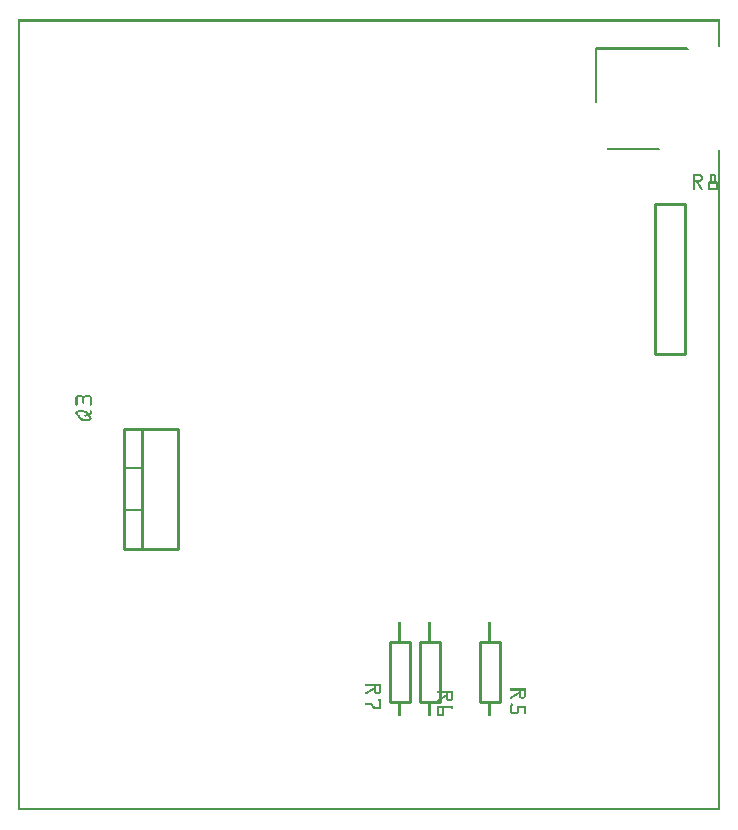
<source format=gto>
G04 MADE WITH FRITZING*
G04 WWW.FRITZING.ORG*
G04 DOUBLE SIDED*
G04 HOLES PLATED*
G04 CONTOUR ON CENTER OF CONTOUR VECTOR*
%ASAXBY*%
%FSLAX23Y23*%
%MOIN*%
%OFA0B0*%
%SFA1.0B1.0*%
%ADD10C,0.008000*%
%ADD11C,0.010000*%
%ADD12C,0.005000*%
%ADD13R,0.001000X0.001000*%
%LNSILK1*%
G90*
G70*
G54D10*
X1929Y2540D02*
X1929Y2362D01*
G54D11*
D02*
X353Y871D02*
X353Y1271D01*
D02*
X353Y1271D02*
X533Y1271D01*
D02*
X533Y1271D02*
X533Y871D01*
D02*
X533Y871D02*
X353Y871D01*
D02*
X353Y871D02*
X353Y1271D01*
D02*
X353Y1271D02*
X413Y1271D01*
D02*
X413Y1271D02*
X413Y871D01*
D02*
X413Y871D02*
X353Y871D01*
G54D12*
D02*
X353Y1001D02*
X413Y1001D01*
D02*
X353Y1141D02*
X413Y1141D01*
G54D11*
D02*
X1306Y561D02*
X1306Y361D01*
D02*
X1306Y361D02*
X1240Y361D01*
D02*
X1240Y361D02*
X1240Y561D01*
D02*
X1240Y561D02*
X1306Y561D01*
D02*
X1406Y561D02*
X1406Y361D01*
D02*
X1406Y361D02*
X1340Y361D01*
D02*
X1340Y361D02*
X1340Y561D01*
D02*
X1340Y561D02*
X1406Y561D01*
D02*
X1606Y561D02*
X1606Y361D01*
D02*
X1606Y361D02*
X1540Y361D01*
D02*
X1540Y361D02*
X1540Y561D01*
D02*
X1540Y561D02*
X1606Y561D01*
D02*
X2123Y2021D02*
X2123Y1521D01*
D02*
X2123Y1521D02*
X2223Y1521D01*
D02*
X2223Y1521D02*
X2223Y2021D01*
D02*
X2223Y2021D02*
X2123Y2021D01*
G54D13*
X0Y2638D02*
X2341Y2638D01*
X0Y2637D02*
X2341Y2637D01*
X0Y2636D02*
X2341Y2636D01*
X0Y2635D02*
X2341Y2635D01*
X0Y2634D02*
X2341Y2634D01*
X0Y2633D02*
X2341Y2633D01*
X0Y2632D02*
X2341Y2632D01*
X0Y2631D02*
X2341Y2631D01*
X0Y2630D02*
X7Y2630D01*
X2334Y2630D02*
X2341Y2630D01*
X0Y2629D02*
X7Y2629D01*
X2334Y2629D02*
X2341Y2629D01*
X0Y2628D02*
X7Y2628D01*
X2334Y2628D02*
X2341Y2628D01*
X0Y2627D02*
X7Y2627D01*
X2334Y2627D02*
X2341Y2627D01*
X0Y2626D02*
X7Y2626D01*
X2334Y2626D02*
X2341Y2626D01*
X0Y2625D02*
X7Y2625D01*
X2334Y2625D02*
X2341Y2625D01*
X0Y2624D02*
X7Y2624D01*
X2334Y2624D02*
X2341Y2624D01*
X0Y2623D02*
X7Y2623D01*
X2334Y2623D02*
X2341Y2623D01*
X0Y2622D02*
X7Y2622D01*
X2334Y2622D02*
X2341Y2622D01*
X0Y2621D02*
X7Y2621D01*
X2334Y2621D02*
X2341Y2621D01*
X0Y2620D02*
X7Y2620D01*
X2334Y2620D02*
X2341Y2620D01*
X0Y2619D02*
X7Y2619D01*
X2334Y2619D02*
X2341Y2619D01*
X0Y2618D02*
X7Y2618D01*
X2334Y2618D02*
X2341Y2618D01*
X0Y2617D02*
X7Y2617D01*
X2334Y2617D02*
X2341Y2617D01*
X0Y2616D02*
X7Y2616D01*
X2334Y2616D02*
X2341Y2616D01*
X0Y2615D02*
X7Y2615D01*
X2334Y2615D02*
X2341Y2615D01*
X0Y2614D02*
X7Y2614D01*
X2334Y2614D02*
X2341Y2614D01*
X0Y2613D02*
X7Y2613D01*
X2334Y2613D02*
X2341Y2613D01*
X0Y2612D02*
X7Y2612D01*
X2334Y2612D02*
X2341Y2612D01*
X0Y2611D02*
X7Y2611D01*
X2334Y2611D02*
X2341Y2611D01*
X0Y2610D02*
X7Y2610D01*
X2334Y2610D02*
X2341Y2610D01*
X0Y2609D02*
X7Y2609D01*
X2334Y2609D02*
X2341Y2609D01*
X0Y2608D02*
X7Y2608D01*
X2334Y2608D02*
X2341Y2608D01*
X0Y2607D02*
X7Y2607D01*
X2334Y2607D02*
X2341Y2607D01*
X0Y2606D02*
X7Y2606D01*
X2334Y2606D02*
X2341Y2606D01*
X0Y2605D02*
X7Y2605D01*
X2334Y2605D02*
X2341Y2605D01*
X0Y2604D02*
X7Y2604D01*
X2334Y2604D02*
X2341Y2604D01*
X0Y2603D02*
X7Y2603D01*
X2334Y2603D02*
X2341Y2603D01*
X0Y2602D02*
X7Y2602D01*
X2334Y2602D02*
X2341Y2602D01*
X0Y2601D02*
X7Y2601D01*
X2334Y2601D02*
X2341Y2601D01*
X0Y2600D02*
X7Y2600D01*
X2334Y2600D02*
X2341Y2600D01*
X0Y2599D02*
X7Y2599D01*
X2334Y2599D02*
X2341Y2599D01*
X0Y2598D02*
X7Y2598D01*
X2334Y2598D02*
X2341Y2598D01*
X0Y2597D02*
X7Y2597D01*
X2334Y2597D02*
X2341Y2597D01*
X0Y2596D02*
X7Y2596D01*
X2334Y2596D02*
X2341Y2596D01*
X0Y2595D02*
X7Y2595D01*
X2334Y2595D02*
X2341Y2595D01*
X0Y2594D02*
X7Y2594D01*
X2334Y2594D02*
X2341Y2594D01*
X0Y2593D02*
X7Y2593D01*
X2334Y2593D02*
X2341Y2593D01*
X0Y2592D02*
X7Y2592D01*
X2334Y2592D02*
X2341Y2592D01*
X0Y2591D02*
X7Y2591D01*
X2334Y2591D02*
X2341Y2591D01*
X0Y2590D02*
X7Y2590D01*
X2334Y2590D02*
X2341Y2590D01*
X0Y2589D02*
X7Y2589D01*
X2334Y2589D02*
X2341Y2589D01*
X0Y2588D02*
X7Y2588D01*
X2334Y2588D02*
X2341Y2588D01*
X0Y2587D02*
X7Y2587D01*
X2334Y2587D02*
X2341Y2587D01*
X0Y2586D02*
X7Y2586D01*
X2334Y2586D02*
X2341Y2586D01*
X0Y2585D02*
X7Y2585D01*
X2334Y2585D02*
X2341Y2585D01*
X0Y2584D02*
X7Y2584D01*
X2334Y2584D02*
X2341Y2584D01*
X0Y2583D02*
X7Y2583D01*
X2334Y2583D02*
X2341Y2583D01*
X0Y2582D02*
X7Y2582D01*
X2334Y2582D02*
X2341Y2582D01*
X0Y2581D02*
X7Y2581D01*
X2334Y2581D02*
X2341Y2581D01*
X0Y2580D02*
X7Y2580D01*
X2334Y2580D02*
X2341Y2580D01*
X0Y2579D02*
X7Y2579D01*
X2334Y2579D02*
X2341Y2579D01*
X0Y2578D02*
X7Y2578D01*
X2334Y2578D02*
X2341Y2578D01*
X0Y2577D02*
X7Y2577D01*
X2334Y2577D02*
X2341Y2577D01*
X0Y2576D02*
X7Y2576D01*
X2334Y2576D02*
X2341Y2576D01*
X0Y2575D02*
X7Y2575D01*
X2334Y2575D02*
X2341Y2575D01*
X0Y2574D02*
X7Y2574D01*
X2334Y2574D02*
X2341Y2574D01*
X0Y2573D02*
X7Y2573D01*
X2334Y2573D02*
X2341Y2573D01*
X0Y2572D02*
X7Y2572D01*
X2334Y2572D02*
X2341Y2572D01*
X0Y2571D02*
X7Y2571D01*
X2334Y2571D02*
X2341Y2571D01*
X0Y2570D02*
X7Y2570D01*
X2334Y2570D02*
X2341Y2570D01*
X0Y2569D02*
X7Y2569D01*
X2334Y2569D02*
X2341Y2569D01*
X0Y2568D02*
X7Y2568D01*
X2334Y2568D02*
X2341Y2568D01*
X0Y2567D02*
X7Y2567D01*
X2334Y2567D02*
X2341Y2567D01*
X0Y2566D02*
X7Y2566D01*
X2334Y2566D02*
X2341Y2566D01*
X0Y2565D02*
X7Y2565D01*
X2334Y2565D02*
X2341Y2565D01*
X0Y2564D02*
X7Y2564D01*
X2334Y2564D02*
X2341Y2564D01*
X0Y2563D02*
X7Y2563D01*
X2334Y2563D02*
X2341Y2563D01*
X0Y2562D02*
X7Y2562D01*
X2334Y2562D02*
X2341Y2562D01*
X0Y2561D02*
X7Y2561D01*
X2334Y2561D02*
X2341Y2561D01*
X0Y2560D02*
X7Y2560D01*
X2334Y2560D02*
X2341Y2560D01*
X0Y2559D02*
X7Y2559D01*
X2334Y2559D02*
X2341Y2559D01*
X0Y2558D02*
X7Y2558D01*
X2334Y2558D02*
X2341Y2558D01*
X0Y2557D02*
X7Y2557D01*
X2334Y2557D02*
X2341Y2557D01*
X0Y2556D02*
X7Y2556D01*
X2334Y2556D02*
X2341Y2556D01*
X0Y2555D02*
X7Y2555D01*
X2334Y2555D02*
X2341Y2555D01*
X0Y2554D02*
X7Y2554D01*
X2334Y2554D02*
X2341Y2554D01*
X0Y2553D02*
X7Y2553D01*
X2334Y2553D02*
X2341Y2553D01*
X0Y2552D02*
X7Y2552D01*
X2334Y2552D02*
X2341Y2552D01*
X0Y2551D02*
X7Y2551D01*
X2334Y2551D02*
X2341Y2551D01*
X0Y2550D02*
X7Y2550D01*
X2334Y2550D02*
X2341Y2550D01*
X0Y2549D02*
X7Y2549D01*
X2334Y2549D02*
X2341Y2549D01*
X0Y2548D02*
X7Y2548D01*
X2334Y2548D02*
X2341Y2548D01*
X0Y2547D02*
X7Y2547D01*
X2334Y2547D02*
X2341Y2547D01*
X0Y2546D02*
X7Y2546D01*
X2334Y2546D02*
X2341Y2546D01*
X0Y2545D02*
X7Y2545D01*
X2334Y2545D02*
X2341Y2545D01*
X0Y2544D02*
X7Y2544D01*
X1928Y2544D02*
X2232Y2544D01*
X0Y2543D02*
X7Y2543D01*
X1926Y2543D02*
X2232Y2543D01*
X0Y2542D02*
X7Y2542D01*
X1925Y2542D02*
X2233Y2542D01*
X0Y2541D02*
X7Y2541D01*
X1925Y2541D02*
X2234Y2541D01*
X0Y2540D02*
X7Y2540D01*
X1925Y2540D02*
X2235Y2540D01*
X0Y2539D02*
X7Y2539D01*
X1925Y2539D02*
X2236Y2539D01*
X0Y2538D02*
X7Y2538D01*
X1926Y2538D02*
X2236Y2538D01*
X0Y2537D02*
X7Y2537D01*
X1927Y2537D02*
X2237Y2537D01*
X0Y2536D02*
X7Y2536D01*
X0Y2535D02*
X7Y2535D01*
X0Y2534D02*
X7Y2534D01*
X0Y2533D02*
X7Y2533D01*
X0Y2532D02*
X7Y2532D01*
X0Y2531D02*
X7Y2531D01*
X0Y2530D02*
X7Y2530D01*
X0Y2529D02*
X7Y2529D01*
X0Y2528D02*
X7Y2528D01*
X0Y2527D02*
X7Y2527D01*
X0Y2526D02*
X7Y2526D01*
X0Y2525D02*
X7Y2525D01*
X0Y2524D02*
X7Y2524D01*
X0Y2523D02*
X7Y2523D01*
X0Y2522D02*
X7Y2522D01*
X0Y2521D02*
X7Y2521D01*
X0Y2520D02*
X7Y2520D01*
X0Y2519D02*
X7Y2519D01*
X0Y2518D02*
X7Y2518D01*
X0Y2517D02*
X7Y2517D01*
X0Y2516D02*
X7Y2516D01*
X0Y2515D02*
X7Y2515D01*
X0Y2514D02*
X7Y2514D01*
X0Y2513D02*
X7Y2513D01*
X0Y2512D02*
X7Y2512D01*
X0Y2511D02*
X7Y2511D01*
X0Y2510D02*
X7Y2510D01*
X0Y2509D02*
X7Y2509D01*
X0Y2508D02*
X7Y2508D01*
X0Y2507D02*
X7Y2507D01*
X0Y2506D02*
X7Y2506D01*
X0Y2505D02*
X7Y2505D01*
X0Y2504D02*
X7Y2504D01*
X0Y2503D02*
X7Y2503D01*
X0Y2502D02*
X7Y2502D01*
X0Y2501D02*
X7Y2501D01*
X0Y2500D02*
X7Y2500D01*
X0Y2499D02*
X7Y2499D01*
X0Y2498D02*
X7Y2498D01*
X0Y2497D02*
X7Y2497D01*
X0Y2496D02*
X7Y2496D01*
X0Y2495D02*
X7Y2495D01*
X0Y2494D02*
X7Y2494D01*
X0Y2493D02*
X7Y2493D01*
X0Y2492D02*
X7Y2492D01*
X0Y2491D02*
X7Y2491D01*
X0Y2490D02*
X7Y2490D01*
X0Y2489D02*
X7Y2489D01*
X0Y2488D02*
X7Y2488D01*
X0Y2487D02*
X7Y2487D01*
X0Y2486D02*
X7Y2486D01*
X0Y2485D02*
X7Y2485D01*
X0Y2484D02*
X7Y2484D01*
X0Y2483D02*
X7Y2483D01*
X0Y2482D02*
X7Y2482D01*
X0Y2481D02*
X7Y2481D01*
X0Y2480D02*
X7Y2480D01*
X0Y2479D02*
X7Y2479D01*
X0Y2478D02*
X7Y2478D01*
X0Y2477D02*
X7Y2477D01*
X0Y2476D02*
X7Y2476D01*
X0Y2475D02*
X7Y2475D01*
X0Y2474D02*
X7Y2474D01*
X0Y2473D02*
X7Y2473D01*
X0Y2472D02*
X7Y2472D01*
X0Y2471D02*
X7Y2471D01*
X0Y2470D02*
X7Y2470D01*
X0Y2469D02*
X7Y2469D01*
X0Y2468D02*
X7Y2468D01*
X0Y2467D02*
X7Y2467D01*
X0Y2466D02*
X7Y2466D01*
X0Y2465D02*
X7Y2465D01*
X0Y2464D02*
X7Y2464D01*
X0Y2463D02*
X7Y2463D01*
X0Y2462D02*
X7Y2462D01*
X0Y2461D02*
X7Y2461D01*
X0Y2460D02*
X7Y2460D01*
X0Y2459D02*
X7Y2459D01*
X0Y2458D02*
X7Y2458D01*
X0Y2457D02*
X7Y2457D01*
X0Y2456D02*
X7Y2456D01*
X0Y2455D02*
X7Y2455D01*
X0Y2454D02*
X7Y2454D01*
X0Y2453D02*
X7Y2453D01*
X0Y2452D02*
X7Y2452D01*
X0Y2451D02*
X7Y2451D01*
X0Y2450D02*
X7Y2450D01*
X0Y2449D02*
X7Y2449D01*
X0Y2448D02*
X7Y2448D01*
X0Y2447D02*
X7Y2447D01*
X0Y2446D02*
X7Y2446D01*
X0Y2445D02*
X7Y2445D01*
X0Y2444D02*
X7Y2444D01*
X0Y2443D02*
X7Y2443D01*
X0Y2442D02*
X7Y2442D01*
X0Y2441D02*
X7Y2441D01*
X0Y2440D02*
X7Y2440D01*
X0Y2439D02*
X7Y2439D01*
X0Y2438D02*
X7Y2438D01*
X0Y2437D02*
X7Y2437D01*
X0Y2436D02*
X7Y2436D01*
X0Y2435D02*
X7Y2435D01*
X0Y2434D02*
X7Y2434D01*
X0Y2433D02*
X7Y2433D01*
X0Y2432D02*
X7Y2432D01*
X0Y2431D02*
X7Y2431D01*
X0Y2430D02*
X7Y2430D01*
X0Y2429D02*
X7Y2429D01*
X0Y2428D02*
X7Y2428D01*
X0Y2427D02*
X7Y2427D01*
X0Y2426D02*
X7Y2426D01*
X0Y2425D02*
X7Y2425D01*
X0Y2424D02*
X7Y2424D01*
X0Y2423D02*
X7Y2423D01*
X0Y2422D02*
X7Y2422D01*
X0Y2421D02*
X7Y2421D01*
X0Y2420D02*
X7Y2420D01*
X0Y2419D02*
X7Y2419D01*
X0Y2418D02*
X7Y2418D01*
X0Y2417D02*
X7Y2417D01*
X0Y2416D02*
X7Y2416D01*
X0Y2415D02*
X7Y2415D01*
X0Y2414D02*
X7Y2414D01*
X0Y2413D02*
X7Y2413D01*
X0Y2412D02*
X7Y2412D01*
X0Y2411D02*
X7Y2411D01*
X0Y2410D02*
X7Y2410D01*
X0Y2409D02*
X7Y2409D01*
X0Y2408D02*
X7Y2408D01*
X0Y2407D02*
X7Y2407D01*
X0Y2406D02*
X7Y2406D01*
X0Y2405D02*
X7Y2405D01*
X0Y2404D02*
X7Y2404D01*
X0Y2403D02*
X7Y2403D01*
X0Y2402D02*
X7Y2402D01*
X0Y2401D02*
X7Y2401D01*
X0Y2400D02*
X7Y2400D01*
X0Y2399D02*
X7Y2399D01*
X0Y2398D02*
X7Y2398D01*
X0Y2397D02*
X7Y2397D01*
X0Y2396D02*
X7Y2396D01*
X0Y2395D02*
X7Y2395D01*
X0Y2394D02*
X7Y2394D01*
X0Y2393D02*
X7Y2393D01*
X0Y2392D02*
X7Y2392D01*
X0Y2391D02*
X7Y2391D01*
X0Y2390D02*
X7Y2390D01*
X0Y2389D02*
X7Y2389D01*
X0Y2388D02*
X7Y2388D01*
X0Y2387D02*
X7Y2387D01*
X0Y2386D02*
X7Y2386D01*
X0Y2385D02*
X7Y2385D01*
X0Y2384D02*
X7Y2384D01*
X0Y2383D02*
X7Y2383D01*
X0Y2382D02*
X7Y2382D01*
X0Y2381D02*
X7Y2381D01*
X0Y2380D02*
X7Y2380D01*
X0Y2379D02*
X7Y2379D01*
X0Y2378D02*
X7Y2378D01*
X0Y2377D02*
X7Y2377D01*
X0Y2376D02*
X7Y2376D01*
X0Y2375D02*
X7Y2375D01*
X0Y2374D02*
X7Y2374D01*
X0Y2373D02*
X7Y2373D01*
X0Y2372D02*
X7Y2372D01*
X0Y2371D02*
X7Y2371D01*
X0Y2370D02*
X7Y2370D01*
X0Y2369D02*
X7Y2369D01*
X0Y2368D02*
X7Y2368D01*
X0Y2367D02*
X7Y2367D01*
X0Y2366D02*
X7Y2366D01*
X0Y2365D02*
X7Y2365D01*
X0Y2364D02*
X7Y2364D01*
X0Y2363D02*
X7Y2363D01*
X0Y2362D02*
X7Y2362D01*
X0Y2361D02*
X7Y2361D01*
X0Y2360D02*
X7Y2360D01*
X0Y2359D02*
X7Y2359D01*
X0Y2358D02*
X7Y2358D01*
X0Y2357D02*
X7Y2357D01*
X0Y2356D02*
X7Y2356D01*
X0Y2355D02*
X7Y2355D01*
X0Y2354D02*
X7Y2354D01*
X0Y2353D02*
X7Y2353D01*
X0Y2352D02*
X7Y2352D01*
X0Y2351D02*
X7Y2351D01*
X0Y2350D02*
X7Y2350D01*
X0Y2349D02*
X7Y2349D01*
X0Y2348D02*
X7Y2348D01*
X0Y2347D02*
X7Y2347D01*
X0Y2346D02*
X7Y2346D01*
X0Y2345D02*
X7Y2345D01*
X0Y2344D02*
X7Y2344D01*
X0Y2343D02*
X7Y2343D01*
X0Y2342D02*
X7Y2342D01*
X0Y2341D02*
X7Y2341D01*
X0Y2340D02*
X7Y2340D01*
X0Y2339D02*
X7Y2339D01*
X0Y2338D02*
X7Y2338D01*
X0Y2337D02*
X7Y2337D01*
X0Y2336D02*
X7Y2336D01*
X0Y2335D02*
X7Y2335D01*
X0Y2334D02*
X7Y2334D01*
X0Y2333D02*
X7Y2333D01*
X0Y2332D02*
X7Y2332D01*
X0Y2331D02*
X7Y2331D01*
X0Y2330D02*
X7Y2330D01*
X0Y2329D02*
X7Y2329D01*
X0Y2328D02*
X7Y2328D01*
X0Y2327D02*
X7Y2327D01*
X0Y2326D02*
X7Y2326D01*
X0Y2325D02*
X7Y2325D01*
X0Y2324D02*
X7Y2324D01*
X0Y2323D02*
X7Y2323D01*
X0Y2322D02*
X7Y2322D01*
X0Y2321D02*
X7Y2321D01*
X0Y2320D02*
X7Y2320D01*
X0Y2319D02*
X7Y2319D01*
X0Y2318D02*
X7Y2318D01*
X0Y2317D02*
X7Y2317D01*
X0Y2316D02*
X7Y2316D01*
X0Y2315D02*
X7Y2315D01*
X0Y2314D02*
X7Y2314D01*
X0Y2313D02*
X7Y2313D01*
X0Y2312D02*
X7Y2312D01*
X0Y2311D02*
X7Y2311D01*
X0Y2310D02*
X7Y2310D01*
X0Y2309D02*
X7Y2309D01*
X0Y2308D02*
X7Y2308D01*
X0Y2307D02*
X7Y2307D01*
X0Y2306D02*
X7Y2306D01*
X0Y2305D02*
X7Y2305D01*
X0Y2304D02*
X7Y2304D01*
X0Y2303D02*
X7Y2303D01*
X0Y2302D02*
X7Y2302D01*
X0Y2301D02*
X7Y2301D01*
X0Y2300D02*
X7Y2300D01*
X0Y2299D02*
X7Y2299D01*
X0Y2298D02*
X7Y2298D01*
X0Y2297D02*
X7Y2297D01*
X0Y2296D02*
X7Y2296D01*
X0Y2295D02*
X7Y2295D01*
X0Y2294D02*
X7Y2294D01*
X0Y2293D02*
X7Y2293D01*
X0Y2292D02*
X7Y2292D01*
X0Y2291D02*
X7Y2291D01*
X0Y2290D02*
X7Y2290D01*
X0Y2289D02*
X7Y2289D01*
X0Y2288D02*
X7Y2288D01*
X0Y2287D02*
X7Y2287D01*
X0Y2286D02*
X7Y2286D01*
X0Y2285D02*
X7Y2285D01*
X0Y2284D02*
X7Y2284D01*
X0Y2283D02*
X7Y2283D01*
X0Y2282D02*
X7Y2282D01*
X0Y2281D02*
X7Y2281D01*
X0Y2280D02*
X7Y2280D01*
X0Y2279D02*
X7Y2279D01*
X0Y2278D02*
X7Y2278D01*
X0Y2277D02*
X7Y2277D01*
X0Y2276D02*
X7Y2276D01*
X0Y2275D02*
X7Y2275D01*
X0Y2274D02*
X7Y2274D01*
X0Y2273D02*
X7Y2273D01*
X0Y2272D02*
X7Y2272D01*
X0Y2271D02*
X7Y2271D01*
X0Y2270D02*
X7Y2270D01*
X0Y2269D02*
X7Y2269D01*
X0Y2268D02*
X7Y2268D01*
X0Y2267D02*
X7Y2267D01*
X0Y2266D02*
X7Y2266D01*
X0Y2265D02*
X7Y2265D01*
X0Y2264D02*
X7Y2264D01*
X0Y2263D02*
X7Y2263D01*
X0Y2262D02*
X7Y2262D01*
X0Y2261D02*
X7Y2261D01*
X0Y2260D02*
X7Y2260D01*
X0Y2259D02*
X7Y2259D01*
X0Y2258D02*
X7Y2258D01*
X0Y2257D02*
X7Y2257D01*
X0Y2256D02*
X7Y2256D01*
X0Y2255D02*
X7Y2255D01*
X0Y2254D02*
X7Y2254D01*
X0Y2253D02*
X7Y2253D01*
X0Y2252D02*
X7Y2252D01*
X0Y2251D02*
X7Y2251D01*
X0Y2250D02*
X7Y2250D01*
X0Y2249D02*
X7Y2249D01*
X0Y2248D02*
X7Y2248D01*
X0Y2247D02*
X7Y2247D01*
X0Y2246D02*
X7Y2246D01*
X0Y2245D02*
X7Y2245D01*
X0Y2244D02*
X7Y2244D01*
X0Y2243D02*
X7Y2243D01*
X0Y2242D02*
X7Y2242D01*
X0Y2241D02*
X7Y2241D01*
X0Y2240D02*
X7Y2240D01*
X0Y2239D02*
X7Y2239D01*
X0Y2238D02*
X7Y2238D01*
X0Y2237D02*
X7Y2237D01*
X0Y2236D02*
X7Y2236D01*
X0Y2235D02*
X7Y2235D01*
X0Y2234D02*
X7Y2234D01*
X0Y2233D02*
X7Y2233D01*
X0Y2232D02*
X7Y2232D01*
X0Y2231D02*
X7Y2231D01*
X0Y2230D02*
X7Y2230D01*
X0Y2229D02*
X7Y2229D01*
X0Y2228D02*
X7Y2228D01*
X0Y2227D02*
X7Y2227D01*
X0Y2226D02*
X7Y2226D01*
X0Y2225D02*
X7Y2225D01*
X0Y2224D02*
X7Y2224D01*
X0Y2223D02*
X7Y2223D01*
X0Y2222D02*
X7Y2222D01*
X0Y2221D02*
X7Y2221D01*
X0Y2220D02*
X7Y2220D01*
X0Y2219D02*
X7Y2219D01*
X0Y2218D02*
X7Y2218D01*
X0Y2217D02*
X7Y2217D01*
X0Y2216D02*
X7Y2216D01*
X0Y2215D02*
X7Y2215D01*
X0Y2214D02*
X7Y2214D01*
X0Y2213D02*
X7Y2213D01*
X0Y2212D02*
X7Y2212D01*
X0Y2211D02*
X7Y2211D01*
X0Y2210D02*
X7Y2210D01*
X0Y2209D02*
X7Y2209D01*
X1966Y2209D02*
X2136Y2209D01*
X0Y2208D02*
X7Y2208D01*
X1965Y2208D02*
X2137Y2208D01*
X0Y2207D02*
X7Y2207D01*
X1965Y2207D02*
X2138Y2207D01*
X0Y2206D02*
X7Y2206D01*
X1964Y2206D02*
X2139Y2206D01*
X0Y2205D02*
X7Y2205D01*
X1964Y2205D02*
X2140Y2205D01*
X0Y2204D02*
X7Y2204D01*
X1965Y2204D02*
X2140Y2204D01*
X0Y2203D02*
X7Y2203D01*
X1965Y2203D02*
X2139Y2203D01*
X0Y2202D02*
X7Y2202D01*
X1967Y2202D02*
X2138Y2202D01*
X0Y2201D02*
X7Y2201D01*
X2334Y2201D02*
X2341Y2201D01*
X0Y2200D02*
X7Y2200D01*
X2334Y2200D02*
X2341Y2200D01*
X0Y2199D02*
X7Y2199D01*
X2334Y2199D02*
X2341Y2199D01*
X0Y2198D02*
X7Y2198D01*
X2334Y2198D02*
X2341Y2198D01*
X0Y2197D02*
X7Y2197D01*
X2334Y2197D02*
X2341Y2197D01*
X0Y2196D02*
X7Y2196D01*
X2334Y2196D02*
X2341Y2196D01*
X0Y2195D02*
X7Y2195D01*
X2334Y2195D02*
X2341Y2195D01*
X0Y2194D02*
X7Y2194D01*
X2334Y2194D02*
X2341Y2194D01*
X0Y2193D02*
X7Y2193D01*
X2334Y2193D02*
X2341Y2193D01*
X0Y2192D02*
X7Y2192D01*
X2334Y2192D02*
X2341Y2192D01*
X0Y2191D02*
X7Y2191D01*
X2334Y2191D02*
X2341Y2191D01*
X0Y2190D02*
X7Y2190D01*
X2334Y2190D02*
X2341Y2190D01*
X0Y2189D02*
X7Y2189D01*
X2334Y2189D02*
X2341Y2189D01*
X0Y2188D02*
X7Y2188D01*
X2334Y2188D02*
X2341Y2188D01*
X0Y2187D02*
X7Y2187D01*
X2334Y2187D02*
X2341Y2187D01*
X0Y2186D02*
X7Y2186D01*
X2334Y2186D02*
X2341Y2186D01*
X0Y2185D02*
X7Y2185D01*
X2334Y2185D02*
X2341Y2185D01*
X0Y2184D02*
X7Y2184D01*
X2334Y2184D02*
X2341Y2184D01*
X0Y2183D02*
X7Y2183D01*
X2334Y2183D02*
X2341Y2183D01*
X0Y2182D02*
X7Y2182D01*
X2334Y2182D02*
X2341Y2182D01*
X0Y2181D02*
X7Y2181D01*
X2334Y2181D02*
X2341Y2181D01*
X0Y2180D02*
X7Y2180D01*
X2334Y2180D02*
X2341Y2180D01*
X0Y2179D02*
X7Y2179D01*
X2334Y2179D02*
X2341Y2179D01*
X0Y2178D02*
X7Y2178D01*
X2334Y2178D02*
X2341Y2178D01*
X0Y2177D02*
X7Y2177D01*
X2334Y2177D02*
X2341Y2177D01*
X0Y2176D02*
X7Y2176D01*
X2334Y2176D02*
X2341Y2176D01*
X0Y2175D02*
X7Y2175D01*
X2334Y2175D02*
X2341Y2175D01*
X0Y2174D02*
X7Y2174D01*
X2334Y2174D02*
X2341Y2174D01*
X0Y2173D02*
X7Y2173D01*
X2334Y2173D02*
X2341Y2173D01*
X0Y2172D02*
X7Y2172D01*
X2334Y2172D02*
X2341Y2172D01*
X0Y2171D02*
X7Y2171D01*
X2334Y2171D02*
X2341Y2171D01*
X0Y2170D02*
X7Y2170D01*
X2334Y2170D02*
X2341Y2170D01*
X0Y2169D02*
X7Y2169D01*
X2334Y2169D02*
X2341Y2169D01*
X0Y2168D02*
X7Y2168D01*
X2334Y2168D02*
X2341Y2168D01*
X0Y2167D02*
X7Y2167D01*
X2334Y2167D02*
X2341Y2167D01*
X0Y2166D02*
X7Y2166D01*
X2334Y2166D02*
X2341Y2166D01*
X0Y2165D02*
X7Y2165D01*
X2334Y2165D02*
X2341Y2165D01*
X0Y2164D02*
X7Y2164D01*
X2334Y2164D02*
X2341Y2164D01*
X0Y2163D02*
X7Y2163D01*
X2334Y2163D02*
X2341Y2163D01*
X0Y2162D02*
X7Y2162D01*
X2334Y2162D02*
X2341Y2162D01*
X0Y2161D02*
X7Y2161D01*
X2334Y2161D02*
X2341Y2161D01*
X0Y2160D02*
X7Y2160D01*
X2334Y2160D02*
X2341Y2160D01*
X0Y2159D02*
X7Y2159D01*
X2334Y2159D02*
X2341Y2159D01*
X0Y2158D02*
X7Y2158D01*
X2334Y2158D02*
X2341Y2158D01*
X0Y2157D02*
X7Y2157D01*
X2334Y2157D02*
X2341Y2157D01*
X0Y2156D02*
X7Y2156D01*
X2334Y2156D02*
X2341Y2156D01*
X0Y2155D02*
X7Y2155D01*
X2334Y2155D02*
X2341Y2155D01*
X0Y2154D02*
X7Y2154D01*
X2334Y2154D02*
X2341Y2154D01*
X0Y2153D02*
X7Y2153D01*
X2334Y2153D02*
X2341Y2153D01*
X0Y2152D02*
X7Y2152D01*
X2334Y2152D02*
X2341Y2152D01*
X0Y2151D02*
X7Y2151D01*
X2334Y2151D02*
X2341Y2151D01*
X0Y2150D02*
X7Y2150D01*
X2334Y2150D02*
X2341Y2150D01*
X0Y2149D02*
X7Y2149D01*
X2334Y2149D02*
X2341Y2149D01*
X0Y2148D02*
X7Y2148D01*
X2334Y2148D02*
X2341Y2148D01*
X0Y2147D02*
X7Y2147D01*
X2334Y2147D02*
X2341Y2147D01*
X0Y2146D02*
X7Y2146D01*
X2334Y2146D02*
X2341Y2146D01*
X0Y2145D02*
X7Y2145D01*
X2334Y2145D02*
X2341Y2145D01*
X0Y2144D02*
X7Y2144D01*
X2334Y2144D02*
X2341Y2144D01*
X0Y2143D02*
X7Y2143D01*
X2334Y2143D02*
X2341Y2143D01*
X0Y2142D02*
X7Y2142D01*
X2334Y2142D02*
X2341Y2142D01*
X0Y2141D02*
X7Y2141D01*
X2334Y2141D02*
X2341Y2141D01*
X0Y2140D02*
X7Y2140D01*
X2334Y2140D02*
X2341Y2140D01*
X0Y2139D02*
X7Y2139D01*
X2334Y2139D02*
X2341Y2139D01*
X0Y2138D02*
X7Y2138D01*
X2334Y2138D02*
X2341Y2138D01*
X0Y2137D02*
X7Y2137D01*
X2334Y2137D02*
X2341Y2137D01*
X0Y2136D02*
X7Y2136D01*
X2334Y2136D02*
X2341Y2136D01*
X0Y2135D02*
X7Y2135D01*
X2334Y2135D02*
X2341Y2135D01*
X0Y2134D02*
X7Y2134D01*
X2334Y2134D02*
X2341Y2134D01*
X0Y2133D02*
X7Y2133D01*
X2334Y2133D02*
X2341Y2133D01*
X0Y2132D02*
X7Y2132D01*
X2334Y2132D02*
X2341Y2132D01*
X0Y2131D02*
X7Y2131D01*
X2334Y2131D02*
X2341Y2131D01*
X0Y2130D02*
X7Y2130D01*
X2334Y2130D02*
X2341Y2130D01*
X0Y2129D02*
X7Y2129D01*
X2334Y2129D02*
X2341Y2129D01*
X0Y2128D02*
X7Y2128D01*
X2334Y2128D02*
X2341Y2128D01*
X0Y2127D02*
X7Y2127D01*
X2334Y2127D02*
X2341Y2127D01*
X0Y2126D02*
X7Y2126D01*
X2334Y2126D02*
X2341Y2126D01*
X0Y2125D02*
X7Y2125D01*
X2334Y2125D02*
X2341Y2125D01*
X0Y2124D02*
X7Y2124D01*
X2334Y2124D02*
X2341Y2124D01*
X0Y2123D02*
X7Y2123D01*
X2334Y2123D02*
X2341Y2123D01*
X0Y2122D02*
X7Y2122D01*
X2334Y2122D02*
X2341Y2122D01*
X0Y2121D02*
X7Y2121D01*
X2250Y2121D02*
X2276Y2121D01*
X2309Y2121D02*
X2325Y2121D01*
X2334Y2121D02*
X2341Y2121D01*
X0Y2120D02*
X7Y2120D01*
X2250Y2120D02*
X2278Y2120D01*
X2308Y2120D02*
X2326Y2120D01*
X2334Y2120D02*
X2341Y2120D01*
X0Y2119D02*
X7Y2119D01*
X2250Y2119D02*
X2280Y2119D01*
X2307Y2119D02*
X2327Y2119D01*
X2334Y2119D02*
X2341Y2119D01*
X0Y2118D02*
X7Y2118D01*
X2250Y2118D02*
X2281Y2118D01*
X2307Y2118D02*
X2327Y2118D01*
X2334Y2118D02*
X2341Y2118D01*
X0Y2117D02*
X7Y2117D01*
X2250Y2117D02*
X2282Y2117D01*
X2307Y2117D02*
X2327Y2117D01*
X2334Y2117D02*
X2341Y2117D01*
X0Y2116D02*
X7Y2116D01*
X2250Y2116D02*
X2282Y2116D01*
X2307Y2116D02*
X2327Y2116D01*
X2334Y2116D02*
X2341Y2116D01*
X0Y2115D02*
X7Y2115D01*
X2250Y2115D02*
X2283Y2115D01*
X2307Y2115D02*
X2327Y2115D01*
X2334Y2115D02*
X2341Y2115D01*
X0Y2114D02*
X7Y2114D01*
X2250Y2114D02*
X2256Y2114D01*
X2276Y2114D02*
X2283Y2114D01*
X2307Y2114D02*
X2313Y2114D01*
X2321Y2114D02*
X2327Y2114D01*
X2334Y2114D02*
X2341Y2114D01*
X0Y2113D02*
X7Y2113D01*
X2250Y2113D02*
X2256Y2113D01*
X2277Y2113D02*
X2283Y2113D01*
X2307Y2113D02*
X2313Y2113D01*
X2321Y2113D02*
X2327Y2113D01*
X2334Y2113D02*
X2341Y2113D01*
X0Y2112D02*
X7Y2112D01*
X2250Y2112D02*
X2256Y2112D01*
X2277Y2112D02*
X2284Y2112D01*
X2307Y2112D02*
X2313Y2112D01*
X2321Y2112D02*
X2327Y2112D01*
X2334Y2112D02*
X2341Y2112D01*
X0Y2111D02*
X7Y2111D01*
X2250Y2111D02*
X2256Y2111D01*
X2278Y2111D02*
X2284Y2111D01*
X2307Y2111D02*
X2313Y2111D01*
X2321Y2111D02*
X2327Y2111D01*
X2334Y2111D02*
X2341Y2111D01*
X0Y2110D02*
X7Y2110D01*
X2250Y2110D02*
X2256Y2110D01*
X2278Y2110D02*
X2284Y2110D01*
X2307Y2110D02*
X2313Y2110D01*
X2321Y2110D02*
X2327Y2110D01*
X2334Y2110D02*
X2341Y2110D01*
X0Y2109D02*
X7Y2109D01*
X2250Y2109D02*
X2256Y2109D01*
X2278Y2109D02*
X2284Y2109D01*
X2307Y2109D02*
X2313Y2109D01*
X2321Y2109D02*
X2327Y2109D01*
X2334Y2109D02*
X2341Y2109D01*
X0Y2108D02*
X7Y2108D01*
X2250Y2108D02*
X2256Y2108D01*
X2278Y2108D02*
X2284Y2108D01*
X2307Y2108D02*
X2313Y2108D01*
X2321Y2108D02*
X2327Y2108D01*
X2334Y2108D02*
X2341Y2108D01*
X0Y2107D02*
X7Y2107D01*
X2250Y2107D02*
X2256Y2107D01*
X2278Y2107D02*
X2284Y2107D01*
X2307Y2107D02*
X2313Y2107D01*
X2321Y2107D02*
X2327Y2107D01*
X2334Y2107D02*
X2341Y2107D01*
X0Y2106D02*
X7Y2106D01*
X2250Y2106D02*
X2256Y2106D01*
X2277Y2106D02*
X2284Y2106D01*
X2307Y2106D02*
X2313Y2106D01*
X2321Y2106D02*
X2327Y2106D01*
X2334Y2106D02*
X2341Y2106D01*
X0Y2105D02*
X7Y2105D01*
X2250Y2105D02*
X2256Y2105D01*
X2277Y2105D02*
X2283Y2105D01*
X2307Y2105D02*
X2313Y2105D01*
X2321Y2105D02*
X2327Y2105D01*
X2334Y2105D02*
X2341Y2105D01*
X0Y2104D02*
X7Y2104D01*
X2250Y2104D02*
X2256Y2104D01*
X2275Y2104D02*
X2283Y2104D01*
X2307Y2104D02*
X2313Y2104D01*
X2321Y2104D02*
X2327Y2104D01*
X2334Y2104D02*
X2341Y2104D01*
X0Y2103D02*
X7Y2103D01*
X2250Y2103D02*
X2283Y2103D01*
X2307Y2103D02*
X2313Y2103D01*
X2321Y2103D02*
X2327Y2103D01*
X2334Y2103D02*
X2341Y2103D01*
X0Y2102D02*
X7Y2102D01*
X2250Y2102D02*
X2282Y2102D01*
X2307Y2102D02*
X2313Y2102D01*
X2321Y2102D02*
X2327Y2102D01*
X2334Y2102D02*
X2341Y2102D01*
X0Y2101D02*
X7Y2101D01*
X2250Y2101D02*
X2282Y2101D01*
X2307Y2101D02*
X2313Y2101D01*
X2321Y2101D02*
X2327Y2101D01*
X2334Y2101D02*
X2341Y2101D01*
X0Y2100D02*
X7Y2100D01*
X2250Y2100D02*
X2281Y2100D01*
X2307Y2100D02*
X2313Y2100D01*
X2321Y2100D02*
X2327Y2100D01*
X2334Y2100D02*
X2341Y2100D01*
X0Y2099D02*
X7Y2099D01*
X2250Y2099D02*
X2280Y2099D01*
X2307Y2099D02*
X2313Y2099D01*
X2321Y2099D02*
X2327Y2099D01*
X2334Y2099D02*
X2341Y2099D01*
X0Y2098D02*
X7Y2098D01*
X2250Y2098D02*
X2278Y2098D01*
X2307Y2098D02*
X2313Y2098D01*
X2321Y2098D02*
X2327Y2098D01*
X2334Y2098D02*
X2341Y2098D01*
X0Y2097D02*
X7Y2097D01*
X2250Y2097D02*
X2276Y2097D01*
X2304Y2097D02*
X2330Y2097D01*
X2334Y2097D02*
X2341Y2097D01*
X0Y2096D02*
X7Y2096D01*
X2250Y2096D02*
X2256Y2096D01*
X2262Y2096D02*
X2270Y2096D01*
X2303Y2096D02*
X2331Y2096D01*
X2334Y2096D02*
X2341Y2096D01*
X0Y2095D02*
X7Y2095D01*
X2250Y2095D02*
X2256Y2095D01*
X2263Y2095D02*
X2270Y2095D01*
X2302Y2095D02*
X2332Y2095D01*
X2334Y2095D02*
X2341Y2095D01*
X0Y2094D02*
X7Y2094D01*
X2250Y2094D02*
X2256Y2094D01*
X2263Y2094D02*
X2271Y2094D01*
X2301Y2094D02*
X2341Y2094D01*
X0Y2093D02*
X7Y2093D01*
X2250Y2093D02*
X2256Y2093D01*
X2264Y2093D02*
X2271Y2093D01*
X2301Y2093D02*
X2341Y2093D01*
X0Y2092D02*
X7Y2092D01*
X2250Y2092D02*
X2256Y2092D01*
X2265Y2092D02*
X2272Y2092D01*
X2300Y2092D02*
X2341Y2092D01*
X0Y2091D02*
X7Y2091D01*
X2250Y2091D02*
X2256Y2091D01*
X2265Y2091D02*
X2272Y2091D01*
X2300Y2091D02*
X2341Y2091D01*
X0Y2090D02*
X7Y2090D01*
X2250Y2090D02*
X2256Y2090D01*
X2266Y2090D02*
X2273Y2090D01*
X2300Y2090D02*
X2306Y2090D01*
X2328Y2090D02*
X2341Y2090D01*
X0Y2089D02*
X7Y2089D01*
X2250Y2089D02*
X2256Y2089D01*
X2266Y2089D02*
X2274Y2089D01*
X2300Y2089D02*
X2306Y2089D01*
X2328Y2089D02*
X2341Y2089D01*
X0Y2088D02*
X7Y2088D01*
X2250Y2088D02*
X2256Y2088D01*
X2267Y2088D02*
X2274Y2088D01*
X2300Y2088D02*
X2306Y2088D01*
X2328Y2088D02*
X2341Y2088D01*
X0Y2087D02*
X7Y2087D01*
X2250Y2087D02*
X2256Y2087D01*
X2268Y2087D02*
X2275Y2087D01*
X2300Y2087D02*
X2306Y2087D01*
X2328Y2087D02*
X2341Y2087D01*
X0Y2086D02*
X7Y2086D01*
X2250Y2086D02*
X2256Y2086D01*
X2268Y2086D02*
X2275Y2086D01*
X2300Y2086D02*
X2306Y2086D01*
X2328Y2086D02*
X2341Y2086D01*
X0Y2085D02*
X7Y2085D01*
X2250Y2085D02*
X2256Y2085D01*
X2269Y2085D02*
X2276Y2085D01*
X2300Y2085D02*
X2306Y2085D01*
X2328Y2085D02*
X2341Y2085D01*
X0Y2084D02*
X7Y2084D01*
X2250Y2084D02*
X2256Y2084D01*
X2269Y2084D02*
X2277Y2084D01*
X2300Y2084D02*
X2306Y2084D01*
X2328Y2084D02*
X2341Y2084D01*
X0Y2083D02*
X7Y2083D01*
X2250Y2083D02*
X2256Y2083D01*
X2270Y2083D02*
X2277Y2083D01*
X2300Y2083D02*
X2306Y2083D01*
X2328Y2083D02*
X2341Y2083D01*
X0Y2082D02*
X7Y2082D01*
X2250Y2082D02*
X2256Y2082D01*
X2270Y2082D02*
X2278Y2082D01*
X2300Y2082D02*
X2306Y2082D01*
X2328Y2082D02*
X2341Y2082D01*
X0Y2081D02*
X7Y2081D01*
X2250Y2081D02*
X2256Y2081D01*
X2271Y2081D02*
X2278Y2081D01*
X2300Y2081D02*
X2306Y2081D01*
X2328Y2081D02*
X2341Y2081D01*
X0Y2080D02*
X7Y2080D01*
X2250Y2080D02*
X2256Y2080D01*
X2272Y2080D02*
X2279Y2080D01*
X2300Y2080D02*
X2306Y2080D01*
X2328Y2080D02*
X2341Y2080D01*
X0Y2079D02*
X7Y2079D01*
X2250Y2079D02*
X2256Y2079D01*
X2272Y2079D02*
X2279Y2079D01*
X2300Y2079D02*
X2306Y2079D01*
X2328Y2079D02*
X2341Y2079D01*
X0Y2078D02*
X7Y2078D01*
X2250Y2078D02*
X2256Y2078D01*
X2273Y2078D02*
X2280Y2078D01*
X2300Y2078D02*
X2306Y2078D01*
X2328Y2078D02*
X2341Y2078D01*
X0Y2077D02*
X7Y2077D01*
X2250Y2077D02*
X2256Y2077D01*
X2273Y2077D02*
X2281Y2077D01*
X2300Y2077D02*
X2306Y2077D01*
X2328Y2077D02*
X2341Y2077D01*
X0Y2076D02*
X7Y2076D01*
X2250Y2076D02*
X2256Y2076D01*
X2274Y2076D02*
X2281Y2076D01*
X2300Y2076D02*
X2306Y2076D01*
X2328Y2076D02*
X2341Y2076D01*
X0Y2075D02*
X7Y2075D01*
X2250Y2075D02*
X2256Y2075D01*
X2275Y2075D02*
X2282Y2075D01*
X2300Y2075D02*
X2306Y2075D01*
X2328Y2075D02*
X2341Y2075D01*
X0Y2074D02*
X7Y2074D01*
X2250Y2074D02*
X2256Y2074D01*
X2275Y2074D02*
X2282Y2074D01*
X2300Y2074D02*
X2341Y2074D01*
X0Y2073D02*
X7Y2073D01*
X2250Y2073D02*
X2256Y2073D01*
X2276Y2073D02*
X2283Y2073D01*
X2300Y2073D02*
X2341Y2073D01*
X0Y2072D02*
X7Y2072D01*
X2250Y2072D02*
X2256Y2072D01*
X2276Y2072D02*
X2283Y2072D01*
X2301Y2072D02*
X2341Y2072D01*
X0Y2071D02*
X7Y2071D01*
X2250Y2071D02*
X2256Y2071D01*
X2277Y2071D02*
X2284Y2071D01*
X2301Y2071D02*
X2341Y2071D01*
X0Y2070D02*
X7Y2070D01*
X2250Y2070D02*
X2256Y2070D01*
X2278Y2070D02*
X2284Y2070D01*
X2302Y2070D02*
X2332Y2070D01*
X2334Y2070D02*
X2341Y2070D01*
X0Y2069D02*
X7Y2069D01*
X2251Y2069D02*
X2256Y2069D01*
X2278Y2069D02*
X2283Y2069D01*
X2303Y2069D02*
X2331Y2069D01*
X2334Y2069D02*
X2341Y2069D01*
X0Y2068D02*
X7Y2068D01*
X2252Y2068D02*
X2255Y2068D01*
X2279Y2068D02*
X2282Y2068D01*
X2304Y2068D02*
X2330Y2068D01*
X2334Y2068D02*
X2341Y2068D01*
X0Y2067D02*
X7Y2067D01*
X2334Y2067D02*
X2341Y2067D01*
X0Y2066D02*
X7Y2066D01*
X2334Y2066D02*
X2341Y2066D01*
X0Y2065D02*
X7Y2065D01*
X2334Y2065D02*
X2341Y2065D01*
X0Y2064D02*
X7Y2064D01*
X2334Y2064D02*
X2341Y2064D01*
X0Y2063D02*
X7Y2063D01*
X2334Y2063D02*
X2341Y2063D01*
X0Y2062D02*
X7Y2062D01*
X2334Y2062D02*
X2341Y2062D01*
X0Y2061D02*
X7Y2061D01*
X2334Y2061D02*
X2341Y2061D01*
X0Y2060D02*
X7Y2060D01*
X2334Y2060D02*
X2341Y2060D01*
X0Y2059D02*
X7Y2059D01*
X2334Y2059D02*
X2341Y2059D01*
X0Y2058D02*
X7Y2058D01*
X2334Y2058D02*
X2341Y2058D01*
X0Y2057D02*
X7Y2057D01*
X2334Y2057D02*
X2341Y2057D01*
X0Y2056D02*
X7Y2056D01*
X2334Y2056D02*
X2341Y2056D01*
X0Y2055D02*
X7Y2055D01*
X2334Y2055D02*
X2341Y2055D01*
X0Y2054D02*
X7Y2054D01*
X2334Y2054D02*
X2341Y2054D01*
X0Y2053D02*
X7Y2053D01*
X2334Y2053D02*
X2341Y2053D01*
X0Y2052D02*
X7Y2052D01*
X2334Y2052D02*
X2341Y2052D01*
X0Y2051D02*
X7Y2051D01*
X2334Y2051D02*
X2341Y2051D01*
X0Y2050D02*
X7Y2050D01*
X2334Y2050D02*
X2341Y2050D01*
X0Y2049D02*
X7Y2049D01*
X2334Y2049D02*
X2341Y2049D01*
X0Y2048D02*
X7Y2048D01*
X2334Y2048D02*
X2341Y2048D01*
X0Y2047D02*
X7Y2047D01*
X2334Y2047D02*
X2341Y2047D01*
X0Y2046D02*
X7Y2046D01*
X2334Y2046D02*
X2341Y2046D01*
X0Y2045D02*
X7Y2045D01*
X2334Y2045D02*
X2341Y2045D01*
X0Y2044D02*
X7Y2044D01*
X2334Y2044D02*
X2341Y2044D01*
X0Y2043D02*
X7Y2043D01*
X2334Y2043D02*
X2341Y2043D01*
X0Y2042D02*
X7Y2042D01*
X2334Y2042D02*
X2341Y2042D01*
X0Y2041D02*
X7Y2041D01*
X2334Y2041D02*
X2341Y2041D01*
X0Y2040D02*
X7Y2040D01*
X2334Y2040D02*
X2341Y2040D01*
X0Y2039D02*
X7Y2039D01*
X2334Y2039D02*
X2341Y2039D01*
X0Y2038D02*
X7Y2038D01*
X2334Y2038D02*
X2341Y2038D01*
X0Y2037D02*
X7Y2037D01*
X2334Y2037D02*
X2341Y2037D01*
X0Y2036D02*
X7Y2036D01*
X2334Y2036D02*
X2341Y2036D01*
X0Y2035D02*
X7Y2035D01*
X2334Y2035D02*
X2341Y2035D01*
X0Y2034D02*
X7Y2034D01*
X2334Y2034D02*
X2341Y2034D01*
X0Y2033D02*
X7Y2033D01*
X2334Y2033D02*
X2341Y2033D01*
X0Y2032D02*
X7Y2032D01*
X2334Y2032D02*
X2341Y2032D01*
X0Y2031D02*
X7Y2031D01*
X2334Y2031D02*
X2341Y2031D01*
X0Y2030D02*
X7Y2030D01*
X2334Y2030D02*
X2341Y2030D01*
X0Y2029D02*
X7Y2029D01*
X2334Y2029D02*
X2341Y2029D01*
X0Y2028D02*
X7Y2028D01*
X2334Y2028D02*
X2341Y2028D01*
X0Y2027D02*
X7Y2027D01*
X2334Y2027D02*
X2341Y2027D01*
X0Y2026D02*
X7Y2026D01*
X2334Y2026D02*
X2341Y2026D01*
X0Y2025D02*
X7Y2025D01*
X2334Y2025D02*
X2341Y2025D01*
X0Y2024D02*
X7Y2024D01*
X2334Y2024D02*
X2341Y2024D01*
X0Y2023D02*
X7Y2023D01*
X2155Y2023D02*
X2155Y2023D01*
X2334Y2023D02*
X2341Y2023D01*
X0Y2022D02*
X7Y2022D01*
X2154Y2022D02*
X2156Y2022D01*
X2334Y2022D02*
X2341Y2022D01*
X0Y2021D02*
X7Y2021D01*
X2153Y2021D02*
X2157Y2021D01*
X2334Y2021D02*
X2341Y2021D01*
X0Y2020D02*
X7Y2020D01*
X2152Y2020D02*
X2158Y2020D01*
X2334Y2020D02*
X2341Y2020D01*
X0Y2019D02*
X7Y2019D01*
X2151Y2019D02*
X2157Y2019D01*
X2334Y2019D02*
X2341Y2019D01*
X0Y2018D02*
X7Y2018D01*
X2150Y2018D02*
X2156Y2018D01*
X2334Y2018D02*
X2341Y2018D01*
X0Y2017D02*
X7Y2017D01*
X2149Y2017D02*
X2155Y2017D01*
X2334Y2017D02*
X2341Y2017D01*
X0Y2016D02*
X7Y2016D01*
X2148Y2016D02*
X2154Y2016D01*
X2334Y2016D02*
X2341Y2016D01*
X0Y2015D02*
X7Y2015D01*
X2334Y2015D02*
X2341Y2015D01*
X0Y2014D02*
X7Y2014D01*
X2334Y2014D02*
X2341Y2014D01*
X0Y2013D02*
X7Y2013D01*
X2334Y2013D02*
X2341Y2013D01*
X0Y2012D02*
X7Y2012D01*
X2334Y2012D02*
X2341Y2012D01*
X0Y2011D02*
X7Y2011D01*
X2334Y2011D02*
X2341Y2011D01*
X0Y2010D02*
X7Y2010D01*
X2334Y2010D02*
X2341Y2010D01*
X0Y2009D02*
X7Y2009D01*
X2334Y2009D02*
X2341Y2009D01*
X0Y2008D02*
X7Y2008D01*
X2334Y2008D02*
X2341Y2008D01*
X0Y2007D02*
X7Y2007D01*
X2334Y2007D02*
X2341Y2007D01*
X0Y2006D02*
X7Y2006D01*
X2334Y2006D02*
X2341Y2006D01*
X0Y2005D02*
X7Y2005D01*
X2334Y2005D02*
X2341Y2005D01*
X0Y2004D02*
X7Y2004D01*
X2334Y2004D02*
X2341Y2004D01*
X0Y2003D02*
X7Y2003D01*
X2334Y2003D02*
X2341Y2003D01*
X0Y2002D02*
X7Y2002D01*
X2334Y2002D02*
X2341Y2002D01*
X0Y2001D02*
X7Y2001D01*
X2334Y2001D02*
X2341Y2001D01*
X0Y2000D02*
X7Y2000D01*
X2334Y2000D02*
X2341Y2000D01*
X0Y1999D02*
X7Y1999D01*
X2334Y1999D02*
X2341Y1999D01*
X0Y1998D02*
X7Y1998D01*
X2334Y1998D02*
X2341Y1998D01*
X0Y1997D02*
X7Y1997D01*
X2334Y1997D02*
X2341Y1997D01*
X0Y1996D02*
X7Y1996D01*
X2334Y1996D02*
X2341Y1996D01*
X0Y1995D02*
X7Y1995D01*
X2127Y1995D02*
X2127Y1995D01*
X2334Y1995D02*
X2341Y1995D01*
X0Y1994D02*
X7Y1994D01*
X2126Y1994D02*
X2127Y1994D01*
X2334Y1994D02*
X2341Y1994D01*
X0Y1993D02*
X7Y1993D01*
X2125Y1993D02*
X2127Y1993D01*
X2334Y1993D02*
X2341Y1993D01*
X0Y1992D02*
X7Y1992D01*
X2124Y1992D02*
X2127Y1992D01*
X2334Y1992D02*
X2341Y1992D01*
X0Y1991D02*
X7Y1991D01*
X2123Y1991D02*
X2127Y1991D01*
X2334Y1991D02*
X2341Y1991D01*
X0Y1990D02*
X7Y1990D01*
X2122Y1990D02*
X2127Y1990D01*
X2334Y1990D02*
X2341Y1990D01*
X0Y1989D02*
X7Y1989D01*
X2121Y1989D02*
X2127Y1989D01*
X2334Y1989D02*
X2341Y1989D01*
X0Y1988D02*
X7Y1988D01*
X2121Y1988D02*
X2126Y1988D01*
X2334Y1988D02*
X2341Y1988D01*
X0Y1987D02*
X7Y1987D01*
X2122Y1987D02*
X2125Y1987D01*
X2334Y1987D02*
X2341Y1987D01*
X0Y1986D02*
X7Y1986D01*
X2123Y1986D02*
X2124Y1986D01*
X2334Y1986D02*
X2341Y1986D01*
X0Y1985D02*
X7Y1985D01*
X2334Y1985D02*
X2341Y1985D01*
X0Y1984D02*
X7Y1984D01*
X2334Y1984D02*
X2341Y1984D01*
X0Y1983D02*
X7Y1983D01*
X2334Y1983D02*
X2341Y1983D01*
X0Y1982D02*
X7Y1982D01*
X2334Y1982D02*
X2341Y1982D01*
X0Y1981D02*
X7Y1981D01*
X2334Y1981D02*
X2341Y1981D01*
X0Y1980D02*
X7Y1980D01*
X2334Y1980D02*
X2341Y1980D01*
X0Y1979D02*
X7Y1979D01*
X2334Y1979D02*
X2341Y1979D01*
X0Y1978D02*
X7Y1978D01*
X2334Y1978D02*
X2341Y1978D01*
X0Y1977D02*
X7Y1977D01*
X2334Y1977D02*
X2341Y1977D01*
X0Y1976D02*
X7Y1976D01*
X2334Y1976D02*
X2341Y1976D01*
X0Y1975D02*
X7Y1975D01*
X2334Y1975D02*
X2341Y1975D01*
X0Y1974D02*
X7Y1974D01*
X2334Y1974D02*
X2341Y1974D01*
X0Y1973D02*
X7Y1973D01*
X2334Y1973D02*
X2341Y1973D01*
X0Y1972D02*
X7Y1972D01*
X2334Y1972D02*
X2341Y1972D01*
X0Y1971D02*
X7Y1971D01*
X2334Y1971D02*
X2341Y1971D01*
X0Y1970D02*
X7Y1970D01*
X2334Y1970D02*
X2341Y1970D01*
X0Y1969D02*
X7Y1969D01*
X2334Y1969D02*
X2341Y1969D01*
X0Y1968D02*
X7Y1968D01*
X2334Y1968D02*
X2341Y1968D01*
X0Y1967D02*
X7Y1967D01*
X2334Y1967D02*
X2341Y1967D01*
X0Y1966D02*
X7Y1966D01*
X2334Y1966D02*
X2341Y1966D01*
X0Y1965D02*
X7Y1965D01*
X2334Y1965D02*
X2341Y1965D01*
X0Y1964D02*
X7Y1964D01*
X2334Y1964D02*
X2341Y1964D01*
X0Y1963D02*
X7Y1963D01*
X2334Y1963D02*
X2341Y1963D01*
X0Y1962D02*
X7Y1962D01*
X2334Y1962D02*
X2341Y1962D01*
X0Y1961D02*
X7Y1961D01*
X2334Y1961D02*
X2341Y1961D01*
X0Y1960D02*
X7Y1960D01*
X2334Y1960D02*
X2341Y1960D01*
X0Y1959D02*
X7Y1959D01*
X2334Y1959D02*
X2341Y1959D01*
X0Y1958D02*
X7Y1958D01*
X2334Y1958D02*
X2341Y1958D01*
X0Y1957D02*
X7Y1957D01*
X2334Y1957D02*
X2341Y1957D01*
X0Y1956D02*
X7Y1956D01*
X2334Y1956D02*
X2341Y1956D01*
X0Y1955D02*
X7Y1955D01*
X2334Y1955D02*
X2341Y1955D01*
X0Y1954D02*
X7Y1954D01*
X2334Y1954D02*
X2341Y1954D01*
X0Y1953D02*
X7Y1953D01*
X2334Y1953D02*
X2341Y1953D01*
X0Y1952D02*
X7Y1952D01*
X2334Y1952D02*
X2341Y1952D01*
X0Y1951D02*
X7Y1951D01*
X2334Y1951D02*
X2341Y1951D01*
X0Y1950D02*
X7Y1950D01*
X2334Y1950D02*
X2341Y1950D01*
X0Y1949D02*
X7Y1949D01*
X2334Y1949D02*
X2341Y1949D01*
X0Y1948D02*
X7Y1948D01*
X2334Y1948D02*
X2341Y1948D01*
X0Y1947D02*
X7Y1947D01*
X2334Y1947D02*
X2341Y1947D01*
X0Y1946D02*
X7Y1946D01*
X2334Y1946D02*
X2341Y1946D01*
X0Y1945D02*
X7Y1945D01*
X2334Y1945D02*
X2341Y1945D01*
X0Y1944D02*
X7Y1944D01*
X2334Y1944D02*
X2341Y1944D01*
X0Y1943D02*
X7Y1943D01*
X2334Y1943D02*
X2341Y1943D01*
X0Y1942D02*
X7Y1942D01*
X2334Y1942D02*
X2341Y1942D01*
X0Y1941D02*
X7Y1941D01*
X2334Y1941D02*
X2341Y1941D01*
X0Y1940D02*
X7Y1940D01*
X2334Y1940D02*
X2341Y1940D01*
X0Y1939D02*
X7Y1939D01*
X2334Y1939D02*
X2341Y1939D01*
X0Y1938D02*
X7Y1938D01*
X2334Y1938D02*
X2341Y1938D01*
X0Y1937D02*
X7Y1937D01*
X2334Y1937D02*
X2341Y1937D01*
X0Y1936D02*
X7Y1936D01*
X2334Y1936D02*
X2341Y1936D01*
X0Y1935D02*
X7Y1935D01*
X2334Y1935D02*
X2341Y1935D01*
X0Y1934D02*
X7Y1934D01*
X2334Y1934D02*
X2341Y1934D01*
X0Y1933D02*
X7Y1933D01*
X2334Y1933D02*
X2341Y1933D01*
X0Y1932D02*
X7Y1932D01*
X2334Y1932D02*
X2341Y1932D01*
X0Y1931D02*
X7Y1931D01*
X2334Y1931D02*
X2341Y1931D01*
X0Y1930D02*
X7Y1930D01*
X2334Y1930D02*
X2341Y1930D01*
X0Y1929D02*
X7Y1929D01*
X2334Y1929D02*
X2341Y1929D01*
X0Y1928D02*
X7Y1928D01*
X2334Y1928D02*
X2341Y1928D01*
X0Y1927D02*
X7Y1927D01*
X2334Y1927D02*
X2341Y1927D01*
X0Y1926D02*
X7Y1926D01*
X2334Y1926D02*
X2341Y1926D01*
X0Y1925D02*
X7Y1925D01*
X2334Y1925D02*
X2341Y1925D01*
X0Y1924D02*
X7Y1924D01*
X2334Y1924D02*
X2341Y1924D01*
X0Y1923D02*
X7Y1923D01*
X2334Y1923D02*
X2341Y1923D01*
X0Y1922D02*
X7Y1922D01*
X2334Y1922D02*
X2341Y1922D01*
X0Y1921D02*
X7Y1921D01*
X2334Y1921D02*
X2341Y1921D01*
X0Y1920D02*
X7Y1920D01*
X2334Y1920D02*
X2341Y1920D01*
X0Y1919D02*
X7Y1919D01*
X2334Y1919D02*
X2341Y1919D01*
X0Y1918D02*
X7Y1918D01*
X2334Y1918D02*
X2341Y1918D01*
X0Y1917D02*
X7Y1917D01*
X2334Y1917D02*
X2341Y1917D01*
X0Y1916D02*
X7Y1916D01*
X2334Y1916D02*
X2341Y1916D01*
X0Y1915D02*
X7Y1915D01*
X2334Y1915D02*
X2341Y1915D01*
X0Y1914D02*
X7Y1914D01*
X2334Y1914D02*
X2341Y1914D01*
X0Y1913D02*
X7Y1913D01*
X2334Y1913D02*
X2341Y1913D01*
X0Y1912D02*
X7Y1912D01*
X2334Y1912D02*
X2341Y1912D01*
X0Y1911D02*
X7Y1911D01*
X2334Y1911D02*
X2341Y1911D01*
X0Y1910D02*
X7Y1910D01*
X2334Y1910D02*
X2341Y1910D01*
X0Y1909D02*
X7Y1909D01*
X2334Y1909D02*
X2341Y1909D01*
X0Y1908D02*
X7Y1908D01*
X2334Y1908D02*
X2341Y1908D01*
X0Y1907D02*
X7Y1907D01*
X2334Y1907D02*
X2341Y1907D01*
X0Y1906D02*
X7Y1906D01*
X2334Y1906D02*
X2341Y1906D01*
X0Y1905D02*
X7Y1905D01*
X2334Y1905D02*
X2341Y1905D01*
X0Y1904D02*
X7Y1904D01*
X2334Y1904D02*
X2341Y1904D01*
X0Y1903D02*
X7Y1903D01*
X2334Y1903D02*
X2341Y1903D01*
X0Y1902D02*
X7Y1902D01*
X2334Y1902D02*
X2341Y1902D01*
X0Y1901D02*
X7Y1901D01*
X2334Y1901D02*
X2341Y1901D01*
X0Y1900D02*
X7Y1900D01*
X2334Y1900D02*
X2341Y1900D01*
X0Y1899D02*
X7Y1899D01*
X2334Y1899D02*
X2341Y1899D01*
X0Y1898D02*
X7Y1898D01*
X2334Y1898D02*
X2341Y1898D01*
X0Y1897D02*
X7Y1897D01*
X2334Y1897D02*
X2341Y1897D01*
X0Y1896D02*
X7Y1896D01*
X2334Y1896D02*
X2341Y1896D01*
X0Y1895D02*
X7Y1895D01*
X2334Y1895D02*
X2341Y1895D01*
X0Y1894D02*
X7Y1894D01*
X2334Y1894D02*
X2341Y1894D01*
X0Y1893D02*
X7Y1893D01*
X2334Y1893D02*
X2341Y1893D01*
X0Y1892D02*
X7Y1892D01*
X2334Y1892D02*
X2341Y1892D01*
X0Y1891D02*
X7Y1891D01*
X2334Y1891D02*
X2341Y1891D01*
X0Y1890D02*
X7Y1890D01*
X2334Y1890D02*
X2341Y1890D01*
X0Y1889D02*
X7Y1889D01*
X2334Y1889D02*
X2341Y1889D01*
X0Y1888D02*
X7Y1888D01*
X2334Y1888D02*
X2341Y1888D01*
X0Y1887D02*
X7Y1887D01*
X2334Y1887D02*
X2341Y1887D01*
X0Y1886D02*
X7Y1886D01*
X2334Y1886D02*
X2341Y1886D01*
X0Y1885D02*
X7Y1885D01*
X2334Y1885D02*
X2341Y1885D01*
X0Y1884D02*
X7Y1884D01*
X2334Y1884D02*
X2341Y1884D01*
X0Y1883D02*
X7Y1883D01*
X2334Y1883D02*
X2341Y1883D01*
X0Y1882D02*
X7Y1882D01*
X2334Y1882D02*
X2341Y1882D01*
X0Y1881D02*
X7Y1881D01*
X2334Y1881D02*
X2341Y1881D01*
X0Y1880D02*
X7Y1880D01*
X2334Y1880D02*
X2341Y1880D01*
X0Y1879D02*
X7Y1879D01*
X2334Y1879D02*
X2341Y1879D01*
X0Y1878D02*
X7Y1878D01*
X2334Y1878D02*
X2341Y1878D01*
X0Y1877D02*
X7Y1877D01*
X2334Y1877D02*
X2341Y1877D01*
X0Y1876D02*
X7Y1876D01*
X2334Y1876D02*
X2341Y1876D01*
X0Y1875D02*
X7Y1875D01*
X2334Y1875D02*
X2341Y1875D01*
X0Y1874D02*
X7Y1874D01*
X2334Y1874D02*
X2341Y1874D01*
X0Y1873D02*
X7Y1873D01*
X2334Y1873D02*
X2341Y1873D01*
X0Y1872D02*
X7Y1872D01*
X2334Y1872D02*
X2341Y1872D01*
X0Y1871D02*
X7Y1871D01*
X2334Y1871D02*
X2341Y1871D01*
X0Y1870D02*
X7Y1870D01*
X2334Y1870D02*
X2341Y1870D01*
X0Y1869D02*
X7Y1869D01*
X2334Y1869D02*
X2341Y1869D01*
X0Y1868D02*
X7Y1868D01*
X2334Y1868D02*
X2341Y1868D01*
X0Y1867D02*
X7Y1867D01*
X2334Y1867D02*
X2341Y1867D01*
X0Y1866D02*
X7Y1866D01*
X2334Y1866D02*
X2341Y1866D01*
X0Y1865D02*
X7Y1865D01*
X2334Y1865D02*
X2341Y1865D01*
X0Y1864D02*
X7Y1864D01*
X2334Y1864D02*
X2341Y1864D01*
X0Y1863D02*
X7Y1863D01*
X2334Y1863D02*
X2341Y1863D01*
X0Y1862D02*
X7Y1862D01*
X2334Y1862D02*
X2341Y1862D01*
X0Y1861D02*
X7Y1861D01*
X2334Y1861D02*
X2341Y1861D01*
X0Y1860D02*
X7Y1860D01*
X2334Y1860D02*
X2341Y1860D01*
X0Y1859D02*
X7Y1859D01*
X2334Y1859D02*
X2341Y1859D01*
X0Y1858D02*
X7Y1858D01*
X2334Y1858D02*
X2341Y1858D01*
X0Y1857D02*
X7Y1857D01*
X2334Y1857D02*
X2341Y1857D01*
X0Y1856D02*
X7Y1856D01*
X2334Y1856D02*
X2341Y1856D01*
X0Y1855D02*
X7Y1855D01*
X2334Y1855D02*
X2341Y1855D01*
X0Y1854D02*
X7Y1854D01*
X2334Y1854D02*
X2341Y1854D01*
X0Y1853D02*
X7Y1853D01*
X2334Y1853D02*
X2341Y1853D01*
X0Y1852D02*
X7Y1852D01*
X2334Y1852D02*
X2341Y1852D01*
X0Y1851D02*
X7Y1851D01*
X2334Y1851D02*
X2341Y1851D01*
X0Y1850D02*
X7Y1850D01*
X2334Y1850D02*
X2341Y1850D01*
X0Y1849D02*
X7Y1849D01*
X2334Y1849D02*
X2341Y1849D01*
X0Y1848D02*
X7Y1848D01*
X2334Y1848D02*
X2341Y1848D01*
X0Y1847D02*
X7Y1847D01*
X2334Y1847D02*
X2341Y1847D01*
X0Y1846D02*
X7Y1846D01*
X2334Y1846D02*
X2341Y1846D01*
X0Y1845D02*
X7Y1845D01*
X2334Y1845D02*
X2341Y1845D01*
X0Y1844D02*
X7Y1844D01*
X2334Y1844D02*
X2341Y1844D01*
X0Y1843D02*
X7Y1843D01*
X2334Y1843D02*
X2341Y1843D01*
X0Y1842D02*
X7Y1842D01*
X2334Y1842D02*
X2341Y1842D01*
X0Y1841D02*
X7Y1841D01*
X2334Y1841D02*
X2341Y1841D01*
X0Y1840D02*
X7Y1840D01*
X2334Y1840D02*
X2341Y1840D01*
X0Y1839D02*
X7Y1839D01*
X2334Y1839D02*
X2341Y1839D01*
X0Y1838D02*
X7Y1838D01*
X2334Y1838D02*
X2341Y1838D01*
X0Y1837D02*
X7Y1837D01*
X2334Y1837D02*
X2341Y1837D01*
X0Y1836D02*
X7Y1836D01*
X2334Y1836D02*
X2341Y1836D01*
X0Y1835D02*
X7Y1835D01*
X2334Y1835D02*
X2341Y1835D01*
X0Y1834D02*
X7Y1834D01*
X2334Y1834D02*
X2341Y1834D01*
X0Y1833D02*
X7Y1833D01*
X2334Y1833D02*
X2341Y1833D01*
X0Y1832D02*
X7Y1832D01*
X2334Y1832D02*
X2341Y1832D01*
X0Y1831D02*
X7Y1831D01*
X2334Y1831D02*
X2341Y1831D01*
X0Y1830D02*
X7Y1830D01*
X2334Y1830D02*
X2341Y1830D01*
X0Y1829D02*
X7Y1829D01*
X2334Y1829D02*
X2341Y1829D01*
X0Y1828D02*
X7Y1828D01*
X2334Y1828D02*
X2341Y1828D01*
X0Y1827D02*
X7Y1827D01*
X2334Y1827D02*
X2341Y1827D01*
X0Y1826D02*
X7Y1826D01*
X2334Y1826D02*
X2341Y1826D01*
X0Y1825D02*
X7Y1825D01*
X2334Y1825D02*
X2341Y1825D01*
X0Y1824D02*
X7Y1824D01*
X2334Y1824D02*
X2341Y1824D01*
X0Y1823D02*
X7Y1823D01*
X2334Y1823D02*
X2341Y1823D01*
X0Y1822D02*
X7Y1822D01*
X2334Y1822D02*
X2341Y1822D01*
X0Y1821D02*
X7Y1821D01*
X2334Y1821D02*
X2341Y1821D01*
X0Y1820D02*
X7Y1820D01*
X2334Y1820D02*
X2341Y1820D01*
X0Y1819D02*
X7Y1819D01*
X2334Y1819D02*
X2341Y1819D01*
X0Y1818D02*
X7Y1818D01*
X2334Y1818D02*
X2341Y1818D01*
X0Y1817D02*
X7Y1817D01*
X2334Y1817D02*
X2341Y1817D01*
X0Y1816D02*
X7Y1816D01*
X2334Y1816D02*
X2341Y1816D01*
X0Y1815D02*
X7Y1815D01*
X2334Y1815D02*
X2341Y1815D01*
X0Y1814D02*
X7Y1814D01*
X2334Y1814D02*
X2341Y1814D01*
X0Y1813D02*
X7Y1813D01*
X2334Y1813D02*
X2341Y1813D01*
X0Y1812D02*
X7Y1812D01*
X2334Y1812D02*
X2341Y1812D01*
X0Y1811D02*
X7Y1811D01*
X2334Y1811D02*
X2341Y1811D01*
X0Y1810D02*
X7Y1810D01*
X2334Y1810D02*
X2341Y1810D01*
X0Y1809D02*
X7Y1809D01*
X2334Y1809D02*
X2341Y1809D01*
X0Y1808D02*
X7Y1808D01*
X2334Y1808D02*
X2341Y1808D01*
X0Y1807D02*
X7Y1807D01*
X2334Y1807D02*
X2341Y1807D01*
X0Y1806D02*
X7Y1806D01*
X2334Y1806D02*
X2341Y1806D01*
X0Y1805D02*
X7Y1805D01*
X2334Y1805D02*
X2341Y1805D01*
X0Y1804D02*
X7Y1804D01*
X2334Y1804D02*
X2341Y1804D01*
X0Y1803D02*
X7Y1803D01*
X2334Y1803D02*
X2341Y1803D01*
X0Y1802D02*
X7Y1802D01*
X2334Y1802D02*
X2341Y1802D01*
X0Y1801D02*
X7Y1801D01*
X2334Y1801D02*
X2341Y1801D01*
X0Y1800D02*
X7Y1800D01*
X2334Y1800D02*
X2341Y1800D01*
X0Y1799D02*
X7Y1799D01*
X2334Y1799D02*
X2341Y1799D01*
X0Y1798D02*
X7Y1798D01*
X2334Y1798D02*
X2341Y1798D01*
X0Y1797D02*
X7Y1797D01*
X2334Y1797D02*
X2341Y1797D01*
X0Y1796D02*
X7Y1796D01*
X2334Y1796D02*
X2341Y1796D01*
X0Y1795D02*
X7Y1795D01*
X2334Y1795D02*
X2341Y1795D01*
X0Y1794D02*
X7Y1794D01*
X2334Y1794D02*
X2341Y1794D01*
X0Y1793D02*
X7Y1793D01*
X2334Y1793D02*
X2341Y1793D01*
X0Y1792D02*
X7Y1792D01*
X2334Y1792D02*
X2341Y1792D01*
X0Y1791D02*
X7Y1791D01*
X2334Y1791D02*
X2341Y1791D01*
X0Y1790D02*
X7Y1790D01*
X2334Y1790D02*
X2341Y1790D01*
X0Y1789D02*
X7Y1789D01*
X2334Y1789D02*
X2341Y1789D01*
X0Y1788D02*
X7Y1788D01*
X2334Y1788D02*
X2341Y1788D01*
X0Y1787D02*
X7Y1787D01*
X2334Y1787D02*
X2341Y1787D01*
X0Y1786D02*
X7Y1786D01*
X2334Y1786D02*
X2341Y1786D01*
X0Y1785D02*
X7Y1785D01*
X2334Y1785D02*
X2341Y1785D01*
X0Y1784D02*
X7Y1784D01*
X2334Y1784D02*
X2341Y1784D01*
X0Y1783D02*
X7Y1783D01*
X2334Y1783D02*
X2341Y1783D01*
X0Y1782D02*
X7Y1782D01*
X2334Y1782D02*
X2341Y1782D01*
X0Y1781D02*
X7Y1781D01*
X2334Y1781D02*
X2341Y1781D01*
X0Y1780D02*
X7Y1780D01*
X2334Y1780D02*
X2341Y1780D01*
X0Y1779D02*
X7Y1779D01*
X2334Y1779D02*
X2341Y1779D01*
X0Y1778D02*
X7Y1778D01*
X2334Y1778D02*
X2341Y1778D01*
X0Y1777D02*
X7Y1777D01*
X2334Y1777D02*
X2341Y1777D01*
X0Y1776D02*
X7Y1776D01*
X2334Y1776D02*
X2341Y1776D01*
X0Y1775D02*
X7Y1775D01*
X2334Y1775D02*
X2341Y1775D01*
X0Y1774D02*
X7Y1774D01*
X2334Y1774D02*
X2341Y1774D01*
X0Y1773D02*
X7Y1773D01*
X2334Y1773D02*
X2341Y1773D01*
X0Y1772D02*
X7Y1772D01*
X2334Y1772D02*
X2341Y1772D01*
X0Y1771D02*
X7Y1771D01*
X2334Y1771D02*
X2341Y1771D01*
X0Y1770D02*
X7Y1770D01*
X2334Y1770D02*
X2341Y1770D01*
X0Y1769D02*
X7Y1769D01*
X2334Y1769D02*
X2341Y1769D01*
X0Y1768D02*
X7Y1768D01*
X2334Y1768D02*
X2341Y1768D01*
X0Y1767D02*
X7Y1767D01*
X2334Y1767D02*
X2341Y1767D01*
X0Y1766D02*
X7Y1766D01*
X2334Y1766D02*
X2341Y1766D01*
X0Y1765D02*
X7Y1765D01*
X2334Y1765D02*
X2341Y1765D01*
X0Y1764D02*
X7Y1764D01*
X2334Y1764D02*
X2341Y1764D01*
X0Y1763D02*
X7Y1763D01*
X2334Y1763D02*
X2341Y1763D01*
X0Y1762D02*
X7Y1762D01*
X2334Y1762D02*
X2341Y1762D01*
X0Y1761D02*
X7Y1761D01*
X2334Y1761D02*
X2341Y1761D01*
X0Y1760D02*
X7Y1760D01*
X2334Y1760D02*
X2341Y1760D01*
X0Y1759D02*
X7Y1759D01*
X2334Y1759D02*
X2341Y1759D01*
X0Y1758D02*
X7Y1758D01*
X2334Y1758D02*
X2341Y1758D01*
X0Y1757D02*
X7Y1757D01*
X2334Y1757D02*
X2341Y1757D01*
X0Y1756D02*
X7Y1756D01*
X2334Y1756D02*
X2341Y1756D01*
X0Y1755D02*
X7Y1755D01*
X2334Y1755D02*
X2341Y1755D01*
X0Y1754D02*
X7Y1754D01*
X2334Y1754D02*
X2341Y1754D01*
X0Y1753D02*
X7Y1753D01*
X2334Y1753D02*
X2341Y1753D01*
X0Y1752D02*
X7Y1752D01*
X2334Y1752D02*
X2341Y1752D01*
X0Y1751D02*
X7Y1751D01*
X2334Y1751D02*
X2341Y1751D01*
X0Y1750D02*
X7Y1750D01*
X2334Y1750D02*
X2341Y1750D01*
X0Y1749D02*
X7Y1749D01*
X2334Y1749D02*
X2341Y1749D01*
X0Y1748D02*
X7Y1748D01*
X2334Y1748D02*
X2341Y1748D01*
X0Y1747D02*
X7Y1747D01*
X2334Y1747D02*
X2341Y1747D01*
X0Y1746D02*
X7Y1746D01*
X2334Y1746D02*
X2341Y1746D01*
X0Y1745D02*
X7Y1745D01*
X2334Y1745D02*
X2341Y1745D01*
X0Y1744D02*
X7Y1744D01*
X2334Y1744D02*
X2341Y1744D01*
X0Y1743D02*
X7Y1743D01*
X2334Y1743D02*
X2341Y1743D01*
X0Y1742D02*
X7Y1742D01*
X2334Y1742D02*
X2341Y1742D01*
X0Y1741D02*
X7Y1741D01*
X2334Y1741D02*
X2341Y1741D01*
X0Y1740D02*
X7Y1740D01*
X2334Y1740D02*
X2341Y1740D01*
X0Y1739D02*
X7Y1739D01*
X2334Y1739D02*
X2341Y1739D01*
X0Y1738D02*
X7Y1738D01*
X2334Y1738D02*
X2341Y1738D01*
X0Y1737D02*
X7Y1737D01*
X2334Y1737D02*
X2341Y1737D01*
X0Y1736D02*
X7Y1736D01*
X2334Y1736D02*
X2341Y1736D01*
X0Y1735D02*
X7Y1735D01*
X2334Y1735D02*
X2341Y1735D01*
X0Y1734D02*
X7Y1734D01*
X2334Y1734D02*
X2341Y1734D01*
X0Y1733D02*
X7Y1733D01*
X2334Y1733D02*
X2341Y1733D01*
X0Y1732D02*
X7Y1732D01*
X2334Y1732D02*
X2341Y1732D01*
X0Y1731D02*
X7Y1731D01*
X2334Y1731D02*
X2341Y1731D01*
X0Y1730D02*
X7Y1730D01*
X2334Y1730D02*
X2341Y1730D01*
X0Y1729D02*
X7Y1729D01*
X2334Y1729D02*
X2341Y1729D01*
X0Y1728D02*
X7Y1728D01*
X2334Y1728D02*
X2341Y1728D01*
X0Y1727D02*
X7Y1727D01*
X2334Y1727D02*
X2341Y1727D01*
X0Y1726D02*
X7Y1726D01*
X2334Y1726D02*
X2341Y1726D01*
X0Y1725D02*
X7Y1725D01*
X2334Y1725D02*
X2341Y1725D01*
X0Y1724D02*
X7Y1724D01*
X2334Y1724D02*
X2341Y1724D01*
X0Y1723D02*
X7Y1723D01*
X2334Y1723D02*
X2341Y1723D01*
X0Y1722D02*
X7Y1722D01*
X2334Y1722D02*
X2341Y1722D01*
X0Y1721D02*
X7Y1721D01*
X2334Y1721D02*
X2341Y1721D01*
X0Y1720D02*
X7Y1720D01*
X2334Y1720D02*
X2341Y1720D01*
X0Y1719D02*
X7Y1719D01*
X2334Y1719D02*
X2341Y1719D01*
X0Y1718D02*
X7Y1718D01*
X2334Y1718D02*
X2341Y1718D01*
X0Y1717D02*
X7Y1717D01*
X2334Y1717D02*
X2341Y1717D01*
X0Y1716D02*
X7Y1716D01*
X2334Y1716D02*
X2341Y1716D01*
X0Y1715D02*
X7Y1715D01*
X2334Y1715D02*
X2341Y1715D01*
X0Y1714D02*
X7Y1714D01*
X2334Y1714D02*
X2341Y1714D01*
X0Y1713D02*
X7Y1713D01*
X2334Y1713D02*
X2341Y1713D01*
X0Y1712D02*
X7Y1712D01*
X2334Y1712D02*
X2341Y1712D01*
X0Y1711D02*
X7Y1711D01*
X2334Y1711D02*
X2341Y1711D01*
X0Y1710D02*
X7Y1710D01*
X2334Y1710D02*
X2341Y1710D01*
X0Y1709D02*
X7Y1709D01*
X2334Y1709D02*
X2341Y1709D01*
X0Y1708D02*
X7Y1708D01*
X2334Y1708D02*
X2341Y1708D01*
X0Y1707D02*
X7Y1707D01*
X2334Y1707D02*
X2341Y1707D01*
X0Y1706D02*
X7Y1706D01*
X2334Y1706D02*
X2341Y1706D01*
X0Y1705D02*
X7Y1705D01*
X2334Y1705D02*
X2341Y1705D01*
X0Y1704D02*
X7Y1704D01*
X2334Y1704D02*
X2341Y1704D01*
X0Y1703D02*
X7Y1703D01*
X2334Y1703D02*
X2341Y1703D01*
X0Y1702D02*
X7Y1702D01*
X2334Y1702D02*
X2341Y1702D01*
X0Y1701D02*
X7Y1701D01*
X2334Y1701D02*
X2341Y1701D01*
X0Y1700D02*
X7Y1700D01*
X2334Y1700D02*
X2341Y1700D01*
X0Y1699D02*
X7Y1699D01*
X2334Y1699D02*
X2341Y1699D01*
X0Y1698D02*
X7Y1698D01*
X2334Y1698D02*
X2341Y1698D01*
X0Y1697D02*
X7Y1697D01*
X2334Y1697D02*
X2341Y1697D01*
X0Y1696D02*
X7Y1696D01*
X2334Y1696D02*
X2341Y1696D01*
X0Y1695D02*
X7Y1695D01*
X2334Y1695D02*
X2341Y1695D01*
X0Y1694D02*
X7Y1694D01*
X2334Y1694D02*
X2341Y1694D01*
X0Y1693D02*
X7Y1693D01*
X2334Y1693D02*
X2341Y1693D01*
X0Y1692D02*
X7Y1692D01*
X2334Y1692D02*
X2341Y1692D01*
X0Y1691D02*
X7Y1691D01*
X2334Y1691D02*
X2341Y1691D01*
X0Y1690D02*
X7Y1690D01*
X2334Y1690D02*
X2341Y1690D01*
X0Y1689D02*
X7Y1689D01*
X2334Y1689D02*
X2341Y1689D01*
X0Y1688D02*
X7Y1688D01*
X2334Y1688D02*
X2341Y1688D01*
X0Y1687D02*
X7Y1687D01*
X2334Y1687D02*
X2341Y1687D01*
X0Y1686D02*
X7Y1686D01*
X2334Y1686D02*
X2341Y1686D01*
X0Y1685D02*
X7Y1685D01*
X2334Y1685D02*
X2341Y1685D01*
X0Y1684D02*
X7Y1684D01*
X2334Y1684D02*
X2341Y1684D01*
X0Y1683D02*
X7Y1683D01*
X2334Y1683D02*
X2341Y1683D01*
X0Y1682D02*
X7Y1682D01*
X2334Y1682D02*
X2341Y1682D01*
X0Y1681D02*
X7Y1681D01*
X2334Y1681D02*
X2341Y1681D01*
X0Y1680D02*
X7Y1680D01*
X2334Y1680D02*
X2341Y1680D01*
X0Y1679D02*
X7Y1679D01*
X2334Y1679D02*
X2341Y1679D01*
X0Y1678D02*
X7Y1678D01*
X2334Y1678D02*
X2341Y1678D01*
X0Y1677D02*
X7Y1677D01*
X2334Y1677D02*
X2341Y1677D01*
X0Y1676D02*
X7Y1676D01*
X2334Y1676D02*
X2341Y1676D01*
X0Y1675D02*
X7Y1675D01*
X2334Y1675D02*
X2341Y1675D01*
X0Y1674D02*
X7Y1674D01*
X2334Y1674D02*
X2341Y1674D01*
X0Y1673D02*
X7Y1673D01*
X2334Y1673D02*
X2341Y1673D01*
X0Y1672D02*
X7Y1672D01*
X2334Y1672D02*
X2341Y1672D01*
X0Y1671D02*
X7Y1671D01*
X2334Y1671D02*
X2341Y1671D01*
X0Y1670D02*
X7Y1670D01*
X2334Y1670D02*
X2341Y1670D01*
X0Y1669D02*
X7Y1669D01*
X2334Y1669D02*
X2341Y1669D01*
X0Y1668D02*
X7Y1668D01*
X2334Y1668D02*
X2341Y1668D01*
X0Y1667D02*
X7Y1667D01*
X2334Y1667D02*
X2341Y1667D01*
X0Y1666D02*
X7Y1666D01*
X2334Y1666D02*
X2341Y1666D01*
X0Y1665D02*
X7Y1665D01*
X2334Y1665D02*
X2341Y1665D01*
X0Y1664D02*
X7Y1664D01*
X2334Y1664D02*
X2341Y1664D01*
X0Y1663D02*
X7Y1663D01*
X2334Y1663D02*
X2341Y1663D01*
X0Y1662D02*
X7Y1662D01*
X2334Y1662D02*
X2341Y1662D01*
X0Y1661D02*
X7Y1661D01*
X2334Y1661D02*
X2341Y1661D01*
X0Y1660D02*
X7Y1660D01*
X2334Y1660D02*
X2341Y1660D01*
X0Y1659D02*
X7Y1659D01*
X2334Y1659D02*
X2341Y1659D01*
X0Y1658D02*
X7Y1658D01*
X2334Y1658D02*
X2341Y1658D01*
X0Y1657D02*
X7Y1657D01*
X2334Y1657D02*
X2341Y1657D01*
X0Y1656D02*
X7Y1656D01*
X2334Y1656D02*
X2341Y1656D01*
X0Y1655D02*
X7Y1655D01*
X2334Y1655D02*
X2341Y1655D01*
X0Y1654D02*
X7Y1654D01*
X2334Y1654D02*
X2341Y1654D01*
X0Y1653D02*
X7Y1653D01*
X2334Y1653D02*
X2341Y1653D01*
X0Y1652D02*
X7Y1652D01*
X2334Y1652D02*
X2341Y1652D01*
X0Y1651D02*
X7Y1651D01*
X2334Y1651D02*
X2341Y1651D01*
X0Y1650D02*
X7Y1650D01*
X2334Y1650D02*
X2341Y1650D01*
X0Y1649D02*
X7Y1649D01*
X2334Y1649D02*
X2341Y1649D01*
X0Y1648D02*
X7Y1648D01*
X2334Y1648D02*
X2341Y1648D01*
X0Y1647D02*
X7Y1647D01*
X2334Y1647D02*
X2341Y1647D01*
X0Y1646D02*
X7Y1646D01*
X2334Y1646D02*
X2341Y1646D01*
X0Y1645D02*
X7Y1645D01*
X2334Y1645D02*
X2341Y1645D01*
X0Y1644D02*
X7Y1644D01*
X2334Y1644D02*
X2341Y1644D01*
X0Y1643D02*
X7Y1643D01*
X2334Y1643D02*
X2341Y1643D01*
X0Y1642D02*
X7Y1642D01*
X2334Y1642D02*
X2341Y1642D01*
X0Y1641D02*
X7Y1641D01*
X2334Y1641D02*
X2341Y1641D01*
X0Y1640D02*
X7Y1640D01*
X2334Y1640D02*
X2341Y1640D01*
X0Y1639D02*
X7Y1639D01*
X2334Y1639D02*
X2341Y1639D01*
X0Y1638D02*
X7Y1638D01*
X2334Y1638D02*
X2341Y1638D01*
X0Y1637D02*
X7Y1637D01*
X2334Y1637D02*
X2341Y1637D01*
X0Y1636D02*
X7Y1636D01*
X2334Y1636D02*
X2341Y1636D01*
X0Y1635D02*
X7Y1635D01*
X2334Y1635D02*
X2341Y1635D01*
X0Y1634D02*
X7Y1634D01*
X2334Y1634D02*
X2341Y1634D01*
X0Y1633D02*
X7Y1633D01*
X2334Y1633D02*
X2341Y1633D01*
X0Y1632D02*
X7Y1632D01*
X2334Y1632D02*
X2341Y1632D01*
X0Y1631D02*
X7Y1631D01*
X2334Y1631D02*
X2341Y1631D01*
X0Y1630D02*
X7Y1630D01*
X2334Y1630D02*
X2341Y1630D01*
X0Y1629D02*
X7Y1629D01*
X2334Y1629D02*
X2341Y1629D01*
X0Y1628D02*
X7Y1628D01*
X2334Y1628D02*
X2341Y1628D01*
X0Y1627D02*
X7Y1627D01*
X2334Y1627D02*
X2341Y1627D01*
X0Y1626D02*
X7Y1626D01*
X2334Y1626D02*
X2341Y1626D01*
X0Y1625D02*
X7Y1625D01*
X2334Y1625D02*
X2341Y1625D01*
X0Y1624D02*
X7Y1624D01*
X2334Y1624D02*
X2341Y1624D01*
X0Y1623D02*
X7Y1623D01*
X2334Y1623D02*
X2341Y1623D01*
X0Y1622D02*
X7Y1622D01*
X2334Y1622D02*
X2341Y1622D01*
X0Y1621D02*
X7Y1621D01*
X2334Y1621D02*
X2341Y1621D01*
X0Y1620D02*
X7Y1620D01*
X2334Y1620D02*
X2341Y1620D01*
X0Y1619D02*
X7Y1619D01*
X2334Y1619D02*
X2341Y1619D01*
X0Y1618D02*
X7Y1618D01*
X2334Y1618D02*
X2341Y1618D01*
X0Y1617D02*
X7Y1617D01*
X2334Y1617D02*
X2341Y1617D01*
X0Y1616D02*
X7Y1616D01*
X2334Y1616D02*
X2341Y1616D01*
X0Y1615D02*
X7Y1615D01*
X2334Y1615D02*
X2341Y1615D01*
X0Y1614D02*
X7Y1614D01*
X2334Y1614D02*
X2341Y1614D01*
X0Y1613D02*
X7Y1613D01*
X2334Y1613D02*
X2341Y1613D01*
X0Y1612D02*
X7Y1612D01*
X2334Y1612D02*
X2341Y1612D01*
X0Y1611D02*
X7Y1611D01*
X2334Y1611D02*
X2341Y1611D01*
X0Y1610D02*
X7Y1610D01*
X2334Y1610D02*
X2341Y1610D01*
X0Y1609D02*
X7Y1609D01*
X2334Y1609D02*
X2341Y1609D01*
X0Y1608D02*
X7Y1608D01*
X2334Y1608D02*
X2341Y1608D01*
X0Y1607D02*
X7Y1607D01*
X2334Y1607D02*
X2341Y1607D01*
X0Y1606D02*
X7Y1606D01*
X2334Y1606D02*
X2341Y1606D01*
X0Y1605D02*
X7Y1605D01*
X2334Y1605D02*
X2341Y1605D01*
X0Y1604D02*
X7Y1604D01*
X2334Y1604D02*
X2341Y1604D01*
X0Y1603D02*
X7Y1603D01*
X2334Y1603D02*
X2341Y1603D01*
X0Y1602D02*
X7Y1602D01*
X2334Y1602D02*
X2341Y1602D01*
X0Y1601D02*
X7Y1601D01*
X2334Y1601D02*
X2341Y1601D01*
X0Y1600D02*
X7Y1600D01*
X2334Y1600D02*
X2341Y1600D01*
X0Y1599D02*
X7Y1599D01*
X2334Y1599D02*
X2341Y1599D01*
X0Y1598D02*
X7Y1598D01*
X2334Y1598D02*
X2341Y1598D01*
X0Y1597D02*
X7Y1597D01*
X2334Y1597D02*
X2341Y1597D01*
X0Y1596D02*
X7Y1596D01*
X2334Y1596D02*
X2341Y1596D01*
X0Y1595D02*
X7Y1595D01*
X2334Y1595D02*
X2341Y1595D01*
X0Y1594D02*
X7Y1594D01*
X2334Y1594D02*
X2341Y1594D01*
X0Y1593D02*
X7Y1593D01*
X2334Y1593D02*
X2341Y1593D01*
X0Y1592D02*
X7Y1592D01*
X2334Y1592D02*
X2341Y1592D01*
X0Y1591D02*
X7Y1591D01*
X2334Y1591D02*
X2341Y1591D01*
X0Y1590D02*
X7Y1590D01*
X2334Y1590D02*
X2341Y1590D01*
X0Y1589D02*
X7Y1589D01*
X2334Y1589D02*
X2341Y1589D01*
X0Y1588D02*
X7Y1588D01*
X2334Y1588D02*
X2341Y1588D01*
X0Y1587D02*
X7Y1587D01*
X2334Y1587D02*
X2341Y1587D01*
X0Y1586D02*
X7Y1586D01*
X2334Y1586D02*
X2341Y1586D01*
X0Y1585D02*
X7Y1585D01*
X2334Y1585D02*
X2341Y1585D01*
X0Y1584D02*
X7Y1584D01*
X2334Y1584D02*
X2341Y1584D01*
X0Y1583D02*
X7Y1583D01*
X2334Y1583D02*
X2341Y1583D01*
X0Y1582D02*
X7Y1582D01*
X2334Y1582D02*
X2341Y1582D01*
X0Y1581D02*
X7Y1581D01*
X2334Y1581D02*
X2341Y1581D01*
X0Y1580D02*
X7Y1580D01*
X2334Y1580D02*
X2341Y1580D01*
X0Y1579D02*
X7Y1579D01*
X2334Y1579D02*
X2341Y1579D01*
X0Y1578D02*
X7Y1578D01*
X2334Y1578D02*
X2341Y1578D01*
X0Y1577D02*
X7Y1577D01*
X2334Y1577D02*
X2341Y1577D01*
X0Y1576D02*
X7Y1576D01*
X2334Y1576D02*
X2341Y1576D01*
X0Y1575D02*
X7Y1575D01*
X2334Y1575D02*
X2341Y1575D01*
X0Y1574D02*
X7Y1574D01*
X2334Y1574D02*
X2341Y1574D01*
X0Y1573D02*
X7Y1573D01*
X2334Y1573D02*
X2341Y1573D01*
X0Y1572D02*
X7Y1572D01*
X2334Y1572D02*
X2341Y1572D01*
X0Y1571D02*
X7Y1571D01*
X2334Y1571D02*
X2341Y1571D01*
X0Y1570D02*
X7Y1570D01*
X2334Y1570D02*
X2341Y1570D01*
X0Y1569D02*
X7Y1569D01*
X2334Y1569D02*
X2341Y1569D01*
X0Y1568D02*
X7Y1568D01*
X2334Y1568D02*
X2341Y1568D01*
X0Y1567D02*
X7Y1567D01*
X2334Y1567D02*
X2341Y1567D01*
X0Y1566D02*
X7Y1566D01*
X2334Y1566D02*
X2341Y1566D01*
X0Y1565D02*
X7Y1565D01*
X2334Y1565D02*
X2341Y1565D01*
X0Y1564D02*
X7Y1564D01*
X2334Y1564D02*
X2341Y1564D01*
X0Y1563D02*
X7Y1563D01*
X2334Y1563D02*
X2341Y1563D01*
X0Y1562D02*
X7Y1562D01*
X2334Y1562D02*
X2341Y1562D01*
X0Y1561D02*
X7Y1561D01*
X2334Y1561D02*
X2341Y1561D01*
X0Y1560D02*
X7Y1560D01*
X2334Y1560D02*
X2341Y1560D01*
X0Y1559D02*
X7Y1559D01*
X2334Y1559D02*
X2341Y1559D01*
X0Y1558D02*
X7Y1558D01*
X2334Y1558D02*
X2341Y1558D01*
X0Y1557D02*
X7Y1557D01*
X2334Y1557D02*
X2341Y1557D01*
X0Y1556D02*
X7Y1556D01*
X2334Y1556D02*
X2341Y1556D01*
X0Y1555D02*
X7Y1555D01*
X2334Y1555D02*
X2341Y1555D01*
X0Y1554D02*
X7Y1554D01*
X2334Y1554D02*
X2341Y1554D01*
X0Y1553D02*
X7Y1553D01*
X2334Y1553D02*
X2341Y1553D01*
X0Y1552D02*
X7Y1552D01*
X2334Y1552D02*
X2341Y1552D01*
X0Y1551D02*
X7Y1551D01*
X2334Y1551D02*
X2341Y1551D01*
X0Y1550D02*
X7Y1550D01*
X2334Y1550D02*
X2341Y1550D01*
X0Y1549D02*
X7Y1549D01*
X2334Y1549D02*
X2341Y1549D01*
X0Y1548D02*
X7Y1548D01*
X2334Y1548D02*
X2341Y1548D01*
X0Y1547D02*
X7Y1547D01*
X2334Y1547D02*
X2341Y1547D01*
X0Y1546D02*
X7Y1546D01*
X2334Y1546D02*
X2341Y1546D01*
X0Y1545D02*
X7Y1545D01*
X2334Y1545D02*
X2341Y1545D01*
X0Y1544D02*
X7Y1544D01*
X2334Y1544D02*
X2341Y1544D01*
X0Y1543D02*
X7Y1543D01*
X2334Y1543D02*
X2341Y1543D01*
X0Y1542D02*
X7Y1542D01*
X2334Y1542D02*
X2341Y1542D01*
X0Y1541D02*
X7Y1541D01*
X2334Y1541D02*
X2341Y1541D01*
X0Y1540D02*
X7Y1540D01*
X2334Y1540D02*
X2341Y1540D01*
X0Y1539D02*
X7Y1539D01*
X2334Y1539D02*
X2341Y1539D01*
X0Y1538D02*
X7Y1538D01*
X2334Y1538D02*
X2341Y1538D01*
X0Y1537D02*
X7Y1537D01*
X2334Y1537D02*
X2341Y1537D01*
X0Y1536D02*
X7Y1536D01*
X2334Y1536D02*
X2341Y1536D01*
X0Y1535D02*
X7Y1535D01*
X2334Y1535D02*
X2341Y1535D01*
X0Y1534D02*
X7Y1534D01*
X2334Y1534D02*
X2341Y1534D01*
X0Y1533D02*
X7Y1533D01*
X2334Y1533D02*
X2341Y1533D01*
X0Y1532D02*
X7Y1532D01*
X2334Y1532D02*
X2341Y1532D01*
X0Y1531D02*
X7Y1531D01*
X2334Y1531D02*
X2341Y1531D01*
X0Y1530D02*
X7Y1530D01*
X2334Y1530D02*
X2341Y1530D01*
X0Y1529D02*
X7Y1529D01*
X2334Y1529D02*
X2341Y1529D01*
X0Y1528D02*
X7Y1528D01*
X2334Y1528D02*
X2341Y1528D01*
X0Y1527D02*
X7Y1527D01*
X2334Y1527D02*
X2341Y1527D01*
X0Y1526D02*
X7Y1526D01*
X2334Y1526D02*
X2341Y1526D01*
X0Y1525D02*
X7Y1525D01*
X2334Y1525D02*
X2341Y1525D01*
X0Y1524D02*
X7Y1524D01*
X2334Y1524D02*
X2341Y1524D01*
X0Y1523D02*
X7Y1523D01*
X2334Y1523D02*
X2341Y1523D01*
X0Y1522D02*
X7Y1522D01*
X2334Y1522D02*
X2341Y1522D01*
X0Y1521D02*
X7Y1521D01*
X2334Y1521D02*
X2341Y1521D01*
X0Y1520D02*
X7Y1520D01*
X2334Y1520D02*
X2341Y1520D01*
X0Y1519D02*
X7Y1519D01*
X2334Y1519D02*
X2341Y1519D01*
X0Y1518D02*
X7Y1518D01*
X2334Y1518D02*
X2341Y1518D01*
X0Y1517D02*
X7Y1517D01*
X2334Y1517D02*
X2341Y1517D01*
X0Y1516D02*
X7Y1516D01*
X2334Y1516D02*
X2341Y1516D01*
X0Y1515D02*
X7Y1515D01*
X2334Y1515D02*
X2341Y1515D01*
X0Y1514D02*
X7Y1514D01*
X2334Y1514D02*
X2341Y1514D01*
X0Y1513D02*
X7Y1513D01*
X2334Y1513D02*
X2341Y1513D01*
X0Y1512D02*
X7Y1512D01*
X2334Y1512D02*
X2341Y1512D01*
X0Y1511D02*
X7Y1511D01*
X2334Y1511D02*
X2341Y1511D01*
X0Y1510D02*
X7Y1510D01*
X2334Y1510D02*
X2341Y1510D01*
X0Y1509D02*
X7Y1509D01*
X2334Y1509D02*
X2341Y1509D01*
X0Y1508D02*
X7Y1508D01*
X2334Y1508D02*
X2341Y1508D01*
X0Y1507D02*
X7Y1507D01*
X2334Y1507D02*
X2341Y1507D01*
X0Y1506D02*
X7Y1506D01*
X2334Y1506D02*
X2341Y1506D01*
X0Y1505D02*
X7Y1505D01*
X2334Y1505D02*
X2341Y1505D01*
X0Y1504D02*
X7Y1504D01*
X2334Y1504D02*
X2341Y1504D01*
X0Y1503D02*
X7Y1503D01*
X2334Y1503D02*
X2341Y1503D01*
X0Y1502D02*
X7Y1502D01*
X2334Y1502D02*
X2341Y1502D01*
X0Y1501D02*
X7Y1501D01*
X2334Y1501D02*
X2341Y1501D01*
X0Y1500D02*
X7Y1500D01*
X2334Y1500D02*
X2341Y1500D01*
X0Y1499D02*
X7Y1499D01*
X2334Y1499D02*
X2341Y1499D01*
X0Y1498D02*
X7Y1498D01*
X2334Y1498D02*
X2341Y1498D01*
X0Y1497D02*
X7Y1497D01*
X2334Y1497D02*
X2341Y1497D01*
X0Y1496D02*
X7Y1496D01*
X2334Y1496D02*
X2341Y1496D01*
X0Y1495D02*
X7Y1495D01*
X2334Y1495D02*
X2341Y1495D01*
X0Y1494D02*
X7Y1494D01*
X2334Y1494D02*
X2341Y1494D01*
X0Y1493D02*
X7Y1493D01*
X2334Y1493D02*
X2341Y1493D01*
X0Y1492D02*
X7Y1492D01*
X2334Y1492D02*
X2341Y1492D01*
X0Y1491D02*
X7Y1491D01*
X2334Y1491D02*
X2341Y1491D01*
X0Y1490D02*
X7Y1490D01*
X2334Y1490D02*
X2341Y1490D01*
X0Y1489D02*
X7Y1489D01*
X2334Y1489D02*
X2341Y1489D01*
X0Y1488D02*
X7Y1488D01*
X2334Y1488D02*
X2341Y1488D01*
X0Y1487D02*
X7Y1487D01*
X2334Y1487D02*
X2341Y1487D01*
X0Y1486D02*
X7Y1486D01*
X2334Y1486D02*
X2341Y1486D01*
X0Y1485D02*
X7Y1485D01*
X2334Y1485D02*
X2341Y1485D01*
X0Y1484D02*
X7Y1484D01*
X2334Y1484D02*
X2341Y1484D01*
X0Y1483D02*
X7Y1483D01*
X2334Y1483D02*
X2341Y1483D01*
X0Y1482D02*
X7Y1482D01*
X2334Y1482D02*
X2341Y1482D01*
X0Y1481D02*
X7Y1481D01*
X2334Y1481D02*
X2341Y1481D01*
X0Y1480D02*
X7Y1480D01*
X2334Y1480D02*
X2341Y1480D01*
X0Y1479D02*
X7Y1479D01*
X2334Y1479D02*
X2341Y1479D01*
X0Y1478D02*
X7Y1478D01*
X2334Y1478D02*
X2341Y1478D01*
X0Y1477D02*
X7Y1477D01*
X2334Y1477D02*
X2341Y1477D01*
X0Y1476D02*
X7Y1476D01*
X2334Y1476D02*
X2341Y1476D01*
X0Y1475D02*
X7Y1475D01*
X2334Y1475D02*
X2341Y1475D01*
X0Y1474D02*
X7Y1474D01*
X2334Y1474D02*
X2341Y1474D01*
X0Y1473D02*
X7Y1473D01*
X2334Y1473D02*
X2341Y1473D01*
X0Y1472D02*
X7Y1472D01*
X2334Y1472D02*
X2341Y1472D01*
X0Y1471D02*
X7Y1471D01*
X2334Y1471D02*
X2341Y1471D01*
X0Y1470D02*
X7Y1470D01*
X2334Y1470D02*
X2341Y1470D01*
X0Y1469D02*
X7Y1469D01*
X2334Y1469D02*
X2341Y1469D01*
X0Y1468D02*
X7Y1468D01*
X2334Y1468D02*
X2341Y1468D01*
X0Y1467D02*
X7Y1467D01*
X2334Y1467D02*
X2341Y1467D01*
X0Y1466D02*
X7Y1466D01*
X2334Y1466D02*
X2341Y1466D01*
X0Y1465D02*
X7Y1465D01*
X2334Y1465D02*
X2341Y1465D01*
X0Y1464D02*
X7Y1464D01*
X2334Y1464D02*
X2341Y1464D01*
X0Y1463D02*
X7Y1463D01*
X2334Y1463D02*
X2341Y1463D01*
X0Y1462D02*
X7Y1462D01*
X2334Y1462D02*
X2341Y1462D01*
X0Y1461D02*
X7Y1461D01*
X2334Y1461D02*
X2341Y1461D01*
X0Y1460D02*
X7Y1460D01*
X2334Y1460D02*
X2341Y1460D01*
X0Y1459D02*
X7Y1459D01*
X2334Y1459D02*
X2341Y1459D01*
X0Y1458D02*
X7Y1458D01*
X2334Y1458D02*
X2341Y1458D01*
X0Y1457D02*
X7Y1457D01*
X2334Y1457D02*
X2341Y1457D01*
X0Y1456D02*
X7Y1456D01*
X2334Y1456D02*
X2341Y1456D01*
X0Y1455D02*
X7Y1455D01*
X2334Y1455D02*
X2341Y1455D01*
X0Y1454D02*
X7Y1454D01*
X2334Y1454D02*
X2341Y1454D01*
X0Y1453D02*
X7Y1453D01*
X2334Y1453D02*
X2341Y1453D01*
X0Y1452D02*
X7Y1452D01*
X2334Y1452D02*
X2341Y1452D01*
X0Y1451D02*
X7Y1451D01*
X2334Y1451D02*
X2341Y1451D01*
X0Y1450D02*
X7Y1450D01*
X2334Y1450D02*
X2341Y1450D01*
X0Y1449D02*
X7Y1449D01*
X2334Y1449D02*
X2341Y1449D01*
X0Y1448D02*
X7Y1448D01*
X2334Y1448D02*
X2341Y1448D01*
X0Y1447D02*
X7Y1447D01*
X2334Y1447D02*
X2341Y1447D01*
X0Y1446D02*
X7Y1446D01*
X2334Y1446D02*
X2341Y1446D01*
X0Y1445D02*
X7Y1445D01*
X2334Y1445D02*
X2341Y1445D01*
X0Y1444D02*
X7Y1444D01*
X2334Y1444D02*
X2341Y1444D01*
X0Y1443D02*
X7Y1443D01*
X2334Y1443D02*
X2341Y1443D01*
X0Y1442D02*
X7Y1442D01*
X2334Y1442D02*
X2341Y1442D01*
X0Y1441D02*
X7Y1441D01*
X2334Y1441D02*
X2341Y1441D01*
X0Y1440D02*
X7Y1440D01*
X2334Y1440D02*
X2341Y1440D01*
X0Y1439D02*
X7Y1439D01*
X2334Y1439D02*
X2341Y1439D01*
X0Y1438D02*
X7Y1438D01*
X2334Y1438D02*
X2341Y1438D01*
X0Y1437D02*
X7Y1437D01*
X2334Y1437D02*
X2341Y1437D01*
X0Y1436D02*
X7Y1436D01*
X2334Y1436D02*
X2341Y1436D01*
X0Y1435D02*
X7Y1435D01*
X2334Y1435D02*
X2341Y1435D01*
X0Y1434D02*
X7Y1434D01*
X2334Y1434D02*
X2341Y1434D01*
X0Y1433D02*
X7Y1433D01*
X2334Y1433D02*
X2341Y1433D01*
X0Y1432D02*
X7Y1432D01*
X2334Y1432D02*
X2341Y1432D01*
X0Y1431D02*
X7Y1431D01*
X2334Y1431D02*
X2341Y1431D01*
X0Y1430D02*
X7Y1430D01*
X2334Y1430D02*
X2341Y1430D01*
X0Y1429D02*
X7Y1429D01*
X2334Y1429D02*
X2341Y1429D01*
X0Y1428D02*
X7Y1428D01*
X2334Y1428D02*
X2341Y1428D01*
X0Y1427D02*
X7Y1427D01*
X2334Y1427D02*
X2341Y1427D01*
X0Y1426D02*
X7Y1426D01*
X2334Y1426D02*
X2341Y1426D01*
X0Y1425D02*
X7Y1425D01*
X2334Y1425D02*
X2341Y1425D01*
X0Y1424D02*
X7Y1424D01*
X2334Y1424D02*
X2341Y1424D01*
X0Y1423D02*
X7Y1423D01*
X2334Y1423D02*
X2341Y1423D01*
X0Y1422D02*
X7Y1422D01*
X2334Y1422D02*
X2341Y1422D01*
X0Y1421D02*
X7Y1421D01*
X2334Y1421D02*
X2341Y1421D01*
X0Y1420D02*
X7Y1420D01*
X2334Y1420D02*
X2341Y1420D01*
X0Y1419D02*
X7Y1419D01*
X2334Y1419D02*
X2341Y1419D01*
X0Y1418D02*
X7Y1418D01*
X2334Y1418D02*
X2341Y1418D01*
X0Y1417D02*
X7Y1417D01*
X2334Y1417D02*
X2341Y1417D01*
X0Y1416D02*
X7Y1416D01*
X2334Y1416D02*
X2341Y1416D01*
X0Y1415D02*
X7Y1415D01*
X2334Y1415D02*
X2341Y1415D01*
X0Y1414D02*
X7Y1414D01*
X2334Y1414D02*
X2341Y1414D01*
X0Y1413D02*
X7Y1413D01*
X2334Y1413D02*
X2341Y1413D01*
X0Y1412D02*
X7Y1412D01*
X2334Y1412D02*
X2341Y1412D01*
X0Y1411D02*
X7Y1411D01*
X2334Y1411D02*
X2341Y1411D01*
X0Y1410D02*
X7Y1410D01*
X2334Y1410D02*
X2341Y1410D01*
X0Y1409D02*
X7Y1409D01*
X2334Y1409D02*
X2341Y1409D01*
X0Y1408D02*
X7Y1408D01*
X2334Y1408D02*
X2341Y1408D01*
X0Y1407D02*
X7Y1407D01*
X2334Y1407D02*
X2341Y1407D01*
X0Y1406D02*
X7Y1406D01*
X2334Y1406D02*
X2341Y1406D01*
X0Y1405D02*
X7Y1405D01*
X2334Y1405D02*
X2341Y1405D01*
X0Y1404D02*
X7Y1404D01*
X2334Y1404D02*
X2341Y1404D01*
X0Y1403D02*
X7Y1403D01*
X2334Y1403D02*
X2341Y1403D01*
X0Y1402D02*
X7Y1402D01*
X2334Y1402D02*
X2341Y1402D01*
X0Y1401D02*
X7Y1401D01*
X2334Y1401D02*
X2341Y1401D01*
X0Y1400D02*
X7Y1400D01*
X2334Y1400D02*
X2341Y1400D01*
X0Y1399D02*
X7Y1399D01*
X2334Y1399D02*
X2341Y1399D01*
X0Y1398D02*
X7Y1398D01*
X2334Y1398D02*
X2341Y1398D01*
X0Y1397D02*
X7Y1397D01*
X2334Y1397D02*
X2341Y1397D01*
X0Y1396D02*
X7Y1396D01*
X2334Y1396D02*
X2341Y1396D01*
X0Y1395D02*
X7Y1395D01*
X2334Y1395D02*
X2341Y1395D01*
X0Y1394D02*
X7Y1394D01*
X2334Y1394D02*
X2341Y1394D01*
X0Y1393D02*
X7Y1393D01*
X2334Y1393D02*
X2341Y1393D01*
X0Y1392D02*
X7Y1392D01*
X2334Y1392D02*
X2341Y1392D01*
X0Y1391D02*
X7Y1391D01*
X2334Y1391D02*
X2341Y1391D01*
X0Y1390D02*
X7Y1390D01*
X2334Y1390D02*
X2341Y1390D01*
X0Y1389D02*
X7Y1389D01*
X2334Y1389D02*
X2341Y1389D01*
X0Y1388D02*
X7Y1388D01*
X2334Y1388D02*
X2341Y1388D01*
X0Y1387D02*
X7Y1387D01*
X2334Y1387D02*
X2341Y1387D01*
X0Y1386D02*
X7Y1386D01*
X2334Y1386D02*
X2341Y1386D01*
X0Y1385D02*
X7Y1385D01*
X2334Y1385D02*
X2341Y1385D01*
X0Y1384D02*
X7Y1384D01*
X198Y1384D02*
X215Y1384D01*
X224Y1384D02*
X241Y1384D01*
X2334Y1384D02*
X2341Y1384D01*
X0Y1383D02*
X7Y1383D01*
X196Y1383D02*
X217Y1383D01*
X222Y1383D02*
X243Y1383D01*
X2334Y1383D02*
X2341Y1383D01*
X0Y1382D02*
X7Y1382D01*
X195Y1382D02*
X218Y1382D01*
X220Y1382D02*
X244Y1382D01*
X2334Y1382D02*
X2341Y1382D01*
X0Y1381D02*
X7Y1381D01*
X194Y1381D02*
X245Y1381D01*
X2334Y1381D02*
X2341Y1381D01*
X0Y1380D02*
X7Y1380D01*
X193Y1380D02*
X245Y1380D01*
X2334Y1380D02*
X2341Y1380D01*
X0Y1379D02*
X7Y1379D01*
X193Y1379D02*
X246Y1379D01*
X2334Y1379D02*
X2341Y1379D01*
X0Y1378D02*
X7Y1378D01*
X193Y1378D02*
X246Y1378D01*
X2334Y1378D02*
X2341Y1378D01*
X0Y1377D02*
X7Y1377D01*
X193Y1377D02*
X199Y1377D01*
X214Y1377D02*
X225Y1377D01*
X240Y1377D02*
X246Y1377D01*
X2334Y1377D02*
X2341Y1377D01*
X0Y1376D02*
X7Y1376D01*
X193Y1376D02*
X199Y1376D01*
X216Y1376D02*
X223Y1376D01*
X240Y1376D02*
X246Y1376D01*
X2334Y1376D02*
X2341Y1376D01*
X0Y1375D02*
X7Y1375D01*
X193Y1375D02*
X199Y1375D01*
X216Y1375D02*
X223Y1375D01*
X240Y1375D02*
X246Y1375D01*
X2334Y1375D02*
X2341Y1375D01*
X0Y1374D02*
X7Y1374D01*
X193Y1374D02*
X199Y1374D01*
X216Y1374D02*
X222Y1374D01*
X240Y1374D02*
X246Y1374D01*
X2334Y1374D02*
X2341Y1374D01*
X0Y1373D02*
X7Y1373D01*
X193Y1373D02*
X199Y1373D01*
X216Y1373D02*
X222Y1373D01*
X240Y1373D02*
X246Y1373D01*
X2334Y1373D02*
X2341Y1373D01*
X0Y1372D02*
X7Y1372D01*
X193Y1372D02*
X199Y1372D01*
X216Y1372D02*
X222Y1372D01*
X240Y1372D02*
X246Y1372D01*
X2334Y1372D02*
X2341Y1372D01*
X0Y1371D02*
X7Y1371D01*
X193Y1371D02*
X199Y1371D01*
X216Y1371D02*
X222Y1371D01*
X240Y1371D02*
X246Y1371D01*
X2334Y1371D02*
X2341Y1371D01*
X0Y1370D02*
X7Y1370D01*
X193Y1370D02*
X199Y1370D01*
X216Y1370D02*
X222Y1370D01*
X240Y1370D02*
X246Y1370D01*
X2334Y1370D02*
X2341Y1370D01*
X0Y1369D02*
X7Y1369D01*
X193Y1369D02*
X199Y1369D01*
X216Y1369D02*
X222Y1369D01*
X240Y1369D02*
X246Y1369D01*
X2334Y1369D02*
X2341Y1369D01*
X0Y1368D02*
X7Y1368D01*
X193Y1368D02*
X199Y1368D01*
X216Y1368D02*
X222Y1368D01*
X240Y1368D02*
X246Y1368D01*
X2334Y1368D02*
X2341Y1368D01*
X0Y1367D02*
X7Y1367D01*
X193Y1367D02*
X199Y1367D01*
X216Y1367D02*
X222Y1367D01*
X240Y1367D02*
X246Y1367D01*
X2334Y1367D02*
X2341Y1367D01*
X0Y1366D02*
X7Y1366D01*
X193Y1366D02*
X199Y1366D01*
X216Y1366D02*
X222Y1366D01*
X240Y1366D02*
X246Y1366D01*
X2334Y1366D02*
X2341Y1366D01*
X0Y1365D02*
X7Y1365D01*
X193Y1365D02*
X199Y1365D01*
X216Y1365D02*
X222Y1365D01*
X240Y1365D02*
X246Y1365D01*
X2334Y1365D02*
X2341Y1365D01*
X0Y1364D02*
X7Y1364D01*
X193Y1364D02*
X199Y1364D01*
X216Y1364D02*
X222Y1364D01*
X240Y1364D02*
X246Y1364D01*
X2334Y1364D02*
X2341Y1364D01*
X0Y1363D02*
X7Y1363D01*
X193Y1363D02*
X199Y1363D01*
X216Y1363D02*
X222Y1363D01*
X240Y1363D02*
X246Y1363D01*
X2334Y1363D02*
X2341Y1363D01*
X0Y1362D02*
X7Y1362D01*
X193Y1362D02*
X199Y1362D01*
X216Y1362D02*
X222Y1362D01*
X240Y1362D02*
X246Y1362D01*
X2334Y1362D02*
X2341Y1362D01*
X0Y1361D02*
X7Y1361D01*
X193Y1361D02*
X199Y1361D01*
X216Y1361D02*
X222Y1361D01*
X240Y1361D02*
X246Y1361D01*
X2334Y1361D02*
X2341Y1361D01*
X0Y1360D02*
X7Y1360D01*
X193Y1360D02*
X199Y1360D01*
X216Y1360D02*
X222Y1360D01*
X240Y1360D02*
X246Y1360D01*
X2334Y1360D02*
X2341Y1360D01*
X0Y1359D02*
X7Y1359D01*
X193Y1359D02*
X199Y1359D01*
X217Y1359D02*
X222Y1359D01*
X240Y1359D02*
X246Y1359D01*
X2334Y1359D02*
X2341Y1359D01*
X0Y1358D02*
X7Y1358D01*
X193Y1358D02*
X199Y1358D01*
X217Y1358D02*
X222Y1358D01*
X240Y1358D02*
X246Y1358D01*
X2334Y1358D02*
X2341Y1358D01*
X0Y1357D02*
X7Y1357D01*
X193Y1357D02*
X199Y1357D01*
X219Y1357D02*
X220Y1357D01*
X240Y1357D02*
X246Y1357D01*
X2334Y1357D02*
X2341Y1357D01*
X0Y1356D02*
X7Y1356D01*
X193Y1356D02*
X199Y1356D01*
X240Y1356D02*
X246Y1356D01*
X2334Y1356D02*
X2341Y1356D01*
X0Y1355D02*
X7Y1355D01*
X193Y1355D02*
X199Y1355D01*
X240Y1355D02*
X246Y1355D01*
X2334Y1355D02*
X2341Y1355D01*
X0Y1354D02*
X7Y1354D01*
X193Y1354D02*
X199Y1354D01*
X240Y1354D02*
X246Y1354D01*
X2334Y1354D02*
X2341Y1354D01*
X0Y1353D02*
X7Y1353D01*
X193Y1353D02*
X199Y1353D01*
X240Y1353D02*
X246Y1353D01*
X2334Y1353D02*
X2341Y1353D01*
X0Y1352D02*
X7Y1352D01*
X193Y1352D02*
X199Y1352D01*
X240Y1352D02*
X246Y1352D01*
X2334Y1352D02*
X2341Y1352D01*
X0Y1351D02*
X7Y1351D01*
X194Y1351D02*
X198Y1351D01*
X241Y1351D02*
X245Y1351D01*
X2334Y1351D02*
X2341Y1351D01*
X0Y1350D02*
X7Y1350D01*
X195Y1350D02*
X196Y1350D01*
X242Y1350D02*
X244Y1350D01*
X2334Y1350D02*
X2341Y1350D01*
X0Y1349D02*
X7Y1349D01*
X2334Y1349D02*
X2341Y1349D01*
X0Y1348D02*
X7Y1348D01*
X2334Y1348D02*
X2341Y1348D01*
X0Y1347D02*
X7Y1347D01*
X2334Y1347D02*
X2341Y1347D01*
X0Y1346D02*
X7Y1346D01*
X2334Y1346D02*
X2341Y1346D01*
X0Y1345D02*
X7Y1345D01*
X2334Y1345D02*
X2341Y1345D01*
X0Y1344D02*
X7Y1344D01*
X2334Y1344D02*
X2341Y1344D01*
X0Y1343D02*
X7Y1343D01*
X2334Y1343D02*
X2341Y1343D01*
X0Y1342D02*
X7Y1342D01*
X2334Y1342D02*
X2341Y1342D01*
X0Y1341D02*
X7Y1341D01*
X2334Y1341D02*
X2341Y1341D01*
X0Y1340D02*
X7Y1340D01*
X2334Y1340D02*
X2341Y1340D01*
X0Y1339D02*
X7Y1339D01*
X2334Y1339D02*
X2341Y1339D01*
X0Y1338D02*
X7Y1338D01*
X2334Y1338D02*
X2341Y1338D01*
X0Y1337D02*
X7Y1337D01*
X2334Y1337D02*
X2341Y1337D01*
X0Y1336D02*
X7Y1336D01*
X2334Y1336D02*
X2341Y1336D01*
X0Y1335D02*
X7Y1335D01*
X2334Y1335D02*
X2341Y1335D01*
X0Y1334D02*
X7Y1334D01*
X200Y1334D02*
X222Y1334D01*
X243Y1334D02*
X243Y1334D01*
X2334Y1334D02*
X2341Y1334D01*
X0Y1333D02*
X7Y1333D01*
X197Y1333D02*
X226Y1333D01*
X241Y1333D02*
X245Y1333D01*
X2334Y1333D02*
X2341Y1333D01*
X0Y1332D02*
X7Y1332D01*
X196Y1332D02*
X227Y1332D01*
X240Y1332D02*
X246Y1332D01*
X2334Y1332D02*
X2341Y1332D01*
X0Y1331D02*
X7Y1331D01*
X195Y1331D02*
X229Y1331D01*
X240Y1331D02*
X246Y1331D01*
X2334Y1331D02*
X2341Y1331D01*
X0Y1330D02*
X7Y1330D01*
X194Y1330D02*
X230Y1330D01*
X240Y1330D02*
X246Y1330D01*
X2334Y1330D02*
X2341Y1330D01*
X0Y1329D02*
X7Y1329D01*
X194Y1329D02*
X231Y1329D01*
X240Y1329D02*
X246Y1329D01*
X2334Y1329D02*
X2341Y1329D01*
X0Y1328D02*
X7Y1328D01*
X193Y1328D02*
X232Y1328D01*
X240Y1328D02*
X246Y1328D01*
X2334Y1328D02*
X2341Y1328D01*
X0Y1327D02*
X7Y1327D01*
X193Y1327D02*
X200Y1327D01*
X222Y1327D02*
X233Y1327D01*
X240Y1327D02*
X246Y1327D01*
X2334Y1327D02*
X2341Y1327D01*
X0Y1326D02*
X7Y1326D01*
X193Y1326D02*
X199Y1326D01*
X225Y1326D02*
X234Y1326D01*
X240Y1326D02*
X246Y1326D01*
X2334Y1326D02*
X2341Y1326D01*
X0Y1325D02*
X7Y1325D01*
X193Y1325D02*
X199Y1325D01*
X226Y1325D02*
X234Y1325D01*
X237Y1325D02*
X246Y1325D01*
X2334Y1325D02*
X2341Y1325D01*
X0Y1324D02*
X7Y1324D01*
X193Y1324D02*
X200Y1324D01*
X227Y1324D02*
X246Y1324D01*
X2334Y1324D02*
X2341Y1324D01*
X0Y1323D02*
X7Y1323D01*
X193Y1323D02*
X201Y1323D01*
X228Y1323D02*
X246Y1323D01*
X2334Y1323D02*
X2341Y1323D01*
X0Y1322D02*
X7Y1322D01*
X194Y1322D02*
X202Y1322D01*
X229Y1322D02*
X246Y1322D01*
X2334Y1322D02*
X2341Y1322D01*
X0Y1321D02*
X7Y1321D01*
X194Y1321D02*
X202Y1321D01*
X227Y1321D02*
X245Y1321D01*
X2334Y1321D02*
X2341Y1321D01*
X0Y1320D02*
X7Y1320D01*
X195Y1320D02*
X203Y1320D01*
X224Y1320D02*
X243Y1320D01*
X2334Y1320D02*
X2341Y1320D01*
X0Y1319D02*
X7Y1319D01*
X196Y1319D02*
X204Y1319D01*
X223Y1319D02*
X240Y1319D01*
X2334Y1319D02*
X2341Y1319D01*
X0Y1318D02*
X7Y1318D01*
X197Y1318D02*
X205Y1318D01*
X223Y1318D02*
X240Y1318D01*
X2334Y1318D02*
X2341Y1318D01*
X0Y1317D02*
X7Y1317D01*
X198Y1317D02*
X206Y1317D01*
X222Y1317D02*
X241Y1317D01*
X2334Y1317D02*
X2341Y1317D01*
X0Y1316D02*
X7Y1316D01*
X198Y1316D02*
X207Y1316D01*
X222Y1316D02*
X242Y1316D01*
X2334Y1316D02*
X2341Y1316D01*
X0Y1315D02*
X7Y1315D01*
X199Y1315D02*
X207Y1315D01*
X223Y1315D02*
X230Y1315D01*
X235Y1315D02*
X243Y1315D01*
X2334Y1315D02*
X2341Y1315D01*
X0Y1314D02*
X7Y1314D01*
X200Y1314D02*
X208Y1314D01*
X224Y1314D02*
X227Y1314D01*
X235Y1314D02*
X244Y1314D01*
X2334Y1314D02*
X2341Y1314D01*
X0Y1313D02*
X7Y1313D01*
X201Y1313D02*
X209Y1313D01*
X236Y1313D02*
X244Y1313D01*
X2334Y1313D02*
X2341Y1313D01*
X0Y1312D02*
X7Y1312D01*
X202Y1312D02*
X210Y1312D01*
X237Y1312D02*
X245Y1312D01*
X2334Y1312D02*
X2341Y1312D01*
X0Y1311D02*
X7Y1311D01*
X203Y1311D02*
X211Y1311D01*
X238Y1311D02*
X245Y1311D01*
X2334Y1311D02*
X2341Y1311D01*
X0Y1310D02*
X7Y1310D01*
X203Y1310D02*
X212Y1310D01*
X239Y1310D02*
X246Y1310D01*
X2334Y1310D02*
X2341Y1310D01*
X0Y1309D02*
X7Y1309D01*
X204Y1309D02*
X213Y1309D01*
X240Y1309D02*
X246Y1309D01*
X2334Y1309D02*
X2341Y1309D01*
X0Y1308D02*
X7Y1308D01*
X205Y1308D02*
X214Y1308D01*
X240Y1308D02*
X246Y1308D01*
X2334Y1308D02*
X2341Y1308D01*
X0Y1307D02*
X7Y1307D01*
X206Y1307D02*
X216Y1307D01*
X239Y1307D02*
X246Y1307D01*
X2334Y1307D02*
X2341Y1307D01*
X0Y1306D02*
X7Y1306D01*
X207Y1306D02*
X246Y1306D01*
X2334Y1306D02*
X2341Y1306D01*
X0Y1305D02*
X7Y1305D01*
X208Y1305D02*
X245Y1305D01*
X2334Y1305D02*
X2341Y1305D01*
X0Y1304D02*
X7Y1304D01*
X209Y1304D02*
X245Y1304D01*
X2334Y1304D02*
X2341Y1304D01*
X0Y1303D02*
X7Y1303D01*
X210Y1303D02*
X244Y1303D01*
X2334Y1303D02*
X2341Y1303D01*
X0Y1302D02*
X7Y1302D01*
X211Y1302D02*
X243Y1302D01*
X2334Y1302D02*
X2341Y1302D01*
X0Y1301D02*
X7Y1301D01*
X213Y1301D02*
X242Y1301D01*
X2334Y1301D02*
X2341Y1301D01*
X0Y1300D02*
X7Y1300D01*
X216Y1300D02*
X240Y1300D01*
X2334Y1300D02*
X2341Y1300D01*
X0Y1299D02*
X7Y1299D01*
X2334Y1299D02*
X2341Y1299D01*
X0Y1298D02*
X7Y1298D01*
X2334Y1298D02*
X2341Y1298D01*
X0Y1297D02*
X7Y1297D01*
X2334Y1297D02*
X2341Y1297D01*
X0Y1296D02*
X7Y1296D01*
X2334Y1296D02*
X2341Y1296D01*
X0Y1295D02*
X7Y1295D01*
X2334Y1295D02*
X2341Y1295D01*
X0Y1294D02*
X7Y1294D01*
X2334Y1294D02*
X2341Y1294D01*
X0Y1293D02*
X7Y1293D01*
X2334Y1293D02*
X2341Y1293D01*
X0Y1292D02*
X7Y1292D01*
X2334Y1292D02*
X2341Y1292D01*
X0Y1291D02*
X7Y1291D01*
X2334Y1291D02*
X2341Y1291D01*
X0Y1290D02*
X7Y1290D01*
X2334Y1290D02*
X2341Y1290D01*
X0Y1289D02*
X7Y1289D01*
X2334Y1289D02*
X2341Y1289D01*
X0Y1288D02*
X7Y1288D01*
X2334Y1288D02*
X2341Y1288D01*
X0Y1287D02*
X7Y1287D01*
X2334Y1287D02*
X2341Y1287D01*
X0Y1286D02*
X7Y1286D01*
X2334Y1286D02*
X2341Y1286D01*
X0Y1285D02*
X7Y1285D01*
X2334Y1285D02*
X2341Y1285D01*
X0Y1284D02*
X7Y1284D01*
X2334Y1284D02*
X2341Y1284D01*
X0Y1283D02*
X7Y1283D01*
X2334Y1283D02*
X2341Y1283D01*
X0Y1282D02*
X7Y1282D01*
X2334Y1282D02*
X2341Y1282D01*
X0Y1281D02*
X7Y1281D01*
X2334Y1281D02*
X2341Y1281D01*
X0Y1280D02*
X7Y1280D01*
X2334Y1280D02*
X2341Y1280D01*
X0Y1279D02*
X7Y1279D01*
X2334Y1279D02*
X2341Y1279D01*
X0Y1278D02*
X7Y1278D01*
X2334Y1278D02*
X2341Y1278D01*
X0Y1277D02*
X7Y1277D01*
X2334Y1277D02*
X2341Y1277D01*
X0Y1276D02*
X7Y1276D01*
X2334Y1276D02*
X2341Y1276D01*
X0Y1275D02*
X7Y1275D01*
X2334Y1275D02*
X2341Y1275D01*
X0Y1274D02*
X7Y1274D01*
X2334Y1274D02*
X2341Y1274D01*
X0Y1273D02*
X7Y1273D01*
X2334Y1273D02*
X2341Y1273D01*
X0Y1272D02*
X7Y1272D01*
X2334Y1272D02*
X2341Y1272D01*
X0Y1271D02*
X7Y1271D01*
X2334Y1271D02*
X2341Y1271D01*
X0Y1270D02*
X7Y1270D01*
X2334Y1270D02*
X2341Y1270D01*
X0Y1269D02*
X7Y1269D01*
X2334Y1269D02*
X2341Y1269D01*
X0Y1268D02*
X7Y1268D01*
X2334Y1268D02*
X2341Y1268D01*
X0Y1267D02*
X7Y1267D01*
X2334Y1267D02*
X2341Y1267D01*
X0Y1266D02*
X7Y1266D01*
X2334Y1266D02*
X2341Y1266D01*
X0Y1265D02*
X7Y1265D01*
X2334Y1265D02*
X2341Y1265D01*
X0Y1264D02*
X7Y1264D01*
X2334Y1264D02*
X2341Y1264D01*
X0Y1263D02*
X7Y1263D01*
X2334Y1263D02*
X2341Y1263D01*
X0Y1262D02*
X7Y1262D01*
X2334Y1262D02*
X2341Y1262D01*
X0Y1261D02*
X7Y1261D01*
X2334Y1261D02*
X2341Y1261D01*
X0Y1260D02*
X7Y1260D01*
X2334Y1260D02*
X2341Y1260D01*
X0Y1259D02*
X7Y1259D01*
X2334Y1259D02*
X2341Y1259D01*
X0Y1258D02*
X7Y1258D01*
X2334Y1258D02*
X2341Y1258D01*
X0Y1257D02*
X7Y1257D01*
X2334Y1257D02*
X2341Y1257D01*
X0Y1256D02*
X7Y1256D01*
X2334Y1256D02*
X2341Y1256D01*
X0Y1255D02*
X7Y1255D01*
X2334Y1255D02*
X2341Y1255D01*
X0Y1254D02*
X7Y1254D01*
X2334Y1254D02*
X2341Y1254D01*
X0Y1253D02*
X7Y1253D01*
X2334Y1253D02*
X2341Y1253D01*
X0Y1252D02*
X7Y1252D01*
X2334Y1252D02*
X2341Y1252D01*
X0Y1251D02*
X7Y1251D01*
X2334Y1251D02*
X2341Y1251D01*
X0Y1250D02*
X7Y1250D01*
X2334Y1250D02*
X2341Y1250D01*
X0Y1249D02*
X7Y1249D01*
X2334Y1249D02*
X2341Y1249D01*
X0Y1248D02*
X7Y1248D01*
X2334Y1248D02*
X2341Y1248D01*
X0Y1247D02*
X7Y1247D01*
X2334Y1247D02*
X2341Y1247D01*
X0Y1246D02*
X7Y1246D01*
X2334Y1246D02*
X2341Y1246D01*
X0Y1245D02*
X7Y1245D01*
X2334Y1245D02*
X2341Y1245D01*
X0Y1244D02*
X7Y1244D01*
X2334Y1244D02*
X2341Y1244D01*
X0Y1243D02*
X7Y1243D01*
X2334Y1243D02*
X2341Y1243D01*
X0Y1242D02*
X7Y1242D01*
X2334Y1242D02*
X2341Y1242D01*
X0Y1241D02*
X7Y1241D01*
X2334Y1241D02*
X2341Y1241D01*
X0Y1240D02*
X7Y1240D01*
X2334Y1240D02*
X2341Y1240D01*
X0Y1239D02*
X7Y1239D01*
X2334Y1239D02*
X2341Y1239D01*
X0Y1238D02*
X7Y1238D01*
X2334Y1238D02*
X2341Y1238D01*
X0Y1237D02*
X7Y1237D01*
X2334Y1237D02*
X2341Y1237D01*
X0Y1236D02*
X7Y1236D01*
X2334Y1236D02*
X2341Y1236D01*
X0Y1235D02*
X7Y1235D01*
X2334Y1235D02*
X2341Y1235D01*
X0Y1234D02*
X7Y1234D01*
X2334Y1234D02*
X2341Y1234D01*
X0Y1233D02*
X7Y1233D01*
X2334Y1233D02*
X2341Y1233D01*
X0Y1232D02*
X7Y1232D01*
X2334Y1232D02*
X2341Y1232D01*
X0Y1231D02*
X7Y1231D01*
X2334Y1231D02*
X2341Y1231D01*
X0Y1230D02*
X7Y1230D01*
X2334Y1230D02*
X2341Y1230D01*
X0Y1229D02*
X7Y1229D01*
X2334Y1229D02*
X2341Y1229D01*
X0Y1228D02*
X7Y1228D01*
X2334Y1228D02*
X2341Y1228D01*
X0Y1227D02*
X7Y1227D01*
X2334Y1227D02*
X2341Y1227D01*
X0Y1226D02*
X7Y1226D01*
X2334Y1226D02*
X2341Y1226D01*
X0Y1225D02*
X7Y1225D01*
X2334Y1225D02*
X2341Y1225D01*
X0Y1224D02*
X7Y1224D01*
X2334Y1224D02*
X2341Y1224D01*
X0Y1223D02*
X7Y1223D01*
X2334Y1223D02*
X2341Y1223D01*
X0Y1222D02*
X7Y1222D01*
X2334Y1222D02*
X2341Y1222D01*
X0Y1221D02*
X7Y1221D01*
X2334Y1221D02*
X2341Y1221D01*
X0Y1220D02*
X7Y1220D01*
X2334Y1220D02*
X2341Y1220D01*
X0Y1219D02*
X7Y1219D01*
X2334Y1219D02*
X2341Y1219D01*
X0Y1218D02*
X7Y1218D01*
X2334Y1218D02*
X2341Y1218D01*
X0Y1217D02*
X7Y1217D01*
X2334Y1217D02*
X2341Y1217D01*
X0Y1216D02*
X7Y1216D01*
X2334Y1216D02*
X2341Y1216D01*
X0Y1215D02*
X7Y1215D01*
X2334Y1215D02*
X2341Y1215D01*
X0Y1214D02*
X7Y1214D01*
X2334Y1214D02*
X2341Y1214D01*
X0Y1213D02*
X7Y1213D01*
X2334Y1213D02*
X2341Y1213D01*
X0Y1212D02*
X7Y1212D01*
X2334Y1212D02*
X2341Y1212D01*
X0Y1211D02*
X7Y1211D01*
X2334Y1211D02*
X2341Y1211D01*
X0Y1210D02*
X7Y1210D01*
X2334Y1210D02*
X2341Y1210D01*
X0Y1209D02*
X7Y1209D01*
X2334Y1209D02*
X2341Y1209D01*
X0Y1208D02*
X7Y1208D01*
X2334Y1208D02*
X2341Y1208D01*
X0Y1207D02*
X7Y1207D01*
X2334Y1207D02*
X2341Y1207D01*
X0Y1206D02*
X7Y1206D01*
X2334Y1206D02*
X2341Y1206D01*
X0Y1205D02*
X7Y1205D01*
X2334Y1205D02*
X2341Y1205D01*
X0Y1204D02*
X7Y1204D01*
X2334Y1204D02*
X2341Y1204D01*
X0Y1203D02*
X7Y1203D01*
X2334Y1203D02*
X2341Y1203D01*
X0Y1202D02*
X7Y1202D01*
X2334Y1202D02*
X2341Y1202D01*
X0Y1201D02*
X7Y1201D01*
X2334Y1201D02*
X2341Y1201D01*
X0Y1200D02*
X7Y1200D01*
X2334Y1200D02*
X2341Y1200D01*
X0Y1199D02*
X7Y1199D01*
X2334Y1199D02*
X2341Y1199D01*
X0Y1198D02*
X7Y1198D01*
X2334Y1198D02*
X2341Y1198D01*
X0Y1197D02*
X7Y1197D01*
X2334Y1197D02*
X2341Y1197D01*
X0Y1196D02*
X7Y1196D01*
X2334Y1196D02*
X2341Y1196D01*
X0Y1195D02*
X7Y1195D01*
X2334Y1195D02*
X2341Y1195D01*
X0Y1194D02*
X7Y1194D01*
X2334Y1194D02*
X2341Y1194D01*
X0Y1193D02*
X7Y1193D01*
X2334Y1193D02*
X2341Y1193D01*
X0Y1192D02*
X7Y1192D01*
X2334Y1192D02*
X2341Y1192D01*
X0Y1191D02*
X7Y1191D01*
X2334Y1191D02*
X2341Y1191D01*
X0Y1190D02*
X7Y1190D01*
X2334Y1190D02*
X2341Y1190D01*
X0Y1189D02*
X7Y1189D01*
X2334Y1189D02*
X2341Y1189D01*
X0Y1188D02*
X7Y1188D01*
X2334Y1188D02*
X2341Y1188D01*
X0Y1187D02*
X7Y1187D01*
X2334Y1187D02*
X2341Y1187D01*
X0Y1186D02*
X7Y1186D01*
X2334Y1186D02*
X2341Y1186D01*
X0Y1185D02*
X7Y1185D01*
X2334Y1185D02*
X2341Y1185D01*
X0Y1184D02*
X7Y1184D01*
X2334Y1184D02*
X2341Y1184D01*
X0Y1183D02*
X7Y1183D01*
X2334Y1183D02*
X2341Y1183D01*
X0Y1182D02*
X7Y1182D01*
X2334Y1182D02*
X2341Y1182D01*
X0Y1181D02*
X7Y1181D01*
X2334Y1181D02*
X2341Y1181D01*
X0Y1180D02*
X7Y1180D01*
X2334Y1180D02*
X2341Y1180D01*
X0Y1179D02*
X7Y1179D01*
X2334Y1179D02*
X2341Y1179D01*
X0Y1178D02*
X7Y1178D01*
X2334Y1178D02*
X2341Y1178D01*
X0Y1177D02*
X7Y1177D01*
X2334Y1177D02*
X2341Y1177D01*
X0Y1176D02*
X7Y1176D01*
X2334Y1176D02*
X2341Y1176D01*
X0Y1175D02*
X7Y1175D01*
X2334Y1175D02*
X2341Y1175D01*
X0Y1174D02*
X7Y1174D01*
X2334Y1174D02*
X2341Y1174D01*
X0Y1173D02*
X7Y1173D01*
X2334Y1173D02*
X2341Y1173D01*
X0Y1172D02*
X7Y1172D01*
X2334Y1172D02*
X2341Y1172D01*
X0Y1171D02*
X7Y1171D01*
X2334Y1171D02*
X2341Y1171D01*
X0Y1170D02*
X7Y1170D01*
X2334Y1170D02*
X2341Y1170D01*
X0Y1169D02*
X7Y1169D01*
X2334Y1169D02*
X2341Y1169D01*
X0Y1168D02*
X7Y1168D01*
X2334Y1168D02*
X2341Y1168D01*
X0Y1167D02*
X7Y1167D01*
X2334Y1167D02*
X2341Y1167D01*
X0Y1166D02*
X7Y1166D01*
X2334Y1166D02*
X2341Y1166D01*
X0Y1165D02*
X7Y1165D01*
X2334Y1165D02*
X2341Y1165D01*
X0Y1164D02*
X7Y1164D01*
X2334Y1164D02*
X2341Y1164D01*
X0Y1163D02*
X7Y1163D01*
X2334Y1163D02*
X2341Y1163D01*
X0Y1162D02*
X7Y1162D01*
X2334Y1162D02*
X2341Y1162D01*
X0Y1161D02*
X7Y1161D01*
X2334Y1161D02*
X2341Y1161D01*
X0Y1160D02*
X7Y1160D01*
X2334Y1160D02*
X2341Y1160D01*
X0Y1159D02*
X7Y1159D01*
X2334Y1159D02*
X2341Y1159D01*
X0Y1158D02*
X7Y1158D01*
X2334Y1158D02*
X2341Y1158D01*
X0Y1157D02*
X7Y1157D01*
X2334Y1157D02*
X2341Y1157D01*
X0Y1156D02*
X7Y1156D01*
X2334Y1156D02*
X2341Y1156D01*
X0Y1155D02*
X7Y1155D01*
X2334Y1155D02*
X2341Y1155D01*
X0Y1154D02*
X7Y1154D01*
X2334Y1154D02*
X2341Y1154D01*
X0Y1153D02*
X7Y1153D01*
X2334Y1153D02*
X2341Y1153D01*
X0Y1152D02*
X7Y1152D01*
X2334Y1152D02*
X2341Y1152D01*
X0Y1151D02*
X7Y1151D01*
X2334Y1151D02*
X2341Y1151D01*
X0Y1150D02*
X7Y1150D01*
X2334Y1150D02*
X2341Y1150D01*
X0Y1149D02*
X7Y1149D01*
X2334Y1149D02*
X2341Y1149D01*
X0Y1148D02*
X7Y1148D01*
X2334Y1148D02*
X2341Y1148D01*
X0Y1147D02*
X7Y1147D01*
X2334Y1147D02*
X2341Y1147D01*
X0Y1146D02*
X7Y1146D01*
X2334Y1146D02*
X2341Y1146D01*
X0Y1145D02*
X7Y1145D01*
X2334Y1145D02*
X2341Y1145D01*
X0Y1144D02*
X7Y1144D01*
X2334Y1144D02*
X2341Y1144D01*
X0Y1143D02*
X7Y1143D01*
X2334Y1143D02*
X2341Y1143D01*
X0Y1142D02*
X7Y1142D01*
X2334Y1142D02*
X2341Y1142D01*
X0Y1141D02*
X7Y1141D01*
X2334Y1141D02*
X2341Y1141D01*
X0Y1140D02*
X7Y1140D01*
X2334Y1140D02*
X2341Y1140D01*
X0Y1139D02*
X7Y1139D01*
X2334Y1139D02*
X2341Y1139D01*
X0Y1138D02*
X7Y1138D01*
X2334Y1138D02*
X2341Y1138D01*
X0Y1137D02*
X7Y1137D01*
X2334Y1137D02*
X2341Y1137D01*
X0Y1136D02*
X7Y1136D01*
X2334Y1136D02*
X2341Y1136D01*
X0Y1135D02*
X7Y1135D01*
X2334Y1135D02*
X2341Y1135D01*
X0Y1134D02*
X7Y1134D01*
X2334Y1134D02*
X2341Y1134D01*
X0Y1133D02*
X7Y1133D01*
X2334Y1133D02*
X2341Y1133D01*
X0Y1132D02*
X7Y1132D01*
X2334Y1132D02*
X2341Y1132D01*
X0Y1131D02*
X7Y1131D01*
X2334Y1131D02*
X2341Y1131D01*
X0Y1130D02*
X7Y1130D01*
X2334Y1130D02*
X2341Y1130D01*
X0Y1129D02*
X7Y1129D01*
X2334Y1129D02*
X2341Y1129D01*
X0Y1128D02*
X7Y1128D01*
X2334Y1128D02*
X2341Y1128D01*
X0Y1127D02*
X7Y1127D01*
X2334Y1127D02*
X2341Y1127D01*
X0Y1126D02*
X7Y1126D01*
X2334Y1126D02*
X2341Y1126D01*
X0Y1125D02*
X7Y1125D01*
X2334Y1125D02*
X2341Y1125D01*
X0Y1124D02*
X7Y1124D01*
X2334Y1124D02*
X2341Y1124D01*
X0Y1123D02*
X7Y1123D01*
X2334Y1123D02*
X2341Y1123D01*
X0Y1122D02*
X7Y1122D01*
X2334Y1122D02*
X2341Y1122D01*
X0Y1121D02*
X7Y1121D01*
X2334Y1121D02*
X2341Y1121D01*
X0Y1120D02*
X7Y1120D01*
X2334Y1120D02*
X2341Y1120D01*
X0Y1119D02*
X7Y1119D01*
X2334Y1119D02*
X2341Y1119D01*
X0Y1118D02*
X7Y1118D01*
X2334Y1118D02*
X2341Y1118D01*
X0Y1117D02*
X7Y1117D01*
X2334Y1117D02*
X2341Y1117D01*
X0Y1116D02*
X7Y1116D01*
X2334Y1116D02*
X2341Y1116D01*
X0Y1115D02*
X7Y1115D01*
X2334Y1115D02*
X2341Y1115D01*
X0Y1114D02*
X7Y1114D01*
X2334Y1114D02*
X2341Y1114D01*
X0Y1113D02*
X7Y1113D01*
X2334Y1113D02*
X2341Y1113D01*
X0Y1112D02*
X7Y1112D01*
X2334Y1112D02*
X2341Y1112D01*
X0Y1111D02*
X7Y1111D01*
X2334Y1111D02*
X2341Y1111D01*
X0Y1110D02*
X7Y1110D01*
X2334Y1110D02*
X2341Y1110D01*
X0Y1109D02*
X7Y1109D01*
X2334Y1109D02*
X2341Y1109D01*
X0Y1108D02*
X7Y1108D01*
X2334Y1108D02*
X2341Y1108D01*
X0Y1107D02*
X7Y1107D01*
X2334Y1107D02*
X2341Y1107D01*
X0Y1106D02*
X7Y1106D01*
X2334Y1106D02*
X2341Y1106D01*
X0Y1105D02*
X7Y1105D01*
X2334Y1105D02*
X2341Y1105D01*
X0Y1104D02*
X7Y1104D01*
X2334Y1104D02*
X2341Y1104D01*
X0Y1103D02*
X7Y1103D01*
X2334Y1103D02*
X2341Y1103D01*
X0Y1102D02*
X7Y1102D01*
X2334Y1102D02*
X2341Y1102D01*
X0Y1101D02*
X7Y1101D01*
X2334Y1101D02*
X2341Y1101D01*
X0Y1100D02*
X7Y1100D01*
X2334Y1100D02*
X2341Y1100D01*
X0Y1099D02*
X7Y1099D01*
X2334Y1099D02*
X2341Y1099D01*
X0Y1098D02*
X7Y1098D01*
X2334Y1098D02*
X2341Y1098D01*
X0Y1097D02*
X7Y1097D01*
X2334Y1097D02*
X2341Y1097D01*
X0Y1096D02*
X7Y1096D01*
X2334Y1096D02*
X2341Y1096D01*
X0Y1095D02*
X7Y1095D01*
X2334Y1095D02*
X2341Y1095D01*
X0Y1094D02*
X7Y1094D01*
X2334Y1094D02*
X2341Y1094D01*
X0Y1093D02*
X7Y1093D01*
X2334Y1093D02*
X2341Y1093D01*
X0Y1092D02*
X7Y1092D01*
X2334Y1092D02*
X2341Y1092D01*
X0Y1091D02*
X7Y1091D01*
X2334Y1091D02*
X2341Y1091D01*
X0Y1090D02*
X7Y1090D01*
X2334Y1090D02*
X2341Y1090D01*
X0Y1089D02*
X7Y1089D01*
X2334Y1089D02*
X2341Y1089D01*
X0Y1088D02*
X7Y1088D01*
X2334Y1088D02*
X2341Y1088D01*
X0Y1087D02*
X7Y1087D01*
X2334Y1087D02*
X2341Y1087D01*
X0Y1086D02*
X7Y1086D01*
X2334Y1086D02*
X2341Y1086D01*
X0Y1085D02*
X7Y1085D01*
X2334Y1085D02*
X2341Y1085D01*
X0Y1084D02*
X7Y1084D01*
X2334Y1084D02*
X2341Y1084D01*
X0Y1083D02*
X7Y1083D01*
X2334Y1083D02*
X2341Y1083D01*
X0Y1082D02*
X7Y1082D01*
X2334Y1082D02*
X2341Y1082D01*
X0Y1081D02*
X7Y1081D01*
X2334Y1081D02*
X2341Y1081D01*
X0Y1080D02*
X7Y1080D01*
X2334Y1080D02*
X2341Y1080D01*
X0Y1079D02*
X7Y1079D01*
X2334Y1079D02*
X2341Y1079D01*
X0Y1078D02*
X7Y1078D01*
X2334Y1078D02*
X2341Y1078D01*
X0Y1077D02*
X7Y1077D01*
X2334Y1077D02*
X2341Y1077D01*
X0Y1076D02*
X7Y1076D01*
X2334Y1076D02*
X2341Y1076D01*
X0Y1075D02*
X7Y1075D01*
X2334Y1075D02*
X2341Y1075D01*
X0Y1074D02*
X7Y1074D01*
X2334Y1074D02*
X2341Y1074D01*
X0Y1073D02*
X7Y1073D01*
X2334Y1073D02*
X2341Y1073D01*
X0Y1072D02*
X7Y1072D01*
X2334Y1072D02*
X2341Y1072D01*
X0Y1071D02*
X7Y1071D01*
X2334Y1071D02*
X2341Y1071D01*
X0Y1070D02*
X7Y1070D01*
X2334Y1070D02*
X2341Y1070D01*
X0Y1069D02*
X7Y1069D01*
X2334Y1069D02*
X2341Y1069D01*
X0Y1068D02*
X7Y1068D01*
X2334Y1068D02*
X2341Y1068D01*
X0Y1067D02*
X7Y1067D01*
X2334Y1067D02*
X2341Y1067D01*
X0Y1066D02*
X7Y1066D01*
X2334Y1066D02*
X2341Y1066D01*
X0Y1065D02*
X7Y1065D01*
X2334Y1065D02*
X2341Y1065D01*
X0Y1064D02*
X7Y1064D01*
X2334Y1064D02*
X2341Y1064D01*
X0Y1063D02*
X7Y1063D01*
X2334Y1063D02*
X2341Y1063D01*
X0Y1062D02*
X7Y1062D01*
X2334Y1062D02*
X2341Y1062D01*
X0Y1061D02*
X7Y1061D01*
X2334Y1061D02*
X2341Y1061D01*
X0Y1060D02*
X7Y1060D01*
X2334Y1060D02*
X2341Y1060D01*
X0Y1059D02*
X7Y1059D01*
X2334Y1059D02*
X2341Y1059D01*
X0Y1058D02*
X7Y1058D01*
X2334Y1058D02*
X2341Y1058D01*
X0Y1057D02*
X7Y1057D01*
X2334Y1057D02*
X2341Y1057D01*
X0Y1056D02*
X7Y1056D01*
X2334Y1056D02*
X2341Y1056D01*
X0Y1055D02*
X7Y1055D01*
X2334Y1055D02*
X2341Y1055D01*
X0Y1054D02*
X7Y1054D01*
X2334Y1054D02*
X2341Y1054D01*
X0Y1053D02*
X7Y1053D01*
X2334Y1053D02*
X2341Y1053D01*
X0Y1052D02*
X7Y1052D01*
X2334Y1052D02*
X2341Y1052D01*
X0Y1051D02*
X7Y1051D01*
X2334Y1051D02*
X2341Y1051D01*
X0Y1050D02*
X7Y1050D01*
X2334Y1050D02*
X2341Y1050D01*
X0Y1049D02*
X7Y1049D01*
X2334Y1049D02*
X2341Y1049D01*
X0Y1048D02*
X7Y1048D01*
X2334Y1048D02*
X2341Y1048D01*
X0Y1047D02*
X7Y1047D01*
X2334Y1047D02*
X2341Y1047D01*
X0Y1046D02*
X7Y1046D01*
X2334Y1046D02*
X2341Y1046D01*
X0Y1045D02*
X7Y1045D01*
X2334Y1045D02*
X2341Y1045D01*
X0Y1044D02*
X7Y1044D01*
X2334Y1044D02*
X2341Y1044D01*
X0Y1043D02*
X7Y1043D01*
X2334Y1043D02*
X2341Y1043D01*
X0Y1042D02*
X7Y1042D01*
X2334Y1042D02*
X2341Y1042D01*
X0Y1041D02*
X7Y1041D01*
X2334Y1041D02*
X2341Y1041D01*
X0Y1040D02*
X7Y1040D01*
X2334Y1040D02*
X2341Y1040D01*
X0Y1039D02*
X7Y1039D01*
X2334Y1039D02*
X2341Y1039D01*
X0Y1038D02*
X7Y1038D01*
X2334Y1038D02*
X2341Y1038D01*
X0Y1037D02*
X7Y1037D01*
X2334Y1037D02*
X2341Y1037D01*
X0Y1036D02*
X7Y1036D01*
X2334Y1036D02*
X2341Y1036D01*
X0Y1035D02*
X7Y1035D01*
X2334Y1035D02*
X2341Y1035D01*
X0Y1034D02*
X7Y1034D01*
X2334Y1034D02*
X2341Y1034D01*
X0Y1033D02*
X7Y1033D01*
X2334Y1033D02*
X2341Y1033D01*
X0Y1032D02*
X7Y1032D01*
X2334Y1032D02*
X2341Y1032D01*
X0Y1031D02*
X7Y1031D01*
X2334Y1031D02*
X2341Y1031D01*
X0Y1030D02*
X7Y1030D01*
X2334Y1030D02*
X2341Y1030D01*
X0Y1029D02*
X7Y1029D01*
X2334Y1029D02*
X2341Y1029D01*
X0Y1028D02*
X7Y1028D01*
X2334Y1028D02*
X2341Y1028D01*
X0Y1027D02*
X7Y1027D01*
X2334Y1027D02*
X2341Y1027D01*
X0Y1026D02*
X7Y1026D01*
X2334Y1026D02*
X2341Y1026D01*
X0Y1025D02*
X7Y1025D01*
X2334Y1025D02*
X2341Y1025D01*
X0Y1024D02*
X7Y1024D01*
X2334Y1024D02*
X2341Y1024D01*
X0Y1023D02*
X7Y1023D01*
X2334Y1023D02*
X2341Y1023D01*
X0Y1022D02*
X7Y1022D01*
X2334Y1022D02*
X2341Y1022D01*
X0Y1021D02*
X7Y1021D01*
X2334Y1021D02*
X2341Y1021D01*
X0Y1020D02*
X7Y1020D01*
X2334Y1020D02*
X2341Y1020D01*
X0Y1019D02*
X7Y1019D01*
X2334Y1019D02*
X2341Y1019D01*
X0Y1018D02*
X7Y1018D01*
X2334Y1018D02*
X2341Y1018D01*
X0Y1017D02*
X7Y1017D01*
X2334Y1017D02*
X2341Y1017D01*
X0Y1016D02*
X7Y1016D01*
X2334Y1016D02*
X2341Y1016D01*
X0Y1015D02*
X7Y1015D01*
X2334Y1015D02*
X2341Y1015D01*
X0Y1014D02*
X7Y1014D01*
X2334Y1014D02*
X2341Y1014D01*
X0Y1013D02*
X7Y1013D01*
X2334Y1013D02*
X2341Y1013D01*
X0Y1012D02*
X7Y1012D01*
X2334Y1012D02*
X2341Y1012D01*
X0Y1011D02*
X7Y1011D01*
X2334Y1011D02*
X2341Y1011D01*
X0Y1010D02*
X7Y1010D01*
X2334Y1010D02*
X2341Y1010D01*
X0Y1009D02*
X7Y1009D01*
X2334Y1009D02*
X2341Y1009D01*
X0Y1008D02*
X7Y1008D01*
X2334Y1008D02*
X2341Y1008D01*
X0Y1007D02*
X7Y1007D01*
X2334Y1007D02*
X2341Y1007D01*
X0Y1006D02*
X7Y1006D01*
X2334Y1006D02*
X2341Y1006D01*
X0Y1005D02*
X7Y1005D01*
X2334Y1005D02*
X2341Y1005D01*
X0Y1004D02*
X7Y1004D01*
X2334Y1004D02*
X2341Y1004D01*
X0Y1003D02*
X7Y1003D01*
X2334Y1003D02*
X2341Y1003D01*
X0Y1002D02*
X7Y1002D01*
X2334Y1002D02*
X2341Y1002D01*
X0Y1001D02*
X7Y1001D01*
X2334Y1001D02*
X2341Y1001D01*
X0Y1000D02*
X7Y1000D01*
X2334Y1000D02*
X2341Y1000D01*
X0Y999D02*
X7Y999D01*
X2334Y999D02*
X2341Y999D01*
X0Y998D02*
X7Y998D01*
X2334Y998D02*
X2341Y998D01*
X0Y997D02*
X7Y997D01*
X2334Y997D02*
X2341Y997D01*
X0Y996D02*
X7Y996D01*
X2334Y996D02*
X2341Y996D01*
X0Y995D02*
X7Y995D01*
X2334Y995D02*
X2341Y995D01*
X0Y994D02*
X7Y994D01*
X2334Y994D02*
X2341Y994D01*
X0Y993D02*
X7Y993D01*
X2334Y993D02*
X2341Y993D01*
X0Y992D02*
X7Y992D01*
X2334Y992D02*
X2341Y992D01*
X0Y991D02*
X7Y991D01*
X2334Y991D02*
X2341Y991D01*
X0Y990D02*
X7Y990D01*
X2334Y990D02*
X2341Y990D01*
X0Y989D02*
X7Y989D01*
X2334Y989D02*
X2341Y989D01*
X0Y988D02*
X7Y988D01*
X2334Y988D02*
X2341Y988D01*
X0Y987D02*
X7Y987D01*
X2334Y987D02*
X2341Y987D01*
X0Y986D02*
X7Y986D01*
X2334Y986D02*
X2341Y986D01*
X0Y985D02*
X7Y985D01*
X2334Y985D02*
X2341Y985D01*
X0Y984D02*
X7Y984D01*
X2334Y984D02*
X2341Y984D01*
X0Y983D02*
X7Y983D01*
X2334Y983D02*
X2341Y983D01*
X0Y982D02*
X7Y982D01*
X2334Y982D02*
X2341Y982D01*
X0Y981D02*
X7Y981D01*
X2334Y981D02*
X2341Y981D01*
X0Y980D02*
X7Y980D01*
X2334Y980D02*
X2341Y980D01*
X0Y979D02*
X7Y979D01*
X2334Y979D02*
X2341Y979D01*
X0Y978D02*
X7Y978D01*
X2334Y978D02*
X2341Y978D01*
X0Y977D02*
X7Y977D01*
X2334Y977D02*
X2341Y977D01*
X0Y976D02*
X7Y976D01*
X2334Y976D02*
X2341Y976D01*
X0Y975D02*
X7Y975D01*
X2334Y975D02*
X2341Y975D01*
X0Y974D02*
X7Y974D01*
X2334Y974D02*
X2341Y974D01*
X0Y973D02*
X7Y973D01*
X2334Y973D02*
X2341Y973D01*
X0Y972D02*
X7Y972D01*
X2334Y972D02*
X2341Y972D01*
X0Y971D02*
X7Y971D01*
X2334Y971D02*
X2341Y971D01*
X0Y970D02*
X7Y970D01*
X2334Y970D02*
X2341Y970D01*
X0Y969D02*
X7Y969D01*
X2334Y969D02*
X2341Y969D01*
X0Y968D02*
X7Y968D01*
X2334Y968D02*
X2341Y968D01*
X0Y967D02*
X7Y967D01*
X2334Y967D02*
X2341Y967D01*
X0Y966D02*
X7Y966D01*
X2334Y966D02*
X2341Y966D01*
X0Y965D02*
X7Y965D01*
X2334Y965D02*
X2341Y965D01*
X0Y964D02*
X7Y964D01*
X2334Y964D02*
X2341Y964D01*
X0Y963D02*
X7Y963D01*
X2334Y963D02*
X2341Y963D01*
X0Y962D02*
X7Y962D01*
X2334Y962D02*
X2341Y962D01*
X0Y961D02*
X7Y961D01*
X2334Y961D02*
X2341Y961D01*
X0Y960D02*
X7Y960D01*
X2334Y960D02*
X2341Y960D01*
X0Y959D02*
X7Y959D01*
X2334Y959D02*
X2341Y959D01*
X0Y958D02*
X7Y958D01*
X2334Y958D02*
X2341Y958D01*
X0Y957D02*
X7Y957D01*
X2334Y957D02*
X2341Y957D01*
X0Y956D02*
X7Y956D01*
X2334Y956D02*
X2341Y956D01*
X0Y955D02*
X7Y955D01*
X2334Y955D02*
X2341Y955D01*
X0Y954D02*
X7Y954D01*
X2334Y954D02*
X2341Y954D01*
X0Y953D02*
X7Y953D01*
X2334Y953D02*
X2341Y953D01*
X0Y952D02*
X7Y952D01*
X2334Y952D02*
X2341Y952D01*
X0Y951D02*
X7Y951D01*
X2334Y951D02*
X2341Y951D01*
X0Y950D02*
X7Y950D01*
X2334Y950D02*
X2341Y950D01*
X0Y949D02*
X7Y949D01*
X2334Y949D02*
X2341Y949D01*
X0Y948D02*
X7Y948D01*
X2334Y948D02*
X2341Y948D01*
X0Y947D02*
X7Y947D01*
X2334Y947D02*
X2341Y947D01*
X0Y946D02*
X7Y946D01*
X2334Y946D02*
X2341Y946D01*
X0Y945D02*
X7Y945D01*
X2334Y945D02*
X2341Y945D01*
X0Y944D02*
X7Y944D01*
X2334Y944D02*
X2341Y944D01*
X0Y943D02*
X7Y943D01*
X2334Y943D02*
X2341Y943D01*
X0Y942D02*
X7Y942D01*
X2334Y942D02*
X2341Y942D01*
X0Y941D02*
X7Y941D01*
X2334Y941D02*
X2341Y941D01*
X0Y940D02*
X7Y940D01*
X2334Y940D02*
X2341Y940D01*
X0Y939D02*
X7Y939D01*
X2334Y939D02*
X2341Y939D01*
X0Y938D02*
X7Y938D01*
X2334Y938D02*
X2341Y938D01*
X0Y937D02*
X7Y937D01*
X2334Y937D02*
X2341Y937D01*
X0Y936D02*
X7Y936D01*
X2334Y936D02*
X2341Y936D01*
X0Y935D02*
X7Y935D01*
X2334Y935D02*
X2341Y935D01*
X0Y934D02*
X7Y934D01*
X2334Y934D02*
X2341Y934D01*
X0Y933D02*
X7Y933D01*
X2334Y933D02*
X2341Y933D01*
X0Y932D02*
X7Y932D01*
X2334Y932D02*
X2341Y932D01*
X0Y931D02*
X7Y931D01*
X2334Y931D02*
X2341Y931D01*
X0Y930D02*
X7Y930D01*
X2334Y930D02*
X2341Y930D01*
X0Y929D02*
X7Y929D01*
X2334Y929D02*
X2341Y929D01*
X0Y928D02*
X7Y928D01*
X2334Y928D02*
X2341Y928D01*
X0Y927D02*
X7Y927D01*
X2334Y927D02*
X2341Y927D01*
X0Y926D02*
X7Y926D01*
X2334Y926D02*
X2341Y926D01*
X0Y925D02*
X7Y925D01*
X2334Y925D02*
X2341Y925D01*
X0Y924D02*
X7Y924D01*
X2334Y924D02*
X2341Y924D01*
X0Y923D02*
X7Y923D01*
X2334Y923D02*
X2341Y923D01*
X0Y922D02*
X7Y922D01*
X2334Y922D02*
X2341Y922D01*
X0Y921D02*
X7Y921D01*
X2334Y921D02*
X2341Y921D01*
X0Y920D02*
X7Y920D01*
X2334Y920D02*
X2341Y920D01*
X0Y919D02*
X7Y919D01*
X2334Y919D02*
X2341Y919D01*
X0Y918D02*
X7Y918D01*
X2334Y918D02*
X2341Y918D01*
X0Y917D02*
X7Y917D01*
X2334Y917D02*
X2341Y917D01*
X0Y916D02*
X7Y916D01*
X2334Y916D02*
X2341Y916D01*
X0Y915D02*
X7Y915D01*
X2334Y915D02*
X2341Y915D01*
X0Y914D02*
X7Y914D01*
X2334Y914D02*
X2341Y914D01*
X0Y913D02*
X7Y913D01*
X2334Y913D02*
X2341Y913D01*
X0Y912D02*
X7Y912D01*
X2334Y912D02*
X2341Y912D01*
X0Y911D02*
X7Y911D01*
X2334Y911D02*
X2341Y911D01*
X0Y910D02*
X7Y910D01*
X2334Y910D02*
X2341Y910D01*
X0Y909D02*
X7Y909D01*
X2334Y909D02*
X2341Y909D01*
X0Y908D02*
X7Y908D01*
X2334Y908D02*
X2341Y908D01*
X0Y907D02*
X7Y907D01*
X2334Y907D02*
X2341Y907D01*
X0Y906D02*
X7Y906D01*
X2334Y906D02*
X2341Y906D01*
X0Y905D02*
X7Y905D01*
X2334Y905D02*
X2341Y905D01*
X0Y904D02*
X7Y904D01*
X2334Y904D02*
X2341Y904D01*
X0Y903D02*
X7Y903D01*
X2334Y903D02*
X2341Y903D01*
X0Y902D02*
X7Y902D01*
X2334Y902D02*
X2341Y902D01*
X0Y901D02*
X7Y901D01*
X2334Y901D02*
X2341Y901D01*
X0Y900D02*
X7Y900D01*
X2334Y900D02*
X2341Y900D01*
X0Y899D02*
X7Y899D01*
X2334Y899D02*
X2341Y899D01*
X0Y898D02*
X7Y898D01*
X2334Y898D02*
X2341Y898D01*
X0Y897D02*
X7Y897D01*
X2334Y897D02*
X2341Y897D01*
X0Y896D02*
X7Y896D01*
X2334Y896D02*
X2341Y896D01*
X0Y895D02*
X7Y895D01*
X2334Y895D02*
X2341Y895D01*
X0Y894D02*
X7Y894D01*
X2334Y894D02*
X2341Y894D01*
X0Y893D02*
X7Y893D01*
X2334Y893D02*
X2341Y893D01*
X0Y892D02*
X7Y892D01*
X2334Y892D02*
X2341Y892D01*
X0Y891D02*
X7Y891D01*
X2334Y891D02*
X2341Y891D01*
X0Y890D02*
X7Y890D01*
X2334Y890D02*
X2341Y890D01*
X0Y889D02*
X7Y889D01*
X2334Y889D02*
X2341Y889D01*
X0Y888D02*
X7Y888D01*
X2334Y888D02*
X2341Y888D01*
X0Y887D02*
X7Y887D01*
X2334Y887D02*
X2341Y887D01*
X0Y886D02*
X7Y886D01*
X2334Y886D02*
X2341Y886D01*
X0Y885D02*
X7Y885D01*
X2334Y885D02*
X2341Y885D01*
X0Y884D02*
X7Y884D01*
X2334Y884D02*
X2341Y884D01*
X0Y883D02*
X7Y883D01*
X2334Y883D02*
X2341Y883D01*
X0Y882D02*
X7Y882D01*
X2334Y882D02*
X2341Y882D01*
X0Y881D02*
X7Y881D01*
X2334Y881D02*
X2341Y881D01*
X0Y880D02*
X7Y880D01*
X2334Y880D02*
X2341Y880D01*
X0Y879D02*
X7Y879D01*
X2334Y879D02*
X2341Y879D01*
X0Y878D02*
X7Y878D01*
X2334Y878D02*
X2341Y878D01*
X0Y877D02*
X7Y877D01*
X2334Y877D02*
X2341Y877D01*
X0Y876D02*
X7Y876D01*
X2334Y876D02*
X2341Y876D01*
X0Y875D02*
X7Y875D01*
X2334Y875D02*
X2341Y875D01*
X0Y874D02*
X7Y874D01*
X2334Y874D02*
X2341Y874D01*
X0Y873D02*
X7Y873D01*
X2334Y873D02*
X2341Y873D01*
X0Y872D02*
X7Y872D01*
X2334Y872D02*
X2341Y872D01*
X0Y871D02*
X7Y871D01*
X2334Y871D02*
X2341Y871D01*
X0Y870D02*
X7Y870D01*
X2334Y870D02*
X2341Y870D01*
X0Y869D02*
X7Y869D01*
X2334Y869D02*
X2341Y869D01*
X0Y868D02*
X7Y868D01*
X2334Y868D02*
X2341Y868D01*
X0Y867D02*
X7Y867D01*
X2334Y867D02*
X2341Y867D01*
X0Y866D02*
X7Y866D01*
X2334Y866D02*
X2341Y866D01*
X0Y865D02*
X7Y865D01*
X2334Y865D02*
X2341Y865D01*
X0Y864D02*
X7Y864D01*
X2334Y864D02*
X2341Y864D01*
X0Y863D02*
X7Y863D01*
X2334Y863D02*
X2341Y863D01*
X0Y862D02*
X7Y862D01*
X2334Y862D02*
X2341Y862D01*
X0Y861D02*
X7Y861D01*
X2334Y861D02*
X2341Y861D01*
X0Y860D02*
X7Y860D01*
X2334Y860D02*
X2341Y860D01*
X0Y859D02*
X7Y859D01*
X2334Y859D02*
X2341Y859D01*
X0Y858D02*
X7Y858D01*
X2334Y858D02*
X2341Y858D01*
X0Y857D02*
X7Y857D01*
X2334Y857D02*
X2341Y857D01*
X0Y856D02*
X7Y856D01*
X2334Y856D02*
X2341Y856D01*
X0Y855D02*
X7Y855D01*
X2334Y855D02*
X2341Y855D01*
X0Y854D02*
X7Y854D01*
X2334Y854D02*
X2341Y854D01*
X0Y853D02*
X7Y853D01*
X2334Y853D02*
X2341Y853D01*
X0Y852D02*
X7Y852D01*
X2334Y852D02*
X2341Y852D01*
X0Y851D02*
X7Y851D01*
X2334Y851D02*
X2341Y851D01*
X0Y850D02*
X7Y850D01*
X2334Y850D02*
X2341Y850D01*
X0Y849D02*
X7Y849D01*
X2334Y849D02*
X2341Y849D01*
X0Y848D02*
X7Y848D01*
X2334Y848D02*
X2341Y848D01*
X0Y847D02*
X7Y847D01*
X2334Y847D02*
X2341Y847D01*
X0Y846D02*
X7Y846D01*
X2334Y846D02*
X2341Y846D01*
X0Y845D02*
X7Y845D01*
X2334Y845D02*
X2341Y845D01*
X0Y844D02*
X7Y844D01*
X2334Y844D02*
X2341Y844D01*
X0Y843D02*
X7Y843D01*
X2334Y843D02*
X2341Y843D01*
X0Y842D02*
X7Y842D01*
X2334Y842D02*
X2341Y842D01*
X0Y841D02*
X7Y841D01*
X2334Y841D02*
X2341Y841D01*
X0Y840D02*
X7Y840D01*
X2334Y840D02*
X2341Y840D01*
X0Y839D02*
X7Y839D01*
X2334Y839D02*
X2341Y839D01*
X0Y838D02*
X7Y838D01*
X2334Y838D02*
X2341Y838D01*
X0Y837D02*
X7Y837D01*
X2334Y837D02*
X2341Y837D01*
X0Y836D02*
X7Y836D01*
X2334Y836D02*
X2341Y836D01*
X0Y835D02*
X7Y835D01*
X2334Y835D02*
X2341Y835D01*
X0Y834D02*
X7Y834D01*
X2334Y834D02*
X2341Y834D01*
X0Y833D02*
X7Y833D01*
X2334Y833D02*
X2341Y833D01*
X0Y832D02*
X7Y832D01*
X2334Y832D02*
X2341Y832D01*
X0Y831D02*
X7Y831D01*
X2334Y831D02*
X2341Y831D01*
X0Y830D02*
X7Y830D01*
X2334Y830D02*
X2341Y830D01*
X0Y829D02*
X7Y829D01*
X2334Y829D02*
X2341Y829D01*
X0Y828D02*
X7Y828D01*
X2334Y828D02*
X2341Y828D01*
X0Y827D02*
X7Y827D01*
X2334Y827D02*
X2341Y827D01*
X0Y826D02*
X7Y826D01*
X2334Y826D02*
X2341Y826D01*
X0Y825D02*
X7Y825D01*
X2334Y825D02*
X2341Y825D01*
X0Y824D02*
X7Y824D01*
X2334Y824D02*
X2341Y824D01*
X0Y823D02*
X7Y823D01*
X2334Y823D02*
X2341Y823D01*
X0Y822D02*
X7Y822D01*
X2334Y822D02*
X2341Y822D01*
X0Y821D02*
X7Y821D01*
X2334Y821D02*
X2341Y821D01*
X0Y820D02*
X7Y820D01*
X2334Y820D02*
X2341Y820D01*
X0Y819D02*
X7Y819D01*
X2334Y819D02*
X2341Y819D01*
X0Y818D02*
X7Y818D01*
X2334Y818D02*
X2341Y818D01*
X0Y817D02*
X7Y817D01*
X2334Y817D02*
X2341Y817D01*
X0Y816D02*
X7Y816D01*
X2334Y816D02*
X2341Y816D01*
X0Y815D02*
X7Y815D01*
X2334Y815D02*
X2341Y815D01*
X0Y814D02*
X7Y814D01*
X2334Y814D02*
X2341Y814D01*
X0Y813D02*
X7Y813D01*
X2334Y813D02*
X2341Y813D01*
X0Y812D02*
X7Y812D01*
X2334Y812D02*
X2341Y812D01*
X0Y811D02*
X7Y811D01*
X2334Y811D02*
X2341Y811D01*
X0Y810D02*
X7Y810D01*
X2334Y810D02*
X2341Y810D01*
X0Y809D02*
X7Y809D01*
X2334Y809D02*
X2341Y809D01*
X0Y808D02*
X7Y808D01*
X2334Y808D02*
X2341Y808D01*
X0Y807D02*
X7Y807D01*
X2334Y807D02*
X2341Y807D01*
X0Y806D02*
X7Y806D01*
X2334Y806D02*
X2341Y806D01*
X0Y805D02*
X7Y805D01*
X2334Y805D02*
X2341Y805D01*
X0Y804D02*
X7Y804D01*
X2334Y804D02*
X2341Y804D01*
X0Y803D02*
X7Y803D01*
X2334Y803D02*
X2341Y803D01*
X0Y802D02*
X7Y802D01*
X2334Y802D02*
X2341Y802D01*
X0Y801D02*
X7Y801D01*
X2334Y801D02*
X2341Y801D01*
X0Y800D02*
X7Y800D01*
X2334Y800D02*
X2341Y800D01*
X0Y799D02*
X7Y799D01*
X2334Y799D02*
X2341Y799D01*
X0Y798D02*
X7Y798D01*
X2334Y798D02*
X2341Y798D01*
X0Y797D02*
X7Y797D01*
X2334Y797D02*
X2341Y797D01*
X0Y796D02*
X7Y796D01*
X2334Y796D02*
X2341Y796D01*
X0Y795D02*
X7Y795D01*
X2334Y795D02*
X2341Y795D01*
X0Y794D02*
X7Y794D01*
X2334Y794D02*
X2341Y794D01*
X0Y793D02*
X7Y793D01*
X2334Y793D02*
X2341Y793D01*
X0Y792D02*
X7Y792D01*
X2334Y792D02*
X2341Y792D01*
X0Y791D02*
X7Y791D01*
X2334Y791D02*
X2341Y791D01*
X0Y790D02*
X7Y790D01*
X2334Y790D02*
X2341Y790D01*
X0Y789D02*
X7Y789D01*
X2334Y789D02*
X2341Y789D01*
X0Y788D02*
X7Y788D01*
X2334Y788D02*
X2341Y788D01*
X0Y787D02*
X7Y787D01*
X2334Y787D02*
X2341Y787D01*
X0Y786D02*
X7Y786D01*
X2334Y786D02*
X2341Y786D01*
X0Y785D02*
X7Y785D01*
X2334Y785D02*
X2341Y785D01*
X0Y784D02*
X7Y784D01*
X2334Y784D02*
X2341Y784D01*
X0Y783D02*
X7Y783D01*
X2334Y783D02*
X2341Y783D01*
X0Y782D02*
X7Y782D01*
X2334Y782D02*
X2341Y782D01*
X0Y781D02*
X7Y781D01*
X2334Y781D02*
X2341Y781D01*
X0Y780D02*
X7Y780D01*
X2334Y780D02*
X2341Y780D01*
X0Y779D02*
X7Y779D01*
X2334Y779D02*
X2341Y779D01*
X0Y778D02*
X7Y778D01*
X2334Y778D02*
X2341Y778D01*
X0Y777D02*
X7Y777D01*
X2334Y777D02*
X2341Y777D01*
X0Y776D02*
X7Y776D01*
X2334Y776D02*
X2341Y776D01*
X0Y775D02*
X7Y775D01*
X2334Y775D02*
X2341Y775D01*
X0Y774D02*
X7Y774D01*
X2334Y774D02*
X2341Y774D01*
X0Y773D02*
X7Y773D01*
X2334Y773D02*
X2341Y773D01*
X0Y772D02*
X7Y772D01*
X2334Y772D02*
X2341Y772D01*
X0Y771D02*
X7Y771D01*
X2334Y771D02*
X2341Y771D01*
X0Y770D02*
X7Y770D01*
X2334Y770D02*
X2341Y770D01*
X0Y769D02*
X7Y769D01*
X2334Y769D02*
X2341Y769D01*
X0Y768D02*
X7Y768D01*
X2334Y768D02*
X2341Y768D01*
X0Y767D02*
X7Y767D01*
X2334Y767D02*
X2341Y767D01*
X0Y766D02*
X7Y766D01*
X2334Y766D02*
X2341Y766D01*
X0Y765D02*
X7Y765D01*
X2334Y765D02*
X2341Y765D01*
X0Y764D02*
X7Y764D01*
X2334Y764D02*
X2341Y764D01*
X0Y763D02*
X7Y763D01*
X2334Y763D02*
X2341Y763D01*
X0Y762D02*
X7Y762D01*
X2334Y762D02*
X2341Y762D01*
X0Y761D02*
X7Y761D01*
X2334Y761D02*
X2341Y761D01*
X0Y760D02*
X7Y760D01*
X2334Y760D02*
X2341Y760D01*
X0Y759D02*
X7Y759D01*
X2334Y759D02*
X2341Y759D01*
X0Y758D02*
X7Y758D01*
X2334Y758D02*
X2341Y758D01*
X0Y757D02*
X7Y757D01*
X2334Y757D02*
X2341Y757D01*
X0Y756D02*
X7Y756D01*
X2334Y756D02*
X2341Y756D01*
X0Y755D02*
X7Y755D01*
X2334Y755D02*
X2341Y755D01*
X0Y754D02*
X7Y754D01*
X2334Y754D02*
X2341Y754D01*
X0Y753D02*
X7Y753D01*
X2334Y753D02*
X2341Y753D01*
X0Y752D02*
X7Y752D01*
X2334Y752D02*
X2341Y752D01*
X0Y751D02*
X7Y751D01*
X2334Y751D02*
X2341Y751D01*
X0Y750D02*
X7Y750D01*
X2334Y750D02*
X2341Y750D01*
X0Y749D02*
X7Y749D01*
X2334Y749D02*
X2341Y749D01*
X0Y748D02*
X7Y748D01*
X2334Y748D02*
X2341Y748D01*
X0Y747D02*
X7Y747D01*
X2334Y747D02*
X2341Y747D01*
X0Y746D02*
X7Y746D01*
X2334Y746D02*
X2341Y746D01*
X0Y745D02*
X7Y745D01*
X2334Y745D02*
X2341Y745D01*
X0Y744D02*
X7Y744D01*
X2334Y744D02*
X2341Y744D01*
X0Y743D02*
X7Y743D01*
X2334Y743D02*
X2341Y743D01*
X0Y742D02*
X7Y742D01*
X2334Y742D02*
X2341Y742D01*
X0Y741D02*
X7Y741D01*
X2334Y741D02*
X2341Y741D01*
X0Y740D02*
X7Y740D01*
X2334Y740D02*
X2341Y740D01*
X0Y739D02*
X7Y739D01*
X2334Y739D02*
X2341Y739D01*
X0Y738D02*
X7Y738D01*
X2334Y738D02*
X2341Y738D01*
X0Y737D02*
X7Y737D01*
X2334Y737D02*
X2341Y737D01*
X0Y736D02*
X7Y736D01*
X2334Y736D02*
X2341Y736D01*
X0Y735D02*
X7Y735D01*
X2334Y735D02*
X2341Y735D01*
X0Y734D02*
X7Y734D01*
X2334Y734D02*
X2341Y734D01*
X0Y733D02*
X7Y733D01*
X2334Y733D02*
X2341Y733D01*
X0Y732D02*
X7Y732D01*
X2334Y732D02*
X2341Y732D01*
X0Y731D02*
X7Y731D01*
X2334Y731D02*
X2341Y731D01*
X0Y730D02*
X7Y730D01*
X2334Y730D02*
X2341Y730D01*
X0Y729D02*
X7Y729D01*
X2334Y729D02*
X2341Y729D01*
X0Y728D02*
X7Y728D01*
X2334Y728D02*
X2341Y728D01*
X0Y727D02*
X7Y727D01*
X2334Y727D02*
X2341Y727D01*
X0Y726D02*
X7Y726D01*
X2334Y726D02*
X2341Y726D01*
X0Y725D02*
X7Y725D01*
X2334Y725D02*
X2341Y725D01*
X0Y724D02*
X7Y724D01*
X2334Y724D02*
X2341Y724D01*
X0Y723D02*
X7Y723D01*
X2334Y723D02*
X2341Y723D01*
X0Y722D02*
X7Y722D01*
X2334Y722D02*
X2341Y722D01*
X0Y721D02*
X7Y721D01*
X2334Y721D02*
X2341Y721D01*
X0Y720D02*
X7Y720D01*
X2334Y720D02*
X2341Y720D01*
X0Y719D02*
X7Y719D01*
X2334Y719D02*
X2341Y719D01*
X0Y718D02*
X7Y718D01*
X2334Y718D02*
X2341Y718D01*
X0Y717D02*
X7Y717D01*
X2334Y717D02*
X2341Y717D01*
X0Y716D02*
X7Y716D01*
X2334Y716D02*
X2341Y716D01*
X0Y715D02*
X7Y715D01*
X2334Y715D02*
X2341Y715D01*
X0Y714D02*
X7Y714D01*
X2334Y714D02*
X2341Y714D01*
X0Y713D02*
X7Y713D01*
X2334Y713D02*
X2341Y713D01*
X0Y712D02*
X7Y712D01*
X2334Y712D02*
X2341Y712D01*
X0Y711D02*
X7Y711D01*
X2334Y711D02*
X2341Y711D01*
X0Y710D02*
X7Y710D01*
X2334Y710D02*
X2341Y710D01*
X0Y709D02*
X7Y709D01*
X2334Y709D02*
X2341Y709D01*
X0Y708D02*
X7Y708D01*
X2334Y708D02*
X2341Y708D01*
X0Y707D02*
X7Y707D01*
X2334Y707D02*
X2341Y707D01*
X0Y706D02*
X7Y706D01*
X2334Y706D02*
X2341Y706D01*
X0Y705D02*
X7Y705D01*
X2334Y705D02*
X2341Y705D01*
X0Y704D02*
X7Y704D01*
X2334Y704D02*
X2341Y704D01*
X0Y703D02*
X7Y703D01*
X2334Y703D02*
X2341Y703D01*
X0Y702D02*
X7Y702D01*
X2334Y702D02*
X2341Y702D01*
X0Y701D02*
X7Y701D01*
X2334Y701D02*
X2341Y701D01*
X0Y700D02*
X7Y700D01*
X2334Y700D02*
X2341Y700D01*
X0Y699D02*
X7Y699D01*
X2334Y699D02*
X2341Y699D01*
X0Y698D02*
X7Y698D01*
X2334Y698D02*
X2341Y698D01*
X0Y697D02*
X7Y697D01*
X2334Y697D02*
X2341Y697D01*
X0Y696D02*
X7Y696D01*
X2334Y696D02*
X2341Y696D01*
X0Y695D02*
X7Y695D01*
X2334Y695D02*
X2341Y695D01*
X0Y694D02*
X7Y694D01*
X2334Y694D02*
X2341Y694D01*
X0Y693D02*
X7Y693D01*
X2334Y693D02*
X2341Y693D01*
X0Y692D02*
X7Y692D01*
X2334Y692D02*
X2341Y692D01*
X0Y691D02*
X7Y691D01*
X2334Y691D02*
X2341Y691D01*
X0Y690D02*
X7Y690D01*
X2334Y690D02*
X2341Y690D01*
X0Y689D02*
X7Y689D01*
X2334Y689D02*
X2341Y689D01*
X0Y688D02*
X7Y688D01*
X2334Y688D02*
X2341Y688D01*
X0Y687D02*
X7Y687D01*
X2334Y687D02*
X2341Y687D01*
X0Y686D02*
X7Y686D01*
X2334Y686D02*
X2341Y686D01*
X0Y685D02*
X7Y685D01*
X2334Y685D02*
X2341Y685D01*
X0Y684D02*
X7Y684D01*
X2334Y684D02*
X2341Y684D01*
X0Y683D02*
X7Y683D01*
X2334Y683D02*
X2341Y683D01*
X0Y682D02*
X7Y682D01*
X2334Y682D02*
X2341Y682D01*
X0Y681D02*
X7Y681D01*
X2334Y681D02*
X2341Y681D01*
X0Y680D02*
X7Y680D01*
X2334Y680D02*
X2341Y680D01*
X0Y679D02*
X7Y679D01*
X2334Y679D02*
X2341Y679D01*
X0Y678D02*
X7Y678D01*
X2334Y678D02*
X2341Y678D01*
X0Y677D02*
X7Y677D01*
X2334Y677D02*
X2341Y677D01*
X0Y676D02*
X7Y676D01*
X2334Y676D02*
X2341Y676D01*
X0Y675D02*
X7Y675D01*
X2334Y675D02*
X2341Y675D01*
X0Y674D02*
X7Y674D01*
X2334Y674D02*
X2341Y674D01*
X0Y673D02*
X7Y673D01*
X2334Y673D02*
X2341Y673D01*
X0Y672D02*
X7Y672D01*
X2334Y672D02*
X2341Y672D01*
X0Y671D02*
X7Y671D01*
X2334Y671D02*
X2341Y671D01*
X0Y670D02*
X7Y670D01*
X2334Y670D02*
X2341Y670D01*
X0Y669D02*
X7Y669D01*
X2334Y669D02*
X2341Y669D01*
X0Y668D02*
X7Y668D01*
X2334Y668D02*
X2341Y668D01*
X0Y667D02*
X7Y667D01*
X2334Y667D02*
X2341Y667D01*
X0Y666D02*
X7Y666D01*
X2334Y666D02*
X2341Y666D01*
X0Y665D02*
X7Y665D01*
X2334Y665D02*
X2341Y665D01*
X0Y664D02*
X7Y664D01*
X2334Y664D02*
X2341Y664D01*
X0Y663D02*
X7Y663D01*
X2334Y663D02*
X2341Y663D01*
X0Y662D02*
X7Y662D01*
X2334Y662D02*
X2341Y662D01*
X0Y661D02*
X7Y661D01*
X2334Y661D02*
X2341Y661D01*
X0Y660D02*
X7Y660D01*
X2334Y660D02*
X2341Y660D01*
X0Y659D02*
X7Y659D01*
X2334Y659D02*
X2341Y659D01*
X0Y658D02*
X7Y658D01*
X2334Y658D02*
X2341Y658D01*
X0Y657D02*
X7Y657D01*
X2334Y657D02*
X2341Y657D01*
X0Y656D02*
X7Y656D01*
X2334Y656D02*
X2341Y656D01*
X0Y655D02*
X7Y655D01*
X2334Y655D02*
X2341Y655D01*
X0Y654D02*
X7Y654D01*
X2334Y654D02*
X2341Y654D01*
X0Y653D02*
X7Y653D01*
X2334Y653D02*
X2341Y653D01*
X0Y652D02*
X7Y652D01*
X2334Y652D02*
X2341Y652D01*
X0Y651D02*
X7Y651D01*
X2334Y651D02*
X2341Y651D01*
X0Y650D02*
X7Y650D01*
X2334Y650D02*
X2341Y650D01*
X0Y649D02*
X7Y649D01*
X2334Y649D02*
X2341Y649D01*
X0Y648D02*
X7Y648D01*
X2334Y648D02*
X2341Y648D01*
X0Y647D02*
X7Y647D01*
X2334Y647D02*
X2341Y647D01*
X0Y646D02*
X7Y646D01*
X2334Y646D02*
X2341Y646D01*
X0Y645D02*
X7Y645D01*
X2334Y645D02*
X2341Y645D01*
X0Y644D02*
X7Y644D01*
X2334Y644D02*
X2341Y644D01*
X0Y643D02*
X7Y643D01*
X2334Y643D02*
X2341Y643D01*
X0Y642D02*
X7Y642D01*
X2334Y642D02*
X2341Y642D01*
X0Y641D02*
X7Y641D01*
X2334Y641D02*
X2341Y641D01*
X0Y640D02*
X7Y640D01*
X2334Y640D02*
X2341Y640D01*
X0Y639D02*
X7Y639D01*
X2334Y639D02*
X2341Y639D01*
X0Y638D02*
X7Y638D01*
X2334Y638D02*
X2341Y638D01*
X0Y637D02*
X7Y637D01*
X2334Y637D02*
X2341Y637D01*
X0Y636D02*
X7Y636D01*
X2334Y636D02*
X2341Y636D01*
X0Y635D02*
X7Y635D01*
X2334Y635D02*
X2341Y635D01*
X0Y634D02*
X7Y634D01*
X2334Y634D02*
X2341Y634D01*
X0Y633D02*
X7Y633D01*
X2334Y633D02*
X2341Y633D01*
X0Y632D02*
X7Y632D01*
X2334Y632D02*
X2341Y632D01*
X0Y631D02*
X7Y631D01*
X2334Y631D02*
X2341Y631D01*
X0Y630D02*
X7Y630D01*
X2334Y630D02*
X2341Y630D01*
X0Y629D02*
X7Y629D01*
X1267Y629D02*
X1277Y629D01*
X1367Y629D02*
X1376Y629D01*
X1567Y629D02*
X1576Y629D01*
X2334Y629D02*
X2341Y629D01*
X0Y628D02*
X7Y628D01*
X1267Y628D02*
X1277Y628D01*
X1367Y628D02*
X1376Y628D01*
X1567Y628D02*
X1576Y628D01*
X2334Y628D02*
X2341Y628D01*
X0Y627D02*
X7Y627D01*
X1267Y627D02*
X1277Y627D01*
X1367Y627D02*
X1376Y627D01*
X1567Y627D02*
X1576Y627D01*
X2334Y627D02*
X2341Y627D01*
X0Y626D02*
X7Y626D01*
X1267Y626D02*
X1277Y626D01*
X1367Y626D02*
X1376Y626D01*
X1567Y626D02*
X1576Y626D01*
X2334Y626D02*
X2341Y626D01*
X0Y625D02*
X7Y625D01*
X1267Y625D02*
X1277Y625D01*
X1367Y625D02*
X1376Y625D01*
X1567Y625D02*
X1576Y625D01*
X2334Y625D02*
X2341Y625D01*
X0Y624D02*
X7Y624D01*
X1267Y624D02*
X1277Y624D01*
X1367Y624D02*
X1376Y624D01*
X1567Y624D02*
X1576Y624D01*
X2334Y624D02*
X2341Y624D01*
X0Y623D02*
X7Y623D01*
X1267Y623D02*
X1277Y623D01*
X1367Y623D02*
X1376Y623D01*
X1567Y623D02*
X1576Y623D01*
X2334Y623D02*
X2341Y623D01*
X0Y622D02*
X7Y622D01*
X1267Y622D02*
X1277Y622D01*
X1367Y622D02*
X1376Y622D01*
X1567Y622D02*
X1576Y622D01*
X2334Y622D02*
X2341Y622D01*
X0Y621D02*
X7Y621D01*
X1267Y621D02*
X1277Y621D01*
X1367Y621D02*
X1376Y621D01*
X1567Y621D02*
X1576Y621D01*
X2334Y621D02*
X2341Y621D01*
X0Y620D02*
X7Y620D01*
X1267Y620D02*
X1277Y620D01*
X1367Y620D02*
X1376Y620D01*
X1567Y620D02*
X1576Y620D01*
X2334Y620D02*
X2341Y620D01*
X0Y619D02*
X7Y619D01*
X1267Y619D02*
X1277Y619D01*
X1367Y619D02*
X1376Y619D01*
X1567Y619D02*
X1576Y619D01*
X2334Y619D02*
X2341Y619D01*
X0Y618D02*
X7Y618D01*
X1267Y618D02*
X1277Y618D01*
X1367Y618D02*
X1376Y618D01*
X1567Y618D02*
X1576Y618D01*
X2334Y618D02*
X2341Y618D01*
X0Y617D02*
X7Y617D01*
X1267Y617D02*
X1277Y617D01*
X1367Y617D02*
X1376Y617D01*
X1567Y617D02*
X1576Y617D01*
X2334Y617D02*
X2341Y617D01*
X0Y616D02*
X7Y616D01*
X1267Y616D02*
X1277Y616D01*
X1367Y616D02*
X1376Y616D01*
X1567Y616D02*
X1576Y616D01*
X2334Y616D02*
X2341Y616D01*
X0Y615D02*
X7Y615D01*
X1267Y615D02*
X1277Y615D01*
X1367Y615D02*
X1376Y615D01*
X1567Y615D02*
X1576Y615D01*
X2334Y615D02*
X2341Y615D01*
X0Y614D02*
X7Y614D01*
X1267Y614D02*
X1277Y614D01*
X1367Y614D02*
X1376Y614D01*
X1567Y614D02*
X1576Y614D01*
X2334Y614D02*
X2341Y614D01*
X0Y613D02*
X7Y613D01*
X1267Y613D02*
X1277Y613D01*
X1367Y613D02*
X1376Y613D01*
X1567Y613D02*
X1576Y613D01*
X2334Y613D02*
X2341Y613D01*
X0Y612D02*
X7Y612D01*
X1267Y612D02*
X1277Y612D01*
X1367Y612D02*
X1376Y612D01*
X1567Y612D02*
X1576Y612D01*
X2334Y612D02*
X2341Y612D01*
X0Y611D02*
X7Y611D01*
X1267Y611D02*
X1277Y611D01*
X1367Y611D02*
X1376Y611D01*
X1567Y611D02*
X1576Y611D01*
X2334Y611D02*
X2341Y611D01*
X0Y610D02*
X7Y610D01*
X1267Y610D02*
X1277Y610D01*
X1367Y610D02*
X1376Y610D01*
X1567Y610D02*
X1576Y610D01*
X2334Y610D02*
X2341Y610D01*
X0Y609D02*
X7Y609D01*
X1267Y609D02*
X1277Y609D01*
X1367Y609D02*
X1376Y609D01*
X1567Y609D02*
X1576Y609D01*
X2334Y609D02*
X2341Y609D01*
X0Y608D02*
X7Y608D01*
X1267Y608D02*
X1277Y608D01*
X1367Y608D02*
X1376Y608D01*
X1567Y608D02*
X1576Y608D01*
X2334Y608D02*
X2341Y608D01*
X0Y607D02*
X7Y607D01*
X1267Y607D02*
X1277Y607D01*
X1367Y607D02*
X1376Y607D01*
X1567Y607D02*
X1576Y607D01*
X2334Y607D02*
X2341Y607D01*
X0Y606D02*
X7Y606D01*
X1267Y606D02*
X1277Y606D01*
X1367Y606D02*
X1376Y606D01*
X1567Y606D02*
X1576Y606D01*
X2334Y606D02*
X2341Y606D01*
X0Y605D02*
X7Y605D01*
X1267Y605D02*
X1277Y605D01*
X1367Y605D02*
X1376Y605D01*
X1567Y605D02*
X1576Y605D01*
X2334Y605D02*
X2341Y605D01*
X0Y604D02*
X7Y604D01*
X1267Y604D02*
X1277Y604D01*
X1367Y604D02*
X1376Y604D01*
X1567Y604D02*
X1576Y604D01*
X2334Y604D02*
X2341Y604D01*
X0Y603D02*
X7Y603D01*
X1267Y603D02*
X1277Y603D01*
X1367Y603D02*
X1376Y603D01*
X1567Y603D02*
X1576Y603D01*
X2334Y603D02*
X2341Y603D01*
X0Y602D02*
X7Y602D01*
X1267Y602D02*
X1277Y602D01*
X1367Y602D02*
X1376Y602D01*
X1567Y602D02*
X1576Y602D01*
X2334Y602D02*
X2341Y602D01*
X0Y601D02*
X7Y601D01*
X1267Y601D02*
X1277Y601D01*
X1367Y601D02*
X1376Y601D01*
X1567Y601D02*
X1576Y601D01*
X2334Y601D02*
X2341Y601D01*
X0Y600D02*
X7Y600D01*
X1267Y600D02*
X1277Y600D01*
X1367Y600D02*
X1376Y600D01*
X1567Y600D02*
X1576Y600D01*
X2334Y600D02*
X2341Y600D01*
X0Y599D02*
X7Y599D01*
X1267Y599D02*
X1277Y599D01*
X1367Y599D02*
X1376Y599D01*
X1567Y599D02*
X1576Y599D01*
X2334Y599D02*
X2341Y599D01*
X0Y598D02*
X7Y598D01*
X1267Y598D02*
X1277Y598D01*
X1367Y598D02*
X1376Y598D01*
X1567Y598D02*
X1576Y598D01*
X2334Y598D02*
X2341Y598D01*
X0Y597D02*
X7Y597D01*
X1267Y597D02*
X1277Y597D01*
X1367Y597D02*
X1376Y597D01*
X1567Y597D02*
X1576Y597D01*
X2334Y597D02*
X2341Y597D01*
X0Y596D02*
X7Y596D01*
X1267Y596D02*
X1277Y596D01*
X1367Y596D02*
X1376Y596D01*
X1567Y596D02*
X1576Y596D01*
X2334Y596D02*
X2341Y596D01*
X0Y595D02*
X7Y595D01*
X1267Y595D02*
X1277Y595D01*
X1367Y595D02*
X1376Y595D01*
X1567Y595D02*
X1576Y595D01*
X2334Y595D02*
X2341Y595D01*
X0Y594D02*
X7Y594D01*
X1267Y594D02*
X1277Y594D01*
X1367Y594D02*
X1376Y594D01*
X1567Y594D02*
X1576Y594D01*
X2334Y594D02*
X2341Y594D01*
X0Y593D02*
X7Y593D01*
X1267Y593D02*
X1277Y593D01*
X1367Y593D02*
X1376Y593D01*
X1567Y593D02*
X1576Y593D01*
X2334Y593D02*
X2341Y593D01*
X0Y592D02*
X7Y592D01*
X1267Y592D02*
X1277Y592D01*
X1367Y592D02*
X1376Y592D01*
X1567Y592D02*
X1576Y592D01*
X2334Y592D02*
X2341Y592D01*
X0Y591D02*
X7Y591D01*
X1267Y591D02*
X1277Y591D01*
X1367Y591D02*
X1376Y591D01*
X1567Y591D02*
X1576Y591D01*
X2334Y591D02*
X2341Y591D01*
X0Y590D02*
X7Y590D01*
X1267Y590D02*
X1277Y590D01*
X1367Y590D02*
X1376Y590D01*
X1567Y590D02*
X1576Y590D01*
X2334Y590D02*
X2341Y590D01*
X0Y589D02*
X7Y589D01*
X1267Y589D02*
X1277Y589D01*
X1367Y589D02*
X1376Y589D01*
X1567Y589D02*
X1576Y589D01*
X2334Y589D02*
X2341Y589D01*
X0Y588D02*
X7Y588D01*
X1267Y588D02*
X1277Y588D01*
X1367Y588D02*
X1376Y588D01*
X1567Y588D02*
X1576Y588D01*
X2334Y588D02*
X2341Y588D01*
X0Y587D02*
X7Y587D01*
X1267Y587D02*
X1277Y587D01*
X1367Y587D02*
X1376Y587D01*
X1567Y587D02*
X1576Y587D01*
X2334Y587D02*
X2341Y587D01*
X0Y586D02*
X7Y586D01*
X1267Y586D02*
X1277Y586D01*
X1367Y586D02*
X1376Y586D01*
X1567Y586D02*
X1576Y586D01*
X2334Y586D02*
X2341Y586D01*
X0Y585D02*
X7Y585D01*
X1267Y585D02*
X1277Y585D01*
X1367Y585D02*
X1376Y585D01*
X1567Y585D02*
X1576Y585D01*
X2334Y585D02*
X2341Y585D01*
X0Y584D02*
X7Y584D01*
X1267Y584D02*
X1277Y584D01*
X1367Y584D02*
X1376Y584D01*
X1567Y584D02*
X1576Y584D01*
X2334Y584D02*
X2341Y584D01*
X0Y583D02*
X7Y583D01*
X1267Y583D02*
X1277Y583D01*
X1367Y583D02*
X1376Y583D01*
X1567Y583D02*
X1576Y583D01*
X2334Y583D02*
X2341Y583D01*
X0Y582D02*
X7Y582D01*
X1267Y582D02*
X1277Y582D01*
X1367Y582D02*
X1376Y582D01*
X1567Y582D02*
X1576Y582D01*
X2334Y582D02*
X2341Y582D01*
X0Y581D02*
X7Y581D01*
X1267Y581D02*
X1277Y581D01*
X1367Y581D02*
X1376Y581D01*
X1567Y581D02*
X1576Y581D01*
X2334Y581D02*
X2341Y581D01*
X0Y580D02*
X7Y580D01*
X1267Y580D02*
X1277Y580D01*
X1367Y580D02*
X1376Y580D01*
X1567Y580D02*
X1576Y580D01*
X2334Y580D02*
X2341Y580D01*
X0Y579D02*
X7Y579D01*
X1267Y579D02*
X1277Y579D01*
X1367Y579D02*
X1376Y579D01*
X1567Y579D02*
X1576Y579D01*
X2334Y579D02*
X2341Y579D01*
X0Y578D02*
X7Y578D01*
X1267Y578D02*
X1277Y578D01*
X1367Y578D02*
X1376Y578D01*
X1567Y578D02*
X1576Y578D01*
X2334Y578D02*
X2341Y578D01*
X0Y577D02*
X7Y577D01*
X1267Y577D02*
X1277Y577D01*
X1367Y577D02*
X1376Y577D01*
X1567Y577D02*
X1576Y577D01*
X2334Y577D02*
X2341Y577D01*
X0Y576D02*
X7Y576D01*
X1267Y576D02*
X1277Y576D01*
X1367Y576D02*
X1376Y576D01*
X1567Y576D02*
X1576Y576D01*
X2334Y576D02*
X2341Y576D01*
X0Y575D02*
X7Y575D01*
X1267Y575D02*
X1277Y575D01*
X1367Y575D02*
X1376Y575D01*
X1567Y575D02*
X1576Y575D01*
X2334Y575D02*
X2341Y575D01*
X0Y574D02*
X7Y574D01*
X1267Y574D02*
X1277Y574D01*
X1367Y574D02*
X1376Y574D01*
X1567Y574D02*
X1576Y574D01*
X2334Y574D02*
X2341Y574D01*
X0Y573D02*
X7Y573D01*
X1267Y573D02*
X1277Y573D01*
X1367Y573D02*
X1376Y573D01*
X1567Y573D02*
X1576Y573D01*
X2334Y573D02*
X2341Y573D01*
X0Y572D02*
X7Y572D01*
X1267Y572D02*
X1277Y572D01*
X1367Y572D02*
X1376Y572D01*
X1567Y572D02*
X1576Y572D01*
X2334Y572D02*
X2341Y572D01*
X0Y571D02*
X7Y571D01*
X1267Y571D02*
X1277Y571D01*
X1367Y571D02*
X1376Y571D01*
X1567Y571D02*
X1576Y571D01*
X2334Y571D02*
X2341Y571D01*
X0Y570D02*
X7Y570D01*
X1267Y570D02*
X1277Y570D01*
X1367Y570D02*
X1376Y570D01*
X1567Y570D02*
X1576Y570D01*
X2334Y570D02*
X2341Y570D01*
X0Y569D02*
X7Y569D01*
X1267Y569D02*
X1277Y569D01*
X1367Y569D02*
X1376Y569D01*
X1567Y569D02*
X1576Y569D01*
X2334Y569D02*
X2341Y569D01*
X0Y568D02*
X7Y568D01*
X1267Y568D02*
X1277Y568D01*
X1367Y568D02*
X1376Y568D01*
X1567Y568D02*
X1576Y568D01*
X2334Y568D02*
X2341Y568D01*
X0Y567D02*
X7Y567D01*
X1267Y567D02*
X1277Y567D01*
X1367Y567D02*
X1376Y567D01*
X1567Y567D02*
X1576Y567D01*
X2334Y567D02*
X2341Y567D01*
X0Y566D02*
X7Y566D01*
X1267Y566D02*
X1277Y566D01*
X1367Y566D02*
X1376Y566D01*
X1567Y566D02*
X1576Y566D01*
X2334Y566D02*
X2341Y566D01*
X0Y565D02*
X7Y565D01*
X1267Y565D02*
X1277Y565D01*
X1367Y565D02*
X1376Y565D01*
X1567Y565D02*
X1576Y565D01*
X2334Y565D02*
X2341Y565D01*
X0Y564D02*
X7Y564D01*
X1267Y564D02*
X1277Y564D01*
X1367Y564D02*
X1376Y564D01*
X1567Y564D02*
X1576Y564D01*
X2334Y564D02*
X2341Y564D01*
X0Y563D02*
X7Y563D01*
X1267Y563D02*
X1277Y563D01*
X1367Y563D02*
X1376Y563D01*
X1567Y563D02*
X1576Y563D01*
X2334Y563D02*
X2341Y563D01*
X0Y562D02*
X7Y562D01*
X2334Y562D02*
X2341Y562D01*
X0Y561D02*
X7Y561D01*
X2334Y561D02*
X2341Y561D01*
X0Y560D02*
X7Y560D01*
X2334Y560D02*
X2341Y560D01*
X0Y559D02*
X7Y559D01*
X2334Y559D02*
X2341Y559D01*
X0Y558D02*
X7Y558D01*
X2334Y558D02*
X2341Y558D01*
X0Y557D02*
X7Y557D01*
X2334Y557D02*
X2341Y557D01*
X0Y556D02*
X7Y556D01*
X2334Y556D02*
X2341Y556D01*
X0Y555D02*
X7Y555D01*
X2334Y555D02*
X2341Y555D01*
X0Y554D02*
X7Y554D01*
X2334Y554D02*
X2341Y554D01*
X0Y553D02*
X7Y553D01*
X2334Y553D02*
X2341Y553D01*
X0Y552D02*
X7Y552D01*
X2334Y552D02*
X2341Y552D01*
X0Y551D02*
X7Y551D01*
X2334Y551D02*
X2341Y551D01*
X0Y550D02*
X7Y550D01*
X2334Y550D02*
X2341Y550D01*
X0Y549D02*
X7Y549D01*
X2334Y549D02*
X2341Y549D01*
X0Y548D02*
X7Y548D01*
X2334Y548D02*
X2341Y548D01*
X0Y547D02*
X7Y547D01*
X2334Y547D02*
X2341Y547D01*
X0Y546D02*
X7Y546D01*
X2334Y546D02*
X2341Y546D01*
X0Y545D02*
X7Y545D01*
X2334Y545D02*
X2341Y545D01*
X0Y544D02*
X7Y544D01*
X2334Y544D02*
X2341Y544D01*
X0Y543D02*
X7Y543D01*
X2334Y543D02*
X2341Y543D01*
X0Y542D02*
X7Y542D01*
X2334Y542D02*
X2341Y542D01*
X0Y541D02*
X7Y541D01*
X2334Y541D02*
X2341Y541D01*
X0Y540D02*
X7Y540D01*
X2334Y540D02*
X2341Y540D01*
X0Y539D02*
X7Y539D01*
X2334Y539D02*
X2341Y539D01*
X0Y538D02*
X7Y538D01*
X2334Y538D02*
X2341Y538D01*
X0Y537D02*
X7Y537D01*
X2334Y537D02*
X2341Y537D01*
X0Y536D02*
X7Y536D01*
X2334Y536D02*
X2341Y536D01*
X0Y535D02*
X7Y535D01*
X2334Y535D02*
X2341Y535D01*
X0Y534D02*
X7Y534D01*
X2334Y534D02*
X2341Y534D01*
X0Y533D02*
X7Y533D01*
X2334Y533D02*
X2341Y533D01*
X0Y532D02*
X7Y532D01*
X2334Y532D02*
X2341Y532D01*
X0Y531D02*
X7Y531D01*
X2334Y531D02*
X2341Y531D01*
X0Y530D02*
X7Y530D01*
X2334Y530D02*
X2341Y530D01*
X0Y529D02*
X7Y529D01*
X2334Y529D02*
X2341Y529D01*
X0Y528D02*
X7Y528D01*
X2334Y528D02*
X2341Y528D01*
X0Y527D02*
X7Y527D01*
X2334Y527D02*
X2341Y527D01*
X0Y526D02*
X7Y526D01*
X2334Y526D02*
X2341Y526D01*
X0Y525D02*
X7Y525D01*
X2334Y525D02*
X2341Y525D01*
X0Y524D02*
X7Y524D01*
X2334Y524D02*
X2341Y524D01*
X0Y523D02*
X7Y523D01*
X2334Y523D02*
X2341Y523D01*
X0Y522D02*
X7Y522D01*
X2334Y522D02*
X2341Y522D01*
X0Y521D02*
X7Y521D01*
X2334Y521D02*
X2341Y521D01*
X0Y520D02*
X7Y520D01*
X2334Y520D02*
X2341Y520D01*
X0Y519D02*
X7Y519D01*
X2334Y519D02*
X2341Y519D01*
X0Y518D02*
X7Y518D01*
X2334Y518D02*
X2341Y518D01*
X0Y517D02*
X7Y517D01*
X2334Y517D02*
X2341Y517D01*
X0Y516D02*
X7Y516D01*
X2334Y516D02*
X2341Y516D01*
X0Y515D02*
X7Y515D01*
X2334Y515D02*
X2341Y515D01*
X0Y514D02*
X7Y514D01*
X2334Y514D02*
X2341Y514D01*
X0Y513D02*
X7Y513D01*
X2334Y513D02*
X2341Y513D01*
X0Y512D02*
X7Y512D01*
X2334Y512D02*
X2341Y512D01*
X0Y511D02*
X7Y511D01*
X2334Y511D02*
X2341Y511D01*
X0Y510D02*
X7Y510D01*
X2334Y510D02*
X2341Y510D01*
X0Y509D02*
X7Y509D01*
X2334Y509D02*
X2341Y509D01*
X0Y508D02*
X7Y508D01*
X2334Y508D02*
X2341Y508D01*
X0Y507D02*
X7Y507D01*
X2334Y507D02*
X2341Y507D01*
X0Y506D02*
X7Y506D01*
X2334Y506D02*
X2341Y506D01*
X0Y505D02*
X7Y505D01*
X2334Y505D02*
X2341Y505D01*
X0Y504D02*
X7Y504D01*
X2334Y504D02*
X2341Y504D01*
X0Y503D02*
X7Y503D01*
X2334Y503D02*
X2341Y503D01*
X0Y502D02*
X7Y502D01*
X2334Y502D02*
X2341Y502D01*
X0Y501D02*
X7Y501D01*
X2334Y501D02*
X2341Y501D01*
X0Y500D02*
X7Y500D01*
X2334Y500D02*
X2341Y500D01*
X0Y499D02*
X7Y499D01*
X2334Y499D02*
X2341Y499D01*
X0Y498D02*
X7Y498D01*
X2334Y498D02*
X2341Y498D01*
X0Y497D02*
X7Y497D01*
X2334Y497D02*
X2341Y497D01*
X0Y496D02*
X7Y496D01*
X2334Y496D02*
X2341Y496D01*
X0Y495D02*
X7Y495D01*
X2334Y495D02*
X2341Y495D01*
X0Y494D02*
X7Y494D01*
X2334Y494D02*
X2341Y494D01*
X0Y493D02*
X7Y493D01*
X2334Y493D02*
X2341Y493D01*
X0Y492D02*
X7Y492D01*
X2334Y492D02*
X2341Y492D01*
X0Y491D02*
X7Y491D01*
X2334Y491D02*
X2341Y491D01*
X0Y490D02*
X7Y490D01*
X2334Y490D02*
X2341Y490D01*
X0Y489D02*
X7Y489D01*
X2334Y489D02*
X2341Y489D01*
X0Y488D02*
X7Y488D01*
X2334Y488D02*
X2341Y488D01*
X0Y487D02*
X7Y487D01*
X2334Y487D02*
X2341Y487D01*
X0Y486D02*
X7Y486D01*
X2334Y486D02*
X2341Y486D01*
X0Y485D02*
X7Y485D01*
X2334Y485D02*
X2341Y485D01*
X0Y484D02*
X7Y484D01*
X2334Y484D02*
X2341Y484D01*
X0Y483D02*
X7Y483D01*
X2334Y483D02*
X2341Y483D01*
X0Y482D02*
X7Y482D01*
X2334Y482D02*
X2341Y482D01*
X0Y481D02*
X7Y481D01*
X2334Y481D02*
X2341Y481D01*
X0Y480D02*
X7Y480D01*
X2334Y480D02*
X2341Y480D01*
X0Y479D02*
X7Y479D01*
X2334Y479D02*
X2341Y479D01*
X0Y478D02*
X7Y478D01*
X2334Y478D02*
X2341Y478D01*
X0Y477D02*
X7Y477D01*
X2334Y477D02*
X2341Y477D01*
X0Y476D02*
X7Y476D01*
X2334Y476D02*
X2341Y476D01*
X0Y475D02*
X7Y475D01*
X2334Y475D02*
X2341Y475D01*
X0Y474D02*
X7Y474D01*
X2334Y474D02*
X2341Y474D01*
X0Y473D02*
X7Y473D01*
X2334Y473D02*
X2341Y473D01*
X0Y472D02*
X7Y472D01*
X2334Y472D02*
X2341Y472D01*
X0Y471D02*
X7Y471D01*
X2334Y471D02*
X2341Y471D01*
X0Y470D02*
X7Y470D01*
X2334Y470D02*
X2341Y470D01*
X0Y469D02*
X7Y469D01*
X2334Y469D02*
X2341Y469D01*
X0Y468D02*
X7Y468D01*
X2334Y468D02*
X2341Y468D01*
X0Y467D02*
X7Y467D01*
X2334Y467D02*
X2341Y467D01*
X0Y466D02*
X7Y466D01*
X2334Y466D02*
X2341Y466D01*
X0Y465D02*
X7Y465D01*
X2334Y465D02*
X2341Y465D01*
X0Y464D02*
X7Y464D01*
X2334Y464D02*
X2341Y464D01*
X0Y463D02*
X7Y463D01*
X2334Y463D02*
X2341Y463D01*
X0Y462D02*
X7Y462D01*
X2334Y462D02*
X2341Y462D01*
X0Y461D02*
X7Y461D01*
X2334Y461D02*
X2341Y461D01*
X0Y460D02*
X7Y460D01*
X2334Y460D02*
X2341Y460D01*
X0Y459D02*
X7Y459D01*
X2334Y459D02*
X2341Y459D01*
X0Y458D02*
X7Y458D01*
X2334Y458D02*
X2341Y458D01*
X0Y457D02*
X7Y457D01*
X2334Y457D02*
X2341Y457D01*
X0Y456D02*
X7Y456D01*
X2334Y456D02*
X2341Y456D01*
X0Y455D02*
X7Y455D01*
X2334Y455D02*
X2341Y455D01*
X0Y454D02*
X7Y454D01*
X2334Y454D02*
X2341Y454D01*
X0Y453D02*
X7Y453D01*
X2334Y453D02*
X2341Y453D01*
X0Y452D02*
X7Y452D01*
X2334Y452D02*
X2341Y452D01*
X0Y451D02*
X7Y451D01*
X2334Y451D02*
X2341Y451D01*
X0Y450D02*
X7Y450D01*
X2334Y450D02*
X2341Y450D01*
X0Y449D02*
X7Y449D01*
X2334Y449D02*
X2341Y449D01*
X0Y448D02*
X7Y448D01*
X2334Y448D02*
X2341Y448D01*
X0Y447D02*
X7Y447D01*
X2334Y447D02*
X2341Y447D01*
X0Y446D02*
X7Y446D01*
X2334Y446D02*
X2341Y446D01*
X0Y445D02*
X7Y445D01*
X2334Y445D02*
X2341Y445D01*
X0Y444D02*
X7Y444D01*
X2334Y444D02*
X2341Y444D01*
X0Y443D02*
X7Y443D01*
X2334Y443D02*
X2341Y443D01*
X0Y442D02*
X7Y442D01*
X2334Y442D02*
X2341Y442D01*
X0Y441D02*
X7Y441D01*
X2334Y441D02*
X2341Y441D01*
X0Y440D02*
X7Y440D01*
X2334Y440D02*
X2341Y440D01*
X0Y439D02*
X7Y439D01*
X2334Y439D02*
X2341Y439D01*
X0Y438D02*
X7Y438D01*
X2334Y438D02*
X2341Y438D01*
X0Y437D02*
X7Y437D01*
X2334Y437D02*
X2341Y437D01*
X0Y436D02*
X7Y436D01*
X2334Y436D02*
X2341Y436D01*
X0Y435D02*
X7Y435D01*
X2334Y435D02*
X2341Y435D01*
X0Y434D02*
X7Y434D01*
X2334Y434D02*
X2341Y434D01*
X0Y433D02*
X7Y433D01*
X2334Y433D02*
X2341Y433D01*
X0Y432D02*
X7Y432D01*
X2334Y432D02*
X2341Y432D01*
X0Y431D02*
X7Y431D01*
X2334Y431D02*
X2341Y431D01*
X0Y430D02*
X7Y430D01*
X2334Y430D02*
X2341Y430D01*
X0Y429D02*
X7Y429D01*
X2334Y429D02*
X2341Y429D01*
X0Y428D02*
X7Y428D01*
X2334Y428D02*
X2341Y428D01*
X0Y427D02*
X7Y427D01*
X2334Y427D02*
X2341Y427D01*
X0Y426D02*
X7Y426D01*
X2334Y426D02*
X2341Y426D01*
X0Y425D02*
X7Y425D01*
X2334Y425D02*
X2341Y425D01*
X0Y424D02*
X7Y424D01*
X2334Y424D02*
X2341Y424D01*
X0Y423D02*
X7Y423D01*
X2334Y423D02*
X2341Y423D01*
X0Y422D02*
X7Y422D01*
X1160Y422D02*
X1210Y422D01*
X2334Y422D02*
X2341Y422D01*
X0Y421D02*
X7Y421D01*
X1158Y421D02*
X1210Y421D01*
X2334Y421D02*
X2341Y421D01*
X0Y420D02*
X7Y420D01*
X1158Y420D02*
X1210Y420D01*
X2334Y420D02*
X2341Y420D01*
X0Y419D02*
X7Y419D01*
X1157Y419D02*
X1210Y419D01*
X2334Y419D02*
X2341Y419D01*
X0Y418D02*
X7Y418D01*
X1157Y418D02*
X1210Y418D01*
X2334Y418D02*
X2341Y418D01*
X0Y417D02*
X7Y417D01*
X1158Y417D02*
X1210Y417D01*
X2334Y417D02*
X2341Y417D01*
X0Y416D02*
X7Y416D01*
X1159Y416D02*
X1210Y416D01*
X2334Y416D02*
X2341Y416D01*
X0Y415D02*
X7Y415D01*
X1186Y415D02*
X1193Y415D01*
X1204Y415D02*
X1210Y415D01*
X2334Y415D02*
X2341Y415D01*
X0Y414D02*
X7Y414D01*
X1187Y414D02*
X1193Y414D01*
X1204Y414D02*
X1210Y414D01*
X2334Y414D02*
X2341Y414D01*
X0Y413D02*
X7Y413D01*
X1187Y413D02*
X1193Y413D01*
X1204Y413D02*
X1210Y413D01*
X2334Y413D02*
X2341Y413D01*
X0Y412D02*
X7Y412D01*
X1187Y412D02*
X1193Y412D01*
X1204Y412D02*
X1210Y412D01*
X2334Y412D02*
X2341Y412D01*
X0Y411D02*
X7Y411D01*
X1187Y411D02*
X1193Y411D01*
X1204Y411D02*
X1210Y411D01*
X2334Y411D02*
X2341Y411D01*
X0Y410D02*
X7Y410D01*
X1186Y410D02*
X1193Y410D01*
X1204Y410D02*
X1210Y410D01*
X2334Y410D02*
X2341Y410D01*
X0Y409D02*
X7Y409D01*
X1185Y409D02*
X1193Y409D01*
X1204Y409D02*
X1210Y409D01*
X2334Y409D02*
X2341Y409D01*
X0Y408D02*
X7Y408D01*
X1183Y408D02*
X1193Y408D01*
X1204Y408D02*
X1210Y408D01*
X2334Y408D02*
X2341Y408D01*
X0Y407D02*
X7Y407D01*
X1181Y407D02*
X1193Y407D01*
X1204Y407D02*
X1210Y407D01*
X1643Y407D02*
X1694Y407D01*
X2334Y407D02*
X2341Y407D01*
X0Y406D02*
X7Y406D01*
X1179Y406D02*
X1193Y406D01*
X1204Y406D02*
X1210Y406D01*
X1642Y406D02*
X1694Y406D01*
X2334Y406D02*
X2341Y406D01*
X0Y405D02*
X7Y405D01*
X1178Y405D02*
X1193Y405D01*
X1204Y405D02*
X1210Y405D01*
X1641Y405D02*
X1694Y405D01*
X2334Y405D02*
X2341Y405D01*
X0Y404D02*
X7Y404D01*
X1176Y404D02*
X1193Y404D01*
X1204Y404D02*
X1210Y404D01*
X1641Y404D02*
X1694Y404D01*
X2334Y404D02*
X2341Y404D01*
X0Y403D02*
X7Y403D01*
X1174Y403D02*
X1193Y403D01*
X1204Y403D02*
X1210Y403D01*
X1641Y403D02*
X1694Y403D01*
X2334Y403D02*
X2341Y403D01*
X0Y402D02*
X7Y402D01*
X1173Y402D02*
X1193Y402D01*
X1204Y402D02*
X1210Y402D01*
X1642Y402D02*
X1694Y402D01*
X2334Y402D02*
X2341Y402D01*
X0Y401D02*
X7Y401D01*
X1171Y401D02*
X1184Y401D01*
X1187Y401D02*
X1193Y401D01*
X1204Y401D02*
X1210Y401D01*
X1643Y401D02*
X1694Y401D01*
X2334Y401D02*
X2341Y401D01*
X0Y400D02*
X7Y400D01*
X1169Y400D02*
X1182Y400D01*
X1187Y400D02*
X1193Y400D01*
X1204Y400D02*
X1210Y400D01*
X1671Y400D02*
X1677Y400D01*
X1688Y400D02*
X1694Y400D01*
X2334Y400D02*
X2341Y400D01*
X0Y399D02*
X7Y399D01*
X1167Y399D02*
X1180Y399D01*
X1187Y399D02*
X1193Y399D01*
X1204Y399D02*
X1210Y399D01*
X1401Y399D02*
X1451Y399D01*
X1671Y399D02*
X1677Y399D01*
X1688Y399D02*
X1694Y399D01*
X2334Y399D02*
X2341Y399D01*
X0Y398D02*
X7Y398D01*
X1166Y398D02*
X1179Y398D01*
X1187Y398D02*
X1193Y398D01*
X1204Y398D02*
X1210Y398D01*
X1399Y398D02*
X1451Y398D01*
X1671Y398D02*
X1677Y398D01*
X1688Y398D02*
X1694Y398D01*
X2334Y398D02*
X2341Y398D01*
X0Y397D02*
X7Y397D01*
X1164Y397D02*
X1177Y397D01*
X1187Y397D02*
X1193Y397D01*
X1204Y397D02*
X1210Y397D01*
X1398Y397D02*
X1451Y397D01*
X1671Y397D02*
X1677Y397D01*
X1688Y397D02*
X1694Y397D01*
X2334Y397D02*
X2341Y397D01*
X0Y396D02*
X7Y396D01*
X1162Y396D02*
X1175Y396D01*
X1187Y396D02*
X1194Y396D01*
X1204Y396D02*
X1210Y396D01*
X1398Y396D02*
X1451Y396D01*
X1670Y396D02*
X1677Y396D01*
X1688Y396D02*
X1694Y396D01*
X2334Y396D02*
X2341Y396D01*
X0Y395D02*
X7Y395D01*
X1161Y395D02*
X1174Y395D01*
X1187Y395D02*
X1195Y395D01*
X1203Y395D02*
X1210Y395D01*
X1398Y395D02*
X1451Y395D01*
X1669Y395D02*
X1677Y395D01*
X1688Y395D02*
X1694Y395D01*
X2334Y395D02*
X2341Y395D01*
X0Y394D02*
X7Y394D01*
X1159Y394D02*
X1172Y394D01*
X1188Y394D02*
X1210Y394D01*
X1399Y394D02*
X1451Y394D01*
X1667Y394D02*
X1677Y394D01*
X1688Y394D02*
X1694Y394D01*
X2334Y394D02*
X2341Y394D01*
X0Y393D02*
X7Y393D01*
X1158Y393D02*
X1170Y393D01*
X1188Y393D02*
X1209Y393D01*
X1399Y393D02*
X1451Y393D01*
X1666Y393D02*
X1677Y393D01*
X1688Y393D02*
X1694Y393D01*
X2334Y393D02*
X2341Y393D01*
X0Y392D02*
X7Y392D01*
X1157Y392D02*
X1168Y392D01*
X1189Y392D02*
X1209Y392D01*
X1427Y392D02*
X1434Y392D01*
X1445Y392D02*
X1451Y392D01*
X1664Y392D02*
X1677Y392D01*
X1688Y392D02*
X1694Y392D01*
X2334Y392D02*
X2341Y392D01*
X0Y391D02*
X7Y391D01*
X1157Y391D02*
X1167Y391D01*
X1190Y391D02*
X1208Y391D01*
X1428Y391D02*
X1434Y391D01*
X1445Y391D02*
X1451Y391D01*
X1662Y391D02*
X1677Y391D01*
X1688Y391D02*
X1694Y391D01*
X2334Y391D02*
X2341Y391D01*
X0Y390D02*
X7Y390D01*
X1158Y390D02*
X1165Y390D01*
X1191Y390D02*
X1207Y390D01*
X1428Y390D02*
X1434Y390D01*
X1445Y390D02*
X1451Y390D01*
X1660Y390D02*
X1677Y390D01*
X1688Y390D02*
X1694Y390D01*
X2334Y390D02*
X2341Y390D01*
X0Y389D02*
X7Y389D01*
X1158Y389D02*
X1163Y389D01*
X1192Y389D02*
X1205Y389D01*
X1428Y389D02*
X1434Y389D01*
X1445Y389D02*
X1451Y389D01*
X1659Y389D02*
X1677Y389D01*
X1688Y389D02*
X1694Y389D01*
X2334Y389D02*
X2341Y389D01*
X0Y388D02*
X7Y388D01*
X1159Y388D02*
X1162Y388D01*
X1194Y388D02*
X1203Y388D01*
X1428Y388D02*
X1434Y388D01*
X1445Y388D02*
X1451Y388D01*
X1657Y388D02*
X1677Y388D01*
X1688Y388D02*
X1694Y388D01*
X2334Y388D02*
X2341Y388D01*
X0Y387D02*
X7Y387D01*
X1427Y387D02*
X1434Y387D01*
X1445Y387D02*
X1451Y387D01*
X1655Y387D02*
X1668Y387D01*
X1671Y387D02*
X1677Y387D01*
X1688Y387D02*
X1694Y387D01*
X2334Y387D02*
X2341Y387D01*
X0Y386D02*
X7Y386D01*
X1425Y386D02*
X1434Y386D01*
X1445Y386D02*
X1451Y386D01*
X1654Y386D02*
X1667Y386D01*
X1671Y386D02*
X1677Y386D01*
X1688Y386D02*
X1694Y386D01*
X2334Y386D02*
X2341Y386D01*
X0Y385D02*
X7Y385D01*
X1424Y385D02*
X1434Y385D01*
X1445Y385D02*
X1451Y385D01*
X1652Y385D02*
X1665Y385D01*
X1671Y385D02*
X1677Y385D01*
X1688Y385D02*
X1694Y385D01*
X2334Y385D02*
X2341Y385D01*
X0Y384D02*
X7Y384D01*
X1422Y384D02*
X1434Y384D01*
X1445Y384D02*
X1451Y384D01*
X1650Y384D02*
X1663Y384D01*
X1671Y384D02*
X1677Y384D01*
X1688Y384D02*
X1694Y384D01*
X2334Y384D02*
X2341Y384D01*
X0Y383D02*
X7Y383D01*
X1420Y383D02*
X1434Y383D01*
X1445Y383D02*
X1451Y383D01*
X1648Y383D02*
X1661Y383D01*
X1671Y383D02*
X1677Y383D01*
X1688Y383D02*
X1694Y383D01*
X2334Y383D02*
X2341Y383D01*
X0Y382D02*
X7Y382D01*
X1418Y382D02*
X1434Y382D01*
X1445Y382D02*
X1451Y382D01*
X1647Y382D02*
X1660Y382D01*
X1671Y382D02*
X1677Y382D01*
X1688Y382D02*
X1694Y382D01*
X2334Y382D02*
X2341Y382D01*
X0Y381D02*
X7Y381D01*
X1417Y381D02*
X1434Y381D01*
X1445Y381D02*
X1451Y381D01*
X1645Y381D02*
X1658Y381D01*
X1671Y381D02*
X1678Y381D01*
X1687Y381D02*
X1694Y381D01*
X2334Y381D02*
X2341Y381D01*
X0Y380D02*
X7Y380D01*
X1415Y380D02*
X1434Y380D01*
X1445Y380D02*
X1451Y380D01*
X1643Y380D02*
X1656Y380D01*
X1671Y380D02*
X1694Y380D01*
X2334Y380D02*
X2341Y380D01*
X0Y379D02*
X7Y379D01*
X1413Y379D02*
X1434Y379D01*
X1445Y379D02*
X1451Y379D01*
X1642Y379D02*
X1655Y379D01*
X1672Y379D02*
X1693Y379D01*
X2334Y379D02*
X2341Y379D01*
X0Y378D02*
X7Y378D01*
X1412Y378D02*
X1425Y378D01*
X1428Y378D02*
X1434Y378D01*
X1445Y378D02*
X1451Y378D01*
X1641Y378D02*
X1653Y378D01*
X1672Y378D02*
X1693Y378D01*
X2334Y378D02*
X2341Y378D01*
X0Y377D02*
X7Y377D01*
X1410Y377D02*
X1423Y377D01*
X1428Y377D02*
X1434Y377D01*
X1445Y377D02*
X1451Y377D01*
X1641Y377D02*
X1651Y377D01*
X1673Y377D02*
X1692Y377D01*
X2334Y377D02*
X2341Y377D01*
X0Y376D02*
X7Y376D01*
X1408Y376D02*
X1421Y376D01*
X1428Y376D02*
X1434Y376D01*
X1445Y376D02*
X1451Y376D01*
X1641Y376D02*
X1649Y376D01*
X1674Y376D02*
X1691Y376D01*
X2334Y376D02*
X2341Y376D01*
X0Y375D02*
X7Y375D01*
X1406Y375D02*
X1419Y375D01*
X1428Y375D02*
X1434Y375D01*
X1445Y375D02*
X1451Y375D01*
X1642Y375D02*
X1648Y375D01*
X1675Y375D02*
X1690Y375D01*
X2334Y375D02*
X2341Y375D01*
X0Y374D02*
X7Y374D01*
X1405Y374D02*
X1418Y374D01*
X1428Y374D02*
X1434Y374D01*
X1445Y374D02*
X1451Y374D01*
X1642Y374D02*
X1646Y374D01*
X1677Y374D02*
X1688Y374D01*
X2334Y374D02*
X2341Y374D01*
X0Y373D02*
X7Y373D01*
X1403Y373D02*
X1416Y373D01*
X1428Y373D02*
X1434Y373D01*
X1444Y373D02*
X1451Y373D01*
X2334Y373D02*
X2341Y373D01*
X0Y372D02*
X7Y372D01*
X1401Y372D02*
X1414Y372D01*
X1428Y372D02*
X1436Y372D01*
X1443Y372D02*
X1451Y372D01*
X2334Y372D02*
X2341Y372D01*
X0Y371D02*
X7Y371D01*
X1203Y371D02*
X1209Y371D01*
X1400Y371D02*
X1413Y371D01*
X1428Y371D02*
X1450Y371D01*
X2334Y371D02*
X2341Y371D01*
X0Y370D02*
X7Y370D01*
X1202Y370D02*
X1210Y370D01*
X1399Y370D02*
X1411Y370D01*
X1429Y370D02*
X1450Y370D01*
X2334Y370D02*
X2341Y370D01*
X0Y369D02*
X7Y369D01*
X1202Y369D02*
X1210Y369D01*
X1398Y369D02*
X1409Y369D01*
X1430Y369D02*
X1449Y369D01*
X2334Y369D02*
X2341Y369D01*
X0Y368D02*
X7Y368D01*
X1202Y368D02*
X1210Y368D01*
X1398Y368D02*
X1407Y368D01*
X1430Y368D02*
X1448Y368D01*
X2334Y368D02*
X2341Y368D01*
X0Y367D02*
X7Y367D01*
X1202Y367D02*
X1210Y367D01*
X1398Y367D02*
X1406Y367D01*
X1431Y367D02*
X1447Y367D01*
X2334Y367D02*
X2341Y367D01*
X0Y366D02*
X7Y366D01*
X1203Y366D02*
X1210Y366D01*
X1399Y366D02*
X1404Y366D01*
X1433Y366D02*
X1446Y366D01*
X2334Y366D02*
X2341Y366D01*
X0Y365D02*
X7Y365D01*
X1204Y365D02*
X1210Y365D01*
X1400Y365D02*
X1402Y365D01*
X1435Y365D02*
X1444Y365D01*
X2334Y365D02*
X2341Y365D01*
X0Y364D02*
X7Y364D01*
X1204Y364D02*
X1210Y364D01*
X2334Y364D02*
X2341Y364D01*
X0Y363D02*
X7Y363D01*
X1204Y363D02*
X1210Y363D01*
X2334Y363D02*
X2341Y363D01*
X0Y362D02*
X7Y362D01*
X1204Y362D02*
X1210Y362D01*
X1267Y362D02*
X1277Y362D01*
X1367Y362D02*
X1376Y362D01*
X1567Y362D02*
X1576Y362D01*
X2334Y362D02*
X2341Y362D01*
X0Y361D02*
X7Y361D01*
X1204Y361D02*
X1210Y361D01*
X1267Y361D02*
X1277Y361D01*
X1367Y361D02*
X1376Y361D01*
X1567Y361D02*
X1576Y361D01*
X2334Y361D02*
X2341Y361D01*
X0Y360D02*
X7Y360D01*
X1204Y360D02*
X1210Y360D01*
X1267Y360D02*
X1277Y360D01*
X1367Y360D02*
X1376Y360D01*
X1567Y360D02*
X1576Y360D01*
X2334Y360D02*
X2341Y360D01*
X0Y359D02*
X7Y359D01*
X1204Y359D02*
X1210Y359D01*
X1267Y359D02*
X1277Y359D01*
X1367Y359D02*
X1376Y359D01*
X1567Y359D02*
X1576Y359D01*
X2334Y359D02*
X2341Y359D01*
X0Y358D02*
X7Y358D01*
X1160Y358D02*
X1178Y358D01*
X1204Y358D02*
X1210Y358D01*
X1267Y358D02*
X1277Y358D01*
X1367Y358D02*
X1376Y358D01*
X1567Y358D02*
X1576Y358D01*
X2334Y358D02*
X2341Y358D01*
X0Y357D02*
X7Y357D01*
X1158Y357D02*
X1180Y357D01*
X1204Y357D02*
X1210Y357D01*
X1267Y357D02*
X1277Y357D01*
X1367Y357D02*
X1376Y357D01*
X1567Y357D02*
X1576Y357D01*
X1646Y357D02*
X1648Y357D01*
X2334Y357D02*
X2341Y357D01*
X0Y356D02*
X7Y356D01*
X1158Y356D02*
X1181Y356D01*
X1204Y356D02*
X1210Y356D01*
X1267Y356D02*
X1277Y356D01*
X1367Y356D02*
X1376Y356D01*
X1567Y356D02*
X1576Y356D01*
X1645Y356D02*
X1649Y356D01*
X2334Y356D02*
X2341Y356D01*
X0Y355D02*
X7Y355D01*
X1157Y355D02*
X1182Y355D01*
X1204Y355D02*
X1210Y355D01*
X1267Y355D02*
X1277Y355D01*
X1367Y355D02*
X1376Y355D01*
X1567Y355D02*
X1576Y355D01*
X1644Y355D02*
X1650Y355D01*
X2334Y355D02*
X2341Y355D01*
X0Y354D02*
X7Y354D01*
X1157Y354D02*
X1183Y354D01*
X1204Y354D02*
X1210Y354D01*
X1267Y354D02*
X1277Y354D01*
X1367Y354D02*
X1376Y354D01*
X1567Y354D02*
X1576Y354D01*
X1644Y354D02*
X1650Y354D01*
X2334Y354D02*
X2341Y354D01*
X0Y353D02*
X7Y353D01*
X1158Y353D02*
X1184Y353D01*
X1204Y353D02*
X1210Y353D01*
X1267Y353D02*
X1277Y353D01*
X1367Y353D02*
X1376Y353D01*
X1567Y353D02*
X1576Y353D01*
X1643Y353D02*
X1650Y353D01*
X2334Y353D02*
X2341Y353D01*
X0Y352D02*
X7Y352D01*
X1159Y352D02*
X1184Y352D01*
X1204Y352D02*
X1210Y352D01*
X1267Y352D02*
X1277Y352D01*
X1367Y352D02*
X1376Y352D01*
X1567Y352D02*
X1576Y352D01*
X1643Y352D02*
X1649Y352D01*
X2334Y352D02*
X2341Y352D01*
X0Y351D02*
X7Y351D01*
X1177Y351D02*
X1185Y351D01*
X1204Y351D02*
X1210Y351D01*
X1267Y351D02*
X1277Y351D01*
X1367Y351D02*
X1376Y351D01*
X1567Y351D02*
X1576Y351D01*
X1642Y351D02*
X1649Y351D01*
X2334Y351D02*
X2341Y351D01*
X0Y350D02*
X7Y350D01*
X1178Y350D02*
X1186Y350D01*
X1204Y350D02*
X1210Y350D01*
X1267Y350D02*
X1277Y350D01*
X1367Y350D02*
X1376Y350D01*
X1567Y350D02*
X1576Y350D01*
X1642Y350D02*
X1649Y350D01*
X1665Y350D02*
X1694Y350D01*
X2334Y350D02*
X2341Y350D01*
X0Y349D02*
X7Y349D01*
X1179Y349D02*
X1187Y349D01*
X1204Y349D02*
X1210Y349D01*
X1267Y349D02*
X1277Y349D01*
X1367Y349D02*
X1376Y349D01*
X1567Y349D02*
X1576Y349D01*
X1642Y349D02*
X1648Y349D01*
X1665Y349D02*
X1694Y349D01*
X2334Y349D02*
X2341Y349D01*
X0Y348D02*
X7Y348D01*
X1180Y348D02*
X1188Y348D01*
X1204Y348D02*
X1210Y348D01*
X1267Y348D02*
X1277Y348D01*
X1367Y348D02*
X1376Y348D01*
X1399Y348D02*
X1450Y348D01*
X1567Y348D02*
X1576Y348D01*
X1641Y348D02*
X1648Y348D01*
X1665Y348D02*
X1694Y348D01*
X2334Y348D02*
X2341Y348D01*
X0Y347D02*
X7Y347D01*
X1180Y347D02*
X1189Y347D01*
X1204Y347D02*
X1210Y347D01*
X1267Y347D02*
X1277Y347D01*
X1367Y347D02*
X1376Y347D01*
X1398Y347D02*
X1451Y347D01*
X1567Y347D02*
X1576Y347D01*
X1641Y347D02*
X1647Y347D01*
X1665Y347D02*
X1694Y347D01*
X2334Y347D02*
X2341Y347D01*
X0Y346D02*
X7Y346D01*
X1181Y346D02*
X1189Y346D01*
X1204Y346D02*
X1210Y346D01*
X1267Y346D02*
X1277Y346D01*
X1367Y346D02*
X1376Y346D01*
X1398Y346D02*
X1451Y346D01*
X1567Y346D02*
X1576Y346D01*
X1641Y346D02*
X1647Y346D01*
X1665Y346D02*
X1694Y346D01*
X2334Y346D02*
X2341Y346D01*
X0Y345D02*
X7Y345D01*
X1182Y345D02*
X1190Y345D01*
X1204Y345D02*
X1210Y345D01*
X1267Y345D02*
X1277Y345D01*
X1367Y345D02*
X1376Y345D01*
X1398Y345D02*
X1451Y345D01*
X1567Y345D02*
X1576Y345D01*
X1641Y345D02*
X1647Y345D01*
X1665Y345D02*
X1694Y345D01*
X2334Y345D02*
X2341Y345D01*
X0Y344D02*
X7Y344D01*
X1183Y344D02*
X1210Y344D01*
X1267Y344D02*
X1277Y344D01*
X1367Y344D02*
X1376Y344D01*
X1398Y344D02*
X1451Y344D01*
X1567Y344D02*
X1576Y344D01*
X1641Y344D02*
X1647Y344D01*
X1665Y344D02*
X1694Y344D01*
X2334Y344D02*
X2341Y344D01*
X0Y343D02*
X7Y343D01*
X1184Y343D02*
X1210Y343D01*
X1267Y343D02*
X1277Y343D01*
X1367Y343D02*
X1376Y343D01*
X1398Y343D02*
X1451Y343D01*
X1567Y343D02*
X1576Y343D01*
X1641Y343D02*
X1647Y343D01*
X1665Y343D02*
X1671Y343D01*
X1688Y343D02*
X1694Y343D01*
X2334Y343D02*
X2341Y343D01*
X0Y342D02*
X7Y342D01*
X1185Y342D02*
X1210Y342D01*
X1267Y342D02*
X1277Y342D01*
X1367Y342D02*
X1376Y342D01*
X1398Y342D02*
X1451Y342D01*
X1567Y342D02*
X1576Y342D01*
X1641Y342D02*
X1647Y342D01*
X1665Y342D02*
X1671Y342D01*
X1688Y342D02*
X1694Y342D01*
X2334Y342D02*
X2341Y342D01*
X0Y341D02*
X7Y341D01*
X1186Y341D02*
X1210Y341D01*
X1267Y341D02*
X1277Y341D01*
X1367Y341D02*
X1376Y341D01*
X1398Y341D02*
X1404Y341D01*
X1416Y341D02*
X1422Y341D01*
X1445Y341D02*
X1451Y341D01*
X1567Y341D02*
X1576Y341D01*
X1641Y341D02*
X1647Y341D01*
X1665Y341D02*
X1671Y341D01*
X1688Y341D02*
X1694Y341D01*
X2334Y341D02*
X2341Y341D01*
X0Y340D02*
X7Y340D01*
X1186Y340D02*
X1210Y340D01*
X1267Y340D02*
X1277Y340D01*
X1367Y340D02*
X1376Y340D01*
X1398Y340D02*
X1404Y340D01*
X1416Y340D02*
X1422Y340D01*
X1446Y340D02*
X1451Y340D01*
X1567Y340D02*
X1576Y340D01*
X1641Y340D02*
X1647Y340D01*
X1665Y340D02*
X1671Y340D01*
X1688Y340D02*
X1694Y340D01*
X2334Y340D02*
X2341Y340D01*
X0Y339D02*
X7Y339D01*
X1187Y339D02*
X1210Y339D01*
X1267Y339D02*
X1277Y339D01*
X1367Y339D02*
X1376Y339D01*
X1398Y339D02*
X1404Y339D01*
X1416Y339D02*
X1422Y339D01*
X1447Y339D02*
X1449Y339D01*
X1567Y339D02*
X1576Y339D01*
X1641Y339D02*
X1647Y339D01*
X1665Y339D02*
X1671Y339D01*
X1688Y339D02*
X1694Y339D01*
X2334Y339D02*
X2341Y339D01*
X0Y338D02*
X7Y338D01*
X1188Y338D02*
X1210Y338D01*
X1267Y338D02*
X1277Y338D01*
X1367Y338D02*
X1376Y338D01*
X1398Y338D02*
X1404Y338D01*
X1416Y338D02*
X1422Y338D01*
X1567Y338D02*
X1576Y338D01*
X1641Y338D02*
X1647Y338D01*
X1665Y338D02*
X1671Y338D01*
X1688Y338D02*
X1694Y338D01*
X2334Y338D02*
X2341Y338D01*
X0Y337D02*
X7Y337D01*
X1267Y337D02*
X1277Y337D01*
X1367Y337D02*
X1376Y337D01*
X1398Y337D02*
X1404Y337D01*
X1416Y337D02*
X1422Y337D01*
X1567Y337D02*
X1576Y337D01*
X1641Y337D02*
X1647Y337D01*
X1665Y337D02*
X1671Y337D01*
X1688Y337D02*
X1694Y337D01*
X2334Y337D02*
X2341Y337D01*
X0Y336D02*
X7Y336D01*
X1267Y336D02*
X1277Y336D01*
X1367Y336D02*
X1376Y336D01*
X1398Y336D02*
X1404Y336D01*
X1416Y336D02*
X1422Y336D01*
X1567Y336D02*
X1576Y336D01*
X1641Y336D02*
X1647Y336D01*
X1665Y336D02*
X1671Y336D01*
X1688Y336D02*
X1694Y336D01*
X2334Y336D02*
X2341Y336D01*
X0Y335D02*
X7Y335D01*
X1267Y335D02*
X1277Y335D01*
X1367Y335D02*
X1376Y335D01*
X1398Y335D02*
X1404Y335D01*
X1416Y335D02*
X1422Y335D01*
X1567Y335D02*
X1576Y335D01*
X1641Y335D02*
X1647Y335D01*
X1665Y335D02*
X1671Y335D01*
X1688Y335D02*
X1694Y335D01*
X2334Y335D02*
X2341Y335D01*
X0Y334D02*
X7Y334D01*
X1267Y334D02*
X1277Y334D01*
X1367Y334D02*
X1376Y334D01*
X1398Y334D02*
X1404Y334D01*
X1416Y334D02*
X1422Y334D01*
X1567Y334D02*
X1576Y334D01*
X1641Y334D02*
X1647Y334D01*
X1665Y334D02*
X1671Y334D01*
X1688Y334D02*
X1694Y334D01*
X2334Y334D02*
X2341Y334D01*
X0Y333D02*
X7Y333D01*
X1267Y333D02*
X1277Y333D01*
X1367Y333D02*
X1376Y333D01*
X1398Y333D02*
X1404Y333D01*
X1416Y333D02*
X1422Y333D01*
X1567Y333D02*
X1576Y333D01*
X1641Y333D02*
X1647Y333D01*
X1665Y333D02*
X1671Y333D01*
X1688Y333D02*
X1694Y333D01*
X2334Y333D02*
X2341Y333D01*
X0Y332D02*
X7Y332D01*
X1267Y332D02*
X1277Y332D01*
X1367Y332D02*
X1376Y332D01*
X1398Y332D02*
X1404Y332D01*
X1416Y332D02*
X1422Y332D01*
X1567Y332D02*
X1576Y332D01*
X1641Y332D02*
X1647Y332D01*
X1665Y332D02*
X1671Y332D01*
X1688Y332D02*
X1694Y332D01*
X2334Y332D02*
X2341Y332D01*
X0Y331D02*
X7Y331D01*
X1267Y331D02*
X1277Y331D01*
X1367Y331D02*
X1376Y331D01*
X1398Y331D02*
X1404Y331D01*
X1416Y331D02*
X1422Y331D01*
X1567Y331D02*
X1576Y331D01*
X1641Y331D02*
X1647Y331D01*
X1665Y331D02*
X1671Y331D01*
X1688Y331D02*
X1694Y331D01*
X2334Y331D02*
X2341Y331D01*
X0Y330D02*
X7Y330D01*
X1267Y330D02*
X1277Y330D01*
X1367Y330D02*
X1376Y330D01*
X1398Y330D02*
X1404Y330D01*
X1416Y330D02*
X1422Y330D01*
X1567Y330D02*
X1576Y330D01*
X1641Y330D02*
X1648Y330D01*
X1664Y330D02*
X1671Y330D01*
X1688Y330D02*
X1694Y330D01*
X2334Y330D02*
X2341Y330D01*
X0Y329D02*
X7Y329D01*
X1267Y329D02*
X1277Y329D01*
X1367Y329D02*
X1376Y329D01*
X1398Y329D02*
X1404Y329D01*
X1416Y329D02*
X1422Y329D01*
X1567Y329D02*
X1576Y329D01*
X1641Y329D02*
X1671Y329D01*
X1688Y329D02*
X1694Y329D01*
X2334Y329D02*
X2341Y329D01*
X0Y328D02*
X7Y328D01*
X1267Y328D02*
X1277Y328D01*
X1367Y328D02*
X1376Y328D01*
X1398Y328D02*
X1404Y328D01*
X1416Y328D02*
X1422Y328D01*
X1567Y328D02*
X1576Y328D01*
X1641Y328D02*
X1670Y328D01*
X1688Y328D02*
X1694Y328D01*
X2334Y328D02*
X2341Y328D01*
X0Y327D02*
X7Y327D01*
X1267Y327D02*
X1277Y327D01*
X1367Y327D02*
X1376Y327D01*
X1398Y327D02*
X1404Y327D01*
X1416Y327D02*
X1422Y327D01*
X1567Y327D02*
X1576Y327D01*
X1642Y327D02*
X1670Y327D01*
X1688Y327D02*
X1694Y327D01*
X2334Y327D02*
X2341Y327D01*
X0Y326D02*
X7Y326D01*
X1267Y326D02*
X1277Y326D01*
X1367Y326D02*
X1376Y326D01*
X1398Y326D02*
X1404Y326D01*
X1416Y326D02*
X1422Y326D01*
X1567Y326D02*
X1576Y326D01*
X1642Y326D02*
X1669Y326D01*
X1688Y326D02*
X1694Y326D01*
X2334Y326D02*
X2341Y326D01*
X0Y325D02*
X7Y325D01*
X1267Y325D02*
X1277Y325D01*
X1367Y325D02*
X1376Y325D01*
X1398Y325D02*
X1404Y325D01*
X1416Y325D02*
X1422Y325D01*
X1567Y325D02*
X1576Y325D01*
X1643Y325D02*
X1669Y325D01*
X1689Y325D02*
X1694Y325D01*
X2334Y325D02*
X2341Y325D01*
X0Y324D02*
X7Y324D01*
X1267Y324D02*
X1277Y324D01*
X1367Y324D02*
X1376Y324D01*
X1398Y324D02*
X1404Y324D01*
X1416Y324D02*
X1422Y324D01*
X1567Y324D02*
X1576Y324D01*
X1645Y324D02*
X1667Y324D01*
X1689Y324D02*
X1693Y324D01*
X2334Y324D02*
X2341Y324D01*
X0Y323D02*
X7Y323D01*
X1267Y323D02*
X1277Y323D01*
X1367Y323D02*
X1376Y323D01*
X1398Y323D02*
X1404Y323D01*
X1416Y323D02*
X1422Y323D01*
X1567Y323D02*
X1576Y323D01*
X1648Y323D02*
X1664Y323D01*
X2334Y323D02*
X2341Y323D01*
X0Y322D02*
X7Y322D01*
X1267Y322D02*
X1277Y322D01*
X1367Y322D02*
X1376Y322D01*
X1398Y322D02*
X1404Y322D01*
X1416Y322D02*
X1422Y322D01*
X1567Y322D02*
X1576Y322D01*
X2334Y322D02*
X2341Y322D01*
X0Y321D02*
X7Y321D01*
X1267Y321D02*
X1277Y321D01*
X1367Y321D02*
X1376Y321D01*
X1398Y321D02*
X1422Y321D01*
X1567Y321D02*
X1576Y321D01*
X2334Y321D02*
X2341Y321D01*
X0Y320D02*
X7Y320D01*
X1267Y320D02*
X1277Y320D01*
X1367Y320D02*
X1376Y320D01*
X1398Y320D02*
X1422Y320D01*
X1567Y320D02*
X1576Y320D01*
X2334Y320D02*
X2341Y320D01*
X0Y319D02*
X7Y319D01*
X1267Y319D02*
X1277Y319D01*
X1367Y319D02*
X1376Y319D01*
X1398Y319D02*
X1422Y319D01*
X1567Y319D02*
X1576Y319D01*
X2334Y319D02*
X2341Y319D01*
X0Y318D02*
X7Y318D01*
X1267Y318D02*
X1277Y318D01*
X1367Y318D02*
X1376Y318D01*
X1398Y318D02*
X1422Y318D01*
X1567Y318D02*
X1576Y318D01*
X2334Y318D02*
X2341Y318D01*
X0Y317D02*
X7Y317D01*
X1267Y317D02*
X1277Y317D01*
X1367Y317D02*
X1376Y317D01*
X1398Y317D02*
X1422Y317D01*
X1567Y317D02*
X1576Y317D01*
X2334Y317D02*
X2341Y317D01*
X0Y316D02*
X7Y316D01*
X1267Y316D02*
X1277Y316D01*
X1367Y316D02*
X1376Y316D01*
X1399Y316D02*
X1421Y316D01*
X1567Y316D02*
X1576Y316D01*
X2334Y316D02*
X2341Y316D01*
X0Y315D02*
X7Y315D01*
X1267Y315D02*
X1277Y315D01*
X1367Y315D02*
X1376Y315D01*
X1400Y315D02*
X1420Y315D01*
X1567Y315D02*
X1576Y315D01*
X2334Y315D02*
X2341Y315D01*
X0Y314D02*
X7Y314D01*
X2334Y314D02*
X2341Y314D01*
X0Y313D02*
X7Y313D01*
X2334Y313D02*
X2341Y313D01*
X0Y312D02*
X7Y312D01*
X2334Y312D02*
X2341Y312D01*
X0Y311D02*
X7Y311D01*
X2334Y311D02*
X2341Y311D01*
X0Y310D02*
X7Y310D01*
X2334Y310D02*
X2341Y310D01*
X0Y309D02*
X7Y309D01*
X2334Y309D02*
X2341Y309D01*
X0Y308D02*
X7Y308D01*
X2334Y308D02*
X2341Y308D01*
X0Y307D02*
X7Y307D01*
X2334Y307D02*
X2341Y307D01*
X0Y306D02*
X7Y306D01*
X2334Y306D02*
X2341Y306D01*
X0Y305D02*
X7Y305D01*
X2334Y305D02*
X2341Y305D01*
X0Y304D02*
X7Y304D01*
X2334Y304D02*
X2341Y304D01*
X0Y303D02*
X7Y303D01*
X2334Y303D02*
X2341Y303D01*
X0Y302D02*
X7Y302D01*
X2334Y302D02*
X2341Y302D01*
X0Y301D02*
X7Y301D01*
X2334Y301D02*
X2341Y301D01*
X0Y300D02*
X7Y300D01*
X2334Y300D02*
X2341Y300D01*
X0Y299D02*
X7Y299D01*
X2334Y299D02*
X2341Y299D01*
X0Y298D02*
X7Y298D01*
X2334Y298D02*
X2341Y298D01*
X0Y297D02*
X7Y297D01*
X2334Y297D02*
X2341Y297D01*
X0Y296D02*
X7Y296D01*
X2334Y296D02*
X2341Y296D01*
X0Y295D02*
X7Y295D01*
X2334Y295D02*
X2341Y295D01*
X0Y294D02*
X7Y294D01*
X2334Y294D02*
X2341Y294D01*
X0Y293D02*
X7Y293D01*
X2334Y293D02*
X2341Y293D01*
X0Y292D02*
X7Y292D01*
X2334Y292D02*
X2341Y292D01*
X0Y291D02*
X7Y291D01*
X2334Y291D02*
X2341Y291D01*
X0Y290D02*
X7Y290D01*
X2334Y290D02*
X2341Y290D01*
X0Y289D02*
X7Y289D01*
X2334Y289D02*
X2341Y289D01*
X0Y288D02*
X7Y288D01*
X2334Y288D02*
X2341Y288D01*
X0Y287D02*
X7Y287D01*
X2334Y287D02*
X2341Y287D01*
X0Y286D02*
X7Y286D01*
X2334Y286D02*
X2341Y286D01*
X0Y285D02*
X7Y285D01*
X2334Y285D02*
X2341Y285D01*
X0Y284D02*
X7Y284D01*
X2334Y284D02*
X2341Y284D01*
X0Y283D02*
X7Y283D01*
X2334Y283D02*
X2341Y283D01*
X0Y282D02*
X7Y282D01*
X2334Y282D02*
X2341Y282D01*
X0Y281D02*
X7Y281D01*
X2334Y281D02*
X2341Y281D01*
X0Y280D02*
X7Y280D01*
X2334Y280D02*
X2341Y280D01*
X0Y279D02*
X7Y279D01*
X2334Y279D02*
X2341Y279D01*
X0Y278D02*
X7Y278D01*
X2334Y278D02*
X2341Y278D01*
X0Y277D02*
X7Y277D01*
X2334Y277D02*
X2341Y277D01*
X0Y276D02*
X7Y276D01*
X2334Y276D02*
X2341Y276D01*
X0Y275D02*
X7Y275D01*
X2334Y275D02*
X2341Y275D01*
X0Y274D02*
X7Y274D01*
X2334Y274D02*
X2341Y274D01*
X0Y273D02*
X7Y273D01*
X2334Y273D02*
X2341Y273D01*
X0Y272D02*
X7Y272D01*
X2334Y272D02*
X2341Y272D01*
X0Y271D02*
X7Y271D01*
X2334Y271D02*
X2341Y271D01*
X0Y270D02*
X7Y270D01*
X2334Y270D02*
X2341Y270D01*
X0Y269D02*
X7Y269D01*
X2334Y269D02*
X2341Y269D01*
X0Y268D02*
X7Y268D01*
X2334Y268D02*
X2341Y268D01*
X0Y267D02*
X7Y267D01*
X2334Y267D02*
X2341Y267D01*
X0Y266D02*
X7Y266D01*
X2334Y266D02*
X2341Y266D01*
X0Y265D02*
X7Y265D01*
X2334Y265D02*
X2341Y265D01*
X0Y264D02*
X7Y264D01*
X2334Y264D02*
X2341Y264D01*
X0Y263D02*
X7Y263D01*
X2334Y263D02*
X2341Y263D01*
X0Y262D02*
X7Y262D01*
X2334Y262D02*
X2341Y262D01*
X0Y261D02*
X7Y261D01*
X2334Y261D02*
X2341Y261D01*
X0Y260D02*
X7Y260D01*
X2334Y260D02*
X2341Y260D01*
X0Y259D02*
X7Y259D01*
X2334Y259D02*
X2341Y259D01*
X0Y258D02*
X7Y258D01*
X2334Y258D02*
X2341Y258D01*
X0Y257D02*
X7Y257D01*
X2334Y257D02*
X2341Y257D01*
X0Y256D02*
X7Y256D01*
X2334Y256D02*
X2341Y256D01*
X0Y255D02*
X7Y255D01*
X2334Y255D02*
X2341Y255D01*
X0Y254D02*
X7Y254D01*
X2334Y254D02*
X2341Y254D01*
X0Y253D02*
X7Y253D01*
X2334Y253D02*
X2341Y253D01*
X0Y252D02*
X7Y252D01*
X2334Y252D02*
X2341Y252D01*
X0Y251D02*
X7Y251D01*
X2334Y251D02*
X2341Y251D01*
X0Y250D02*
X7Y250D01*
X2334Y250D02*
X2341Y250D01*
X0Y249D02*
X7Y249D01*
X2334Y249D02*
X2341Y249D01*
X0Y248D02*
X7Y248D01*
X2334Y248D02*
X2341Y248D01*
X0Y247D02*
X7Y247D01*
X2334Y247D02*
X2341Y247D01*
X0Y246D02*
X7Y246D01*
X2334Y246D02*
X2341Y246D01*
X0Y245D02*
X7Y245D01*
X2334Y245D02*
X2341Y245D01*
X0Y244D02*
X7Y244D01*
X2334Y244D02*
X2341Y244D01*
X0Y243D02*
X7Y243D01*
X2334Y243D02*
X2341Y243D01*
X0Y242D02*
X7Y242D01*
X2334Y242D02*
X2341Y242D01*
X0Y241D02*
X7Y241D01*
X2334Y241D02*
X2341Y241D01*
X0Y240D02*
X7Y240D01*
X2334Y240D02*
X2341Y240D01*
X0Y239D02*
X7Y239D01*
X2334Y239D02*
X2341Y239D01*
X0Y238D02*
X7Y238D01*
X2334Y238D02*
X2341Y238D01*
X0Y237D02*
X7Y237D01*
X2334Y237D02*
X2341Y237D01*
X0Y236D02*
X7Y236D01*
X2334Y236D02*
X2341Y236D01*
X0Y235D02*
X7Y235D01*
X2334Y235D02*
X2341Y235D01*
X0Y234D02*
X7Y234D01*
X2334Y234D02*
X2341Y234D01*
X0Y233D02*
X7Y233D01*
X2334Y233D02*
X2341Y233D01*
X0Y232D02*
X7Y232D01*
X2334Y232D02*
X2341Y232D01*
X0Y231D02*
X7Y231D01*
X2334Y231D02*
X2341Y231D01*
X0Y230D02*
X7Y230D01*
X2334Y230D02*
X2341Y230D01*
X0Y229D02*
X7Y229D01*
X2334Y229D02*
X2341Y229D01*
X0Y228D02*
X7Y228D01*
X2334Y228D02*
X2341Y228D01*
X0Y227D02*
X7Y227D01*
X2334Y227D02*
X2341Y227D01*
X0Y226D02*
X7Y226D01*
X2334Y226D02*
X2341Y226D01*
X0Y225D02*
X7Y225D01*
X2334Y225D02*
X2341Y225D01*
X0Y224D02*
X7Y224D01*
X2334Y224D02*
X2341Y224D01*
X0Y223D02*
X7Y223D01*
X2334Y223D02*
X2341Y223D01*
X0Y222D02*
X7Y222D01*
X2334Y222D02*
X2341Y222D01*
X0Y221D02*
X7Y221D01*
X2334Y221D02*
X2341Y221D01*
X0Y220D02*
X7Y220D01*
X2334Y220D02*
X2341Y220D01*
X0Y219D02*
X7Y219D01*
X2334Y219D02*
X2341Y219D01*
X0Y218D02*
X7Y218D01*
X2334Y218D02*
X2341Y218D01*
X0Y217D02*
X7Y217D01*
X2334Y217D02*
X2341Y217D01*
X0Y216D02*
X7Y216D01*
X2334Y216D02*
X2341Y216D01*
X0Y215D02*
X7Y215D01*
X2334Y215D02*
X2341Y215D01*
X0Y214D02*
X7Y214D01*
X2334Y214D02*
X2341Y214D01*
X0Y213D02*
X7Y213D01*
X2334Y213D02*
X2341Y213D01*
X0Y212D02*
X7Y212D01*
X2334Y212D02*
X2341Y212D01*
X0Y211D02*
X7Y211D01*
X2334Y211D02*
X2341Y211D01*
X0Y210D02*
X7Y210D01*
X2334Y210D02*
X2341Y210D01*
X0Y209D02*
X7Y209D01*
X2334Y209D02*
X2341Y209D01*
X0Y208D02*
X7Y208D01*
X2334Y208D02*
X2341Y208D01*
X0Y207D02*
X7Y207D01*
X2334Y207D02*
X2341Y207D01*
X0Y206D02*
X7Y206D01*
X2334Y206D02*
X2341Y206D01*
X0Y205D02*
X7Y205D01*
X2334Y205D02*
X2341Y205D01*
X0Y204D02*
X7Y204D01*
X2334Y204D02*
X2341Y204D01*
X0Y203D02*
X7Y203D01*
X2334Y203D02*
X2341Y203D01*
X0Y202D02*
X7Y202D01*
X2334Y202D02*
X2341Y202D01*
X0Y201D02*
X7Y201D01*
X2334Y201D02*
X2341Y201D01*
X0Y200D02*
X7Y200D01*
X2334Y200D02*
X2341Y200D01*
X0Y199D02*
X7Y199D01*
X2334Y199D02*
X2341Y199D01*
X0Y198D02*
X7Y198D01*
X2334Y198D02*
X2341Y198D01*
X0Y197D02*
X7Y197D01*
X2334Y197D02*
X2341Y197D01*
X0Y196D02*
X7Y196D01*
X2334Y196D02*
X2341Y196D01*
X0Y195D02*
X7Y195D01*
X2334Y195D02*
X2341Y195D01*
X0Y194D02*
X7Y194D01*
X2334Y194D02*
X2341Y194D01*
X0Y193D02*
X7Y193D01*
X2334Y193D02*
X2341Y193D01*
X0Y192D02*
X7Y192D01*
X2334Y192D02*
X2341Y192D01*
X0Y191D02*
X7Y191D01*
X2334Y191D02*
X2341Y191D01*
X0Y190D02*
X7Y190D01*
X2334Y190D02*
X2341Y190D01*
X0Y189D02*
X7Y189D01*
X2334Y189D02*
X2341Y189D01*
X0Y188D02*
X7Y188D01*
X2334Y188D02*
X2341Y188D01*
X0Y187D02*
X7Y187D01*
X2334Y187D02*
X2341Y187D01*
X0Y186D02*
X7Y186D01*
X2334Y186D02*
X2341Y186D01*
X0Y185D02*
X7Y185D01*
X2334Y185D02*
X2341Y185D01*
X0Y184D02*
X7Y184D01*
X2334Y184D02*
X2341Y184D01*
X0Y183D02*
X7Y183D01*
X2334Y183D02*
X2341Y183D01*
X0Y182D02*
X7Y182D01*
X2334Y182D02*
X2341Y182D01*
X0Y181D02*
X7Y181D01*
X2334Y181D02*
X2341Y181D01*
X0Y180D02*
X7Y180D01*
X2334Y180D02*
X2341Y180D01*
X0Y179D02*
X7Y179D01*
X2334Y179D02*
X2341Y179D01*
X0Y178D02*
X7Y178D01*
X2334Y178D02*
X2341Y178D01*
X0Y177D02*
X7Y177D01*
X2334Y177D02*
X2341Y177D01*
X0Y176D02*
X7Y176D01*
X2334Y176D02*
X2341Y176D01*
X0Y175D02*
X7Y175D01*
X2334Y175D02*
X2341Y175D01*
X0Y174D02*
X7Y174D01*
X2334Y174D02*
X2341Y174D01*
X0Y173D02*
X7Y173D01*
X2334Y173D02*
X2341Y173D01*
X0Y172D02*
X7Y172D01*
X2334Y172D02*
X2341Y172D01*
X0Y171D02*
X7Y171D01*
X2334Y171D02*
X2341Y171D01*
X0Y170D02*
X7Y170D01*
X2334Y170D02*
X2341Y170D01*
X0Y169D02*
X7Y169D01*
X2334Y169D02*
X2341Y169D01*
X0Y168D02*
X7Y168D01*
X2334Y168D02*
X2341Y168D01*
X0Y167D02*
X7Y167D01*
X2334Y167D02*
X2341Y167D01*
X0Y166D02*
X7Y166D01*
X2334Y166D02*
X2341Y166D01*
X0Y165D02*
X7Y165D01*
X2334Y165D02*
X2341Y165D01*
X0Y164D02*
X7Y164D01*
X2334Y164D02*
X2341Y164D01*
X0Y163D02*
X7Y163D01*
X2334Y163D02*
X2341Y163D01*
X0Y162D02*
X7Y162D01*
X2334Y162D02*
X2341Y162D01*
X0Y161D02*
X7Y161D01*
X2334Y161D02*
X2341Y161D01*
X0Y160D02*
X7Y160D01*
X2334Y160D02*
X2341Y160D01*
X0Y159D02*
X7Y159D01*
X2334Y159D02*
X2341Y159D01*
X0Y158D02*
X7Y158D01*
X2334Y158D02*
X2341Y158D01*
X0Y157D02*
X7Y157D01*
X2334Y157D02*
X2341Y157D01*
X0Y156D02*
X7Y156D01*
X2334Y156D02*
X2341Y156D01*
X0Y155D02*
X7Y155D01*
X2334Y155D02*
X2341Y155D01*
X0Y154D02*
X7Y154D01*
X2334Y154D02*
X2341Y154D01*
X0Y153D02*
X7Y153D01*
X2334Y153D02*
X2341Y153D01*
X0Y152D02*
X7Y152D01*
X2334Y152D02*
X2341Y152D01*
X0Y151D02*
X7Y151D01*
X2334Y151D02*
X2341Y151D01*
X0Y150D02*
X7Y150D01*
X2334Y150D02*
X2341Y150D01*
X0Y149D02*
X7Y149D01*
X2334Y149D02*
X2341Y149D01*
X0Y148D02*
X7Y148D01*
X2334Y148D02*
X2341Y148D01*
X0Y147D02*
X7Y147D01*
X2334Y147D02*
X2341Y147D01*
X0Y146D02*
X7Y146D01*
X2334Y146D02*
X2341Y146D01*
X0Y145D02*
X7Y145D01*
X2334Y145D02*
X2341Y145D01*
X0Y144D02*
X7Y144D01*
X2334Y144D02*
X2341Y144D01*
X0Y143D02*
X7Y143D01*
X2334Y143D02*
X2341Y143D01*
X0Y142D02*
X7Y142D01*
X2334Y142D02*
X2341Y142D01*
X0Y141D02*
X7Y141D01*
X2334Y141D02*
X2341Y141D01*
X0Y140D02*
X7Y140D01*
X2334Y140D02*
X2341Y140D01*
X0Y139D02*
X7Y139D01*
X2334Y139D02*
X2341Y139D01*
X0Y138D02*
X7Y138D01*
X2334Y138D02*
X2341Y138D01*
X0Y137D02*
X7Y137D01*
X2334Y137D02*
X2341Y137D01*
X0Y136D02*
X7Y136D01*
X2334Y136D02*
X2341Y136D01*
X0Y135D02*
X7Y135D01*
X2334Y135D02*
X2341Y135D01*
X0Y134D02*
X7Y134D01*
X2334Y134D02*
X2341Y134D01*
X0Y133D02*
X7Y133D01*
X2334Y133D02*
X2341Y133D01*
X0Y132D02*
X7Y132D01*
X2334Y132D02*
X2341Y132D01*
X0Y131D02*
X7Y131D01*
X2334Y131D02*
X2341Y131D01*
X0Y130D02*
X7Y130D01*
X2334Y130D02*
X2341Y130D01*
X0Y129D02*
X7Y129D01*
X2334Y129D02*
X2341Y129D01*
X0Y128D02*
X7Y128D01*
X2334Y128D02*
X2341Y128D01*
X0Y127D02*
X7Y127D01*
X2334Y127D02*
X2341Y127D01*
X0Y126D02*
X7Y126D01*
X2334Y126D02*
X2341Y126D01*
X0Y125D02*
X7Y125D01*
X2334Y125D02*
X2341Y125D01*
X0Y124D02*
X7Y124D01*
X2334Y124D02*
X2341Y124D01*
X0Y123D02*
X7Y123D01*
X2334Y123D02*
X2341Y123D01*
X0Y122D02*
X7Y122D01*
X2334Y122D02*
X2341Y122D01*
X0Y121D02*
X7Y121D01*
X2334Y121D02*
X2341Y121D01*
X0Y120D02*
X7Y120D01*
X2334Y120D02*
X2341Y120D01*
X0Y119D02*
X7Y119D01*
X2334Y119D02*
X2341Y119D01*
X0Y118D02*
X7Y118D01*
X2334Y118D02*
X2341Y118D01*
X0Y117D02*
X7Y117D01*
X2334Y117D02*
X2341Y117D01*
X0Y116D02*
X7Y116D01*
X2334Y116D02*
X2341Y116D01*
X0Y115D02*
X7Y115D01*
X2334Y115D02*
X2341Y115D01*
X0Y114D02*
X7Y114D01*
X2334Y114D02*
X2341Y114D01*
X0Y113D02*
X7Y113D01*
X2334Y113D02*
X2341Y113D01*
X0Y112D02*
X7Y112D01*
X2334Y112D02*
X2341Y112D01*
X0Y111D02*
X7Y111D01*
X2334Y111D02*
X2341Y111D01*
X0Y110D02*
X7Y110D01*
X2334Y110D02*
X2341Y110D01*
X0Y109D02*
X7Y109D01*
X2334Y109D02*
X2341Y109D01*
X0Y108D02*
X7Y108D01*
X2334Y108D02*
X2341Y108D01*
X0Y107D02*
X7Y107D01*
X2334Y107D02*
X2341Y107D01*
X0Y106D02*
X7Y106D01*
X2334Y106D02*
X2341Y106D01*
X0Y105D02*
X7Y105D01*
X2334Y105D02*
X2341Y105D01*
X0Y104D02*
X7Y104D01*
X2334Y104D02*
X2341Y104D01*
X0Y103D02*
X7Y103D01*
X2334Y103D02*
X2341Y103D01*
X0Y102D02*
X7Y102D01*
X2334Y102D02*
X2341Y102D01*
X0Y101D02*
X7Y101D01*
X2334Y101D02*
X2341Y101D01*
X0Y100D02*
X7Y100D01*
X2334Y100D02*
X2341Y100D01*
X0Y99D02*
X7Y99D01*
X2334Y99D02*
X2341Y99D01*
X0Y98D02*
X7Y98D01*
X2334Y98D02*
X2341Y98D01*
X0Y97D02*
X7Y97D01*
X2334Y97D02*
X2341Y97D01*
X0Y96D02*
X7Y96D01*
X2334Y96D02*
X2341Y96D01*
X0Y95D02*
X7Y95D01*
X2334Y95D02*
X2341Y95D01*
X0Y94D02*
X7Y94D01*
X2334Y94D02*
X2341Y94D01*
X0Y93D02*
X7Y93D01*
X2334Y93D02*
X2341Y93D01*
X0Y92D02*
X7Y92D01*
X2334Y92D02*
X2341Y92D01*
X0Y91D02*
X7Y91D01*
X2334Y91D02*
X2341Y91D01*
X0Y90D02*
X7Y90D01*
X2334Y90D02*
X2341Y90D01*
X0Y89D02*
X7Y89D01*
X2334Y89D02*
X2341Y89D01*
X0Y88D02*
X7Y88D01*
X2334Y88D02*
X2341Y88D01*
X0Y87D02*
X7Y87D01*
X2334Y87D02*
X2341Y87D01*
X0Y86D02*
X7Y86D01*
X2334Y86D02*
X2341Y86D01*
X0Y85D02*
X7Y85D01*
X2334Y85D02*
X2341Y85D01*
X0Y84D02*
X7Y84D01*
X2334Y84D02*
X2341Y84D01*
X0Y83D02*
X7Y83D01*
X2334Y83D02*
X2341Y83D01*
X0Y82D02*
X7Y82D01*
X2334Y82D02*
X2341Y82D01*
X0Y81D02*
X7Y81D01*
X2334Y81D02*
X2341Y81D01*
X0Y80D02*
X7Y80D01*
X2334Y80D02*
X2341Y80D01*
X0Y79D02*
X7Y79D01*
X2334Y79D02*
X2341Y79D01*
X0Y78D02*
X7Y78D01*
X2334Y78D02*
X2341Y78D01*
X0Y77D02*
X7Y77D01*
X2334Y77D02*
X2341Y77D01*
X0Y76D02*
X7Y76D01*
X2334Y76D02*
X2341Y76D01*
X0Y75D02*
X7Y75D01*
X2334Y75D02*
X2341Y75D01*
X0Y74D02*
X7Y74D01*
X2334Y74D02*
X2341Y74D01*
X0Y73D02*
X7Y73D01*
X2334Y73D02*
X2341Y73D01*
X0Y72D02*
X7Y72D01*
X2334Y72D02*
X2341Y72D01*
X0Y71D02*
X7Y71D01*
X2334Y71D02*
X2341Y71D01*
X0Y70D02*
X7Y70D01*
X2334Y70D02*
X2341Y70D01*
X0Y69D02*
X7Y69D01*
X2334Y69D02*
X2341Y69D01*
X0Y68D02*
X7Y68D01*
X2334Y68D02*
X2341Y68D01*
X0Y67D02*
X7Y67D01*
X2334Y67D02*
X2341Y67D01*
X0Y66D02*
X7Y66D01*
X2334Y66D02*
X2341Y66D01*
X0Y65D02*
X7Y65D01*
X2334Y65D02*
X2341Y65D01*
X0Y64D02*
X7Y64D01*
X2334Y64D02*
X2341Y64D01*
X0Y63D02*
X7Y63D01*
X2334Y63D02*
X2341Y63D01*
X0Y62D02*
X7Y62D01*
X2334Y62D02*
X2341Y62D01*
X0Y61D02*
X7Y61D01*
X2334Y61D02*
X2341Y61D01*
X0Y60D02*
X7Y60D01*
X2334Y60D02*
X2341Y60D01*
X0Y59D02*
X7Y59D01*
X2334Y59D02*
X2341Y59D01*
X0Y58D02*
X7Y58D01*
X2334Y58D02*
X2341Y58D01*
X0Y57D02*
X7Y57D01*
X2334Y57D02*
X2341Y57D01*
X0Y56D02*
X7Y56D01*
X2334Y56D02*
X2341Y56D01*
X0Y55D02*
X7Y55D01*
X2334Y55D02*
X2341Y55D01*
X0Y54D02*
X7Y54D01*
X2334Y54D02*
X2341Y54D01*
X0Y53D02*
X7Y53D01*
X2334Y53D02*
X2341Y53D01*
X0Y52D02*
X7Y52D01*
X2334Y52D02*
X2341Y52D01*
X0Y51D02*
X7Y51D01*
X2334Y51D02*
X2341Y51D01*
X0Y50D02*
X7Y50D01*
X2334Y50D02*
X2341Y50D01*
X0Y49D02*
X7Y49D01*
X2334Y49D02*
X2341Y49D01*
X0Y48D02*
X7Y48D01*
X2334Y48D02*
X2341Y48D01*
X0Y47D02*
X7Y47D01*
X2334Y47D02*
X2341Y47D01*
X0Y46D02*
X7Y46D01*
X2334Y46D02*
X2341Y46D01*
X0Y45D02*
X7Y45D01*
X2334Y45D02*
X2341Y45D01*
X0Y44D02*
X7Y44D01*
X2334Y44D02*
X2341Y44D01*
X0Y43D02*
X7Y43D01*
X2334Y43D02*
X2341Y43D01*
X0Y42D02*
X7Y42D01*
X2334Y42D02*
X2341Y42D01*
X0Y41D02*
X7Y41D01*
X2334Y41D02*
X2341Y41D01*
X0Y40D02*
X7Y40D01*
X2334Y40D02*
X2341Y40D01*
X0Y39D02*
X7Y39D01*
X2334Y39D02*
X2341Y39D01*
X0Y38D02*
X7Y38D01*
X2334Y38D02*
X2341Y38D01*
X0Y37D02*
X7Y37D01*
X2334Y37D02*
X2341Y37D01*
X0Y36D02*
X7Y36D01*
X2334Y36D02*
X2341Y36D01*
X0Y35D02*
X7Y35D01*
X2334Y35D02*
X2341Y35D01*
X0Y34D02*
X7Y34D01*
X2334Y34D02*
X2341Y34D01*
X0Y33D02*
X7Y33D01*
X2334Y33D02*
X2341Y33D01*
X0Y32D02*
X7Y32D01*
X2334Y32D02*
X2341Y32D01*
X0Y31D02*
X7Y31D01*
X2334Y31D02*
X2341Y31D01*
X0Y30D02*
X7Y30D01*
X2334Y30D02*
X2341Y30D01*
X0Y29D02*
X7Y29D01*
X2334Y29D02*
X2341Y29D01*
X0Y28D02*
X7Y28D01*
X2334Y28D02*
X2341Y28D01*
X0Y27D02*
X7Y27D01*
X2334Y27D02*
X2341Y27D01*
X0Y26D02*
X7Y26D01*
X2334Y26D02*
X2341Y26D01*
X0Y25D02*
X7Y25D01*
X2334Y25D02*
X2341Y25D01*
X0Y24D02*
X7Y24D01*
X2334Y24D02*
X2341Y24D01*
X0Y23D02*
X7Y23D01*
X2334Y23D02*
X2341Y23D01*
X0Y22D02*
X7Y22D01*
X2334Y22D02*
X2341Y22D01*
X0Y21D02*
X7Y21D01*
X2334Y21D02*
X2341Y21D01*
X0Y20D02*
X7Y20D01*
X2334Y20D02*
X2341Y20D01*
X0Y19D02*
X7Y19D01*
X2334Y19D02*
X2341Y19D01*
X0Y18D02*
X7Y18D01*
X2334Y18D02*
X2341Y18D01*
X0Y17D02*
X7Y17D01*
X2334Y17D02*
X2341Y17D01*
X0Y16D02*
X7Y16D01*
X2334Y16D02*
X2341Y16D01*
X0Y15D02*
X7Y15D01*
X2334Y15D02*
X2341Y15D01*
X0Y14D02*
X7Y14D01*
X2334Y14D02*
X2341Y14D01*
X0Y13D02*
X7Y13D01*
X2334Y13D02*
X2341Y13D01*
X0Y12D02*
X7Y12D01*
X2334Y12D02*
X2341Y12D01*
X0Y11D02*
X7Y11D01*
X2334Y11D02*
X2341Y11D01*
X0Y10D02*
X7Y10D01*
X2334Y10D02*
X2341Y10D01*
X0Y9D02*
X2341Y9D01*
X0Y8D02*
X2341Y8D01*
X0Y7D02*
X2341Y7D01*
X0Y6D02*
X2341Y6D01*
X0Y5D02*
X2341Y5D01*
X0Y4D02*
X2341Y4D01*
X0Y3D02*
X2341Y3D01*
X0Y2D02*
X2341Y2D01*
D02*
G04 End of Silk1*
M02*
</source>
